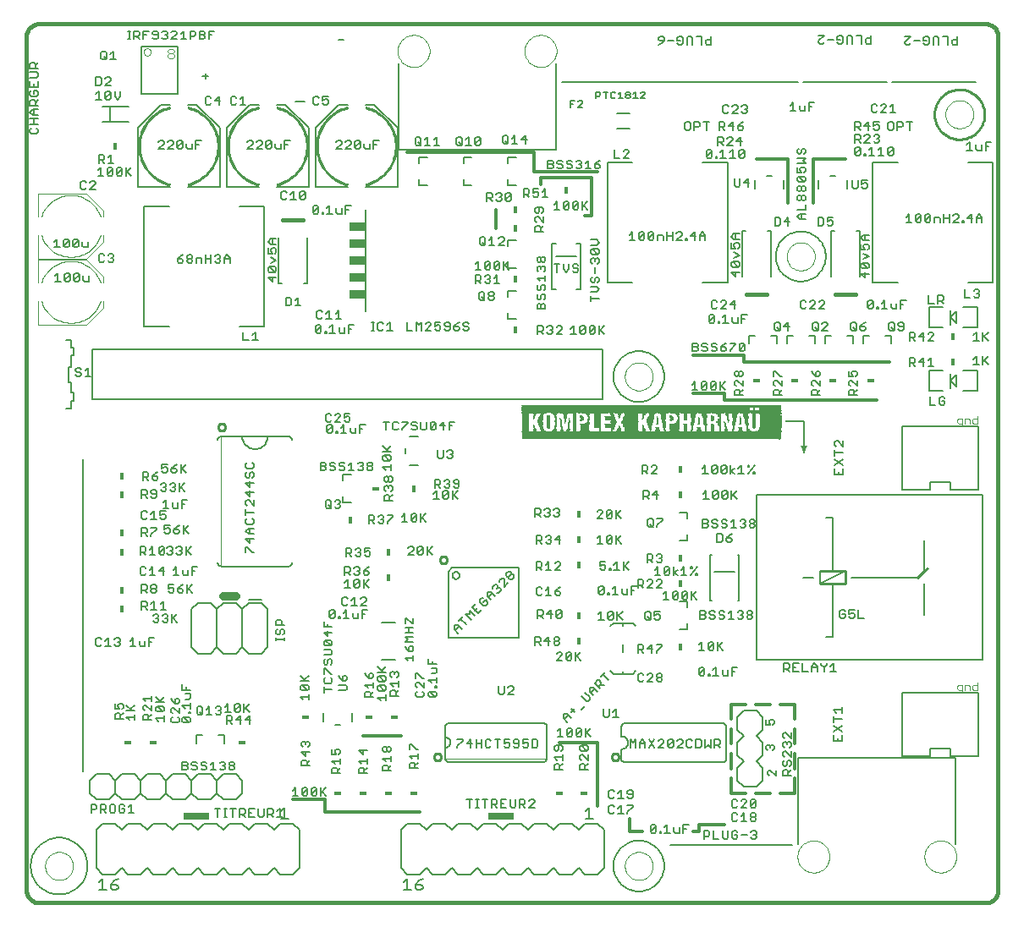
<source format=gto>
G75*
%MOIN*%
%OFA0B0*%
%FSLAX24Y24*%
%IPPOS*%
%LPD*%
%AMOC8*
5,1,8,0,0,1.08239X$1,22.5*
%
%ADD10C,0.0160*%
%ADD11C,0.0000*%
%ADD12C,0.0080*%
%ADD13C,0.0100*%
%ADD14C,0.0120*%
%ADD15C,0.0060*%
%ADD16C,0.0008*%
%ADD17C,0.0320*%
%ADD18R,0.0180X0.0300*%
%ADD19R,0.0300X0.0180*%
%ADD20C,0.0050*%
%ADD21R,0.1000X0.0250*%
%ADD22R,0.0660X0.0380*%
%ADD23C,0.0040*%
%ADD24C,0.0020*%
%ADD25C,0.0030*%
%ADD26R,0.0010X0.0003*%
%ADD27R,0.0016X0.0003*%
%ADD28R,0.0021X0.0003*%
%ADD29R,0.0018X0.0003*%
%ADD30R,0.0023X0.0003*%
%ADD31R,0.0026X0.0003*%
%ADD32R,0.0029X0.0003*%
%ADD33R,0.0029X0.0003*%
%ADD34R,0.0034X0.0003*%
%ADD35R,0.0031X0.0003*%
%ADD36R,0.0036X0.0003*%
%ADD37R,0.0042X0.0003*%
%ADD38R,0.0039X0.0003*%
%ADD39R,0.0044X0.0003*%
%ADD40R,0.0047X0.0003*%
%ADD41R,0.0049X0.0003*%
%ADD42R,0.0055X0.0003*%
%ADD43R,0.0057X0.0003*%
%ADD44R,0.0060X0.0003*%
%ADD45R,0.0060X0.0003*%
%ADD46R,0.0065X0.0003*%
%ADD47R,0.0070X0.0003*%
%ADD48R,0.0068X0.0003*%
%ADD49R,0.0075X0.0003*%
%ADD50R,0.0075X0.0003*%
%ADD51R,0.0081X0.0003*%
%ADD52R,0.0083X0.0003*%
%ADD53R,0.0086X0.0003*%
%ADD54R,0.0091X0.0003*%
%ADD55R,0.0088X0.0003*%
%ADD56R,0.0091X0.0003*%
%ADD57R,0.0094X0.0003*%
%ADD58R,0.0096X0.0003*%
%ADD59R,0.0099X0.0003*%
%ADD60R,0.0099X0.0003*%
%ADD61R,0.0101X0.0003*%
%ADD62R,0.0104X0.0003*%
%ADD63R,0.0104X0.0003*%
%ADD64R,0.0107X0.0003*%
%ADD65R,0.0109X0.0003*%
%ADD66R,0.0112X0.0003*%
%ADD67R,0.0112X0.0003*%
%ADD68R,0.0117X0.0003*%
%ADD69R,0.0117X0.0003*%
%ADD70R,0.0122X0.0003*%
%ADD71R,0.0122X0.0003*%
%ADD72R,0.0127X0.0003*%
%ADD73R,0.0125X0.0003*%
%ADD74R,0.0133X0.0003*%
%ADD75R,0.0133X0.0003*%
%ADD76R,0.0138X0.0003*%
%ADD77R,0.0138X0.0003*%
%ADD78R,0.0143X0.0003*%
%ADD79R,0.0143X0.0003*%
%ADD80R,0.0148X0.0003*%
%ADD81R,0.0148X0.0003*%
%ADD82R,0.0153X0.0003*%
%ADD83R,0.0156X0.0003*%
%ADD84R,0.0153X0.0003*%
%ADD85R,0.0159X0.0003*%
%ADD86R,0.0161X0.0003*%
%ADD87R,0.0164X0.0003*%
%ADD88R,0.0169X0.0003*%
%ADD89R,0.0164X0.0003*%
%ADD90R,0.0169X0.0003*%
%ADD91R,0.0172X0.0003*%
%ADD92R,0.0174X0.0003*%
%ADD93R,0.0177X0.0003*%
%ADD94R,0.0179X0.0003*%
%ADD95R,0.0185X0.0003*%
%ADD96R,0.0185X0.0003*%
%ADD97R,0.0187X0.0003*%
%ADD98R,0.0190X0.0003*%
%ADD99R,0.0190X0.0003*%
%ADD100R,0.0192X0.0003*%
%ADD101R,0.0195X0.0003*%
%ADD102R,0.0198X0.0003*%
%ADD103R,0.0195X0.0003*%
%ADD104R,0.0200X0.0003*%
%ADD105R,0.0203X0.0003*%
%ADD106R,0.0203X0.0003*%
%ADD107R,0.0205X0.0003*%
%ADD108R,0.0208X0.0003*%
%ADD109R,0.0211X0.0003*%
%ADD110R,0.0062X0.0003*%
%ADD111R,0.0003X0.0003*%
%ADD112R,0.0049X0.0003*%
%ADD113R,0.0003X0.0003*%
%ADD114R,0.0003X0.0003*%
%ADD115R,0.0060X0.0003*%
%ADD116R,0.0003X0.0003*%
%ADD117R,0.0044X0.0003*%
%ADD118R,0.0034X0.0003*%
%ADD119R,0.0023X0.0003*%
%ADD120R,0.0031X0.0003*%
%ADD121R,0.0018X0.0003*%
%ADD122R,0.0034X0.0003*%
%ADD123R,0.0036X0.0003*%
%ADD124R,1.0205X0.0003*%
%ADD125R,1.0215X0.0003*%
%ADD126R,1.0221X0.0003*%
%ADD127R,1.0223X0.0003*%
%ADD128R,1.0226X0.0003*%
%ADD129R,1.0226X0.0003*%
%ADD130R,1.0228X0.0003*%
%ADD131R,1.0226X0.0003*%
%ADD132R,1.0231X0.0003*%
%ADD133R,1.0228X0.0003*%
%ADD134R,1.0231X0.0003*%
%ADD135R,0.1037X0.0003*%
%ADD136R,0.8021X0.0003*%
%ADD137R,0.1043X0.0003*%
%ADD138R,0.1022X0.0003*%
%ADD139R,0.7985X0.0003*%
%ADD140R,0.1019X0.0003*%
%ADD141R,0.1006X0.0003*%
%ADD142R,0.7943X0.0003*%
%ADD143R,0.1001X0.0003*%
%ADD144R,0.0996X0.0003*%
%ADD145R,0.3861X0.0003*%
%ADD146R,0.2707X0.0003*%
%ADD147R,0.1334X0.0003*%
%ADD148R,0.0988X0.0003*%
%ADD149R,0.0309X0.0003*%
%ADD150R,0.0159X0.0003*%
%ADD151R,0.0211X0.0003*%
%ADD152R,0.0221X0.0003*%
%ADD153R,0.0127X0.0003*%
%ADD154R,0.0382X0.0003*%
%ADD155R,0.0096X0.0003*%
%ADD156R,0.0091X0.0003*%
%ADD157R,0.0200X0.0003*%
%ADD158R,0.0523X0.0003*%
%ADD159R,0.0044X0.0003*%
%ADD160R,0.0101X0.0003*%
%ADD161R,0.0387X0.0003*%
%ADD162R,0.0081X0.0003*%
%ADD163R,0.0153X0.0003*%
%ADD164R,0.0065X0.0003*%
%ADD165R,0.0205X0.0003*%
%ADD166R,0.0205X0.0003*%
%ADD167R,0.0975X0.0003*%
%ADD168R,0.0304X0.0003*%
%ADD169R,0.0200X0.0003*%
%ADD170R,0.0216X0.0003*%
%ADD171R,0.0377X0.0003*%
%ADD172R,0.0512X0.0003*%
%ADD173R,0.0039X0.0003*%
%ADD174R,0.0380X0.0003*%
%ADD175R,0.0146X0.0003*%
%ADD176R,0.0135X0.0003*%
%ADD177R,0.0190X0.0003*%
%ADD178R,0.0967X0.0003*%
%ADD179R,0.0299X0.0003*%
%ADD180R,0.0182X0.0003*%
%ADD181R,0.0117X0.0003*%
%ADD182R,0.0367X0.0003*%
%ADD183R,0.0073X0.0003*%
%ADD184R,0.0502X0.0003*%
%ADD185R,0.0135X0.0003*%
%ADD186R,0.0023X0.0003*%
%ADD187R,0.0078X0.0003*%
%ADD188R,0.0372X0.0003*%
%ADD189R,0.0125X0.0003*%
%ADD190R,0.0052X0.0003*%
%ADD191R,0.0130X0.0003*%
%ADD192R,0.0052X0.0003*%
%ADD193R,0.0949X0.0003*%
%ADD194R,0.0299X0.0003*%
%ADD195R,0.0135X0.0003*%
%ADD196R,0.0174X0.0003*%
%ADD197R,0.0117X0.0003*%
%ADD198R,0.0107X0.0003*%
%ADD199R,0.0367X0.0003*%
%ADD200R,0.0070X0.0003*%
%ADD201R,0.0070X0.0003*%
%ADD202R,0.0502X0.0003*%
%ADD203R,0.0026X0.0003*%
%ADD204R,0.0372X0.0003*%
%ADD205R,0.0055X0.0003*%
%ADD206R,0.0187X0.0003*%
%ADD207R,0.0073X0.0003*%
%ADD208R,0.0049X0.0003*%
%ADD209R,0.0182X0.0003*%
%ADD210R,0.0944X0.0003*%
%ADD211R,0.0296X0.0003*%
%ADD212R,0.0364X0.0003*%
%ADD213R,0.0068X0.0003*%
%ADD214R,0.0179X0.0003*%
%ADD215R,0.0057X0.0003*%
%ADD216R,0.0133X0.0003*%
%ADD217R,0.0073X0.0003*%
%ADD218R,0.0047X0.0003*%
%ADD219R,0.0939X0.0003*%
%ADD220R,0.0299X0.0003*%
%ADD221R,0.0169X0.0003*%
%ADD222R,0.0499X0.0003*%
%ADD223R,0.0026X0.0003*%
%ADD224R,0.0070X0.0003*%
%ADD225R,0.0166X0.0003*%
%ADD226R,0.0936X0.0003*%
%ADD227R,0.0161X0.0003*%
%ADD228R,0.0174X0.0003*%
%ADD229R,0.0107X0.0003*%
%ADD230R,0.0361X0.0003*%
%ADD231R,0.0062X0.0003*%
%ADD232R,0.0044X0.0003*%
%ADD233R,0.0177X0.0003*%
%ADD234R,0.0933X0.0003*%
%ADD235R,0.0130X0.0003*%
%ADD236R,0.0361X0.0003*%
%ADD237R,0.0174X0.0003*%
%ADD238R,0.0499X0.0003*%
%ADD239R,0.0182X0.0003*%
%ADD240R,0.0120X0.0003*%
%ADD241R,0.0049X0.0003*%
%ADD242R,0.0156X0.0003*%
%ADD243R,0.0928X0.0003*%
%ADD244R,0.0359X0.0003*%
%ADD245R,0.0497X0.0003*%
%ADD246R,0.0120X0.0003*%
%ADD247R,0.0120X0.0003*%
%ADD248R,0.0151X0.0003*%
%ADD249R,0.0923X0.0003*%
%ADD250R,0.0172X0.0003*%
%ADD251R,0.0920X0.0003*%
%ADD252R,0.0356X0.0003*%
%ADD253R,0.0166X0.0003*%
%ADD254R,0.0918X0.0003*%
%ADD255R,0.0125X0.0003*%
%ADD256R,0.0109X0.0003*%
%ADD257R,0.0164X0.0003*%
%ADD258R,0.0172X0.0003*%
%ADD259R,0.0140X0.0003*%
%ADD260R,0.0915X0.0003*%
%ADD261R,0.0153X0.0003*%
%ADD262R,0.0099X0.0003*%
%ADD263R,0.0114X0.0003*%
%ADD264R,0.0177X0.0003*%
%ADD265R,0.0057X0.0003*%
%ADD266R,0.0075X0.0003*%
%ADD267R,0.0907X0.0003*%
%ADD268R,0.0504X0.0003*%
%ADD269R,0.0910X0.0003*%
%ADD270R,0.0296X0.0003*%
%ADD271R,0.0099X0.0003*%
%ADD272R,0.0356X0.0003*%
%ADD273R,0.0156X0.0003*%
%ADD274R,0.0364X0.0003*%
%ADD275R,0.0114X0.0003*%
%ADD276R,0.0172X0.0003*%
%ADD277R,0.0075X0.0003*%
%ADD278R,0.0114X0.0003*%
%ADD279R,0.0127X0.0003*%
%ADD280R,0.0902X0.0003*%
%ADD281R,0.0143X0.0003*%
%ADD282R,0.0507X0.0003*%
%ADD283R,0.0062X0.0003*%
%ADD284R,0.0900X0.0003*%
%ADD285R,0.0140X0.0003*%
%ADD286R,0.0036X0.0003*%
%ADD287R,0.0055X0.0003*%
%ADD288R,0.0897X0.0003*%
%ADD289R,0.0078X0.0003*%
%ADD290R,0.0114X0.0003*%
%ADD291R,0.0894X0.0003*%
%ADD292R,0.0507X0.0003*%
%ADD293R,0.0052X0.0003*%
%ADD294R,0.0122X0.0003*%
%ADD295R,0.0081X0.0003*%
%ADD296R,0.0055X0.0003*%
%ADD297R,0.0889X0.0003*%
%ADD298R,0.0096X0.0003*%
%ADD299R,0.0146X0.0003*%
%ADD300R,0.0510X0.0003*%
%ADD301R,0.0042X0.0003*%
%ADD302R,0.0083X0.0003*%
%ADD303R,0.0164X0.0003*%
%ADD304R,0.0889X0.0003*%
%ADD305R,0.0507X0.0003*%
%ADD306R,0.0122X0.0003*%
%ADD307R,0.0884X0.0003*%
%ADD308R,0.0096X0.0003*%
%ADD309R,0.0510X0.0003*%
%ADD310R,0.0078X0.0003*%
%ADD311R,0.0057X0.0003*%
%ADD312R,0.0125X0.0003*%
%ADD313R,0.0086X0.0003*%
%ADD314R,0.0884X0.0003*%
%ADD315R,0.0138X0.0003*%
%ADD316R,0.0081X0.0003*%
%ADD317R,0.0086X0.0003*%
%ADD318R,0.0109X0.0003*%
%ADD319R,0.0881X0.0003*%
%ADD320R,0.0515X0.0003*%
%ADD321R,0.0088X0.0003*%
%ADD322R,0.0879X0.0003*%
%ADD323R,0.0159X0.0003*%
%ADD324R,0.0876X0.0003*%
%ADD325R,0.0109X0.0003*%
%ADD326R,0.0120X0.0003*%
%ADD327R,0.0517X0.0003*%
%ADD328R,0.0086X0.0003*%
%ADD329R,0.0060X0.0003*%
%ADD330R,0.0088X0.0003*%
%ADD331R,0.0107X0.0003*%
%ADD332R,0.0161X0.0003*%
%ADD333R,0.0874X0.0003*%
%ADD334R,0.0517X0.0003*%
%ADD335R,0.0871X0.0003*%
%ADD336R,0.0094X0.0003*%
%ADD337R,0.0101X0.0003*%
%ADD338R,0.0520X0.0003*%
%ADD339R,0.0159X0.0003*%
%ADD340R,0.0871X0.0003*%
%ADD341R,0.0091X0.0003*%
%ADD342R,0.0523X0.0003*%
%ADD343R,0.0104X0.0003*%
%ADD344R,0.0868X0.0003*%
%ADD345R,0.0866X0.0003*%
%ADD346R,0.0525X0.0003*%
%ADD347R,0.0863X0.0003*%
%ADD348R,0.0088X0.0003*%
%ADD349R,0.0523X0.0003*%
%ADD350R,0.0068X0.0003*%
%ADD351R,0.0861X0.0003*%
%ADD352R,0.0528X0.0003*%
%ADD353R,0.0294X0.0003*%
%ADD354R,0.0525X0.0003*%
%ADD355R,0.0861X0.0003*%
%ADD356R,0.0530X0.0003*%
%ADD357R,0.0858X0.0003*%
%ADD358R,0.0294X0.0003*%
%ADD359R,0.0094X0.0003*%
%ADD360R,0.0528X0.0003*%
%ADD361R,0.0062X0.0003*%
%ADD362R,0.0855X0.0003*%
%ADD363R,0.0533X0.0003*%
%ADD364R,0.0855X0.0003*%
%ADD365R,0.0536X0.0003*%
%ADD366R,0.0151X0.0003*%
%ADD367R,0.0151X0.0003*%
%ADD368R,0.0853X0.0003*%
%ADD369R,0.0533X0.0003*%
%ADD370R,0.0850X0.0003*%
%ADD371R,0.0538X0.0003*%
%ADD372R,0.0853X0.0003*%
%ADD373R,0.0536X0.0003*%
%ADD374R,0.0359X0.0003*%
%ADD375R,0.0538X0.0003*%
%ADD376R,0.0850X0.0003*%
%ADD377R,0.0543X0.0003*%
%ADD378R,0.0848X0.0003*%
%ADD379R,0.0146X0.0003*%
%ADD380R,0.0845X0.0003*%
%ADD381R,0.0543X0.0003*%
%ADD382R,0.0845X0.0003*%
%ADD383R,0.0546X0.0003*%
%ADD384R,0.0543X0.0003*%
%ADD385R,0.0549X0.0003*%
%ADD386R,0.0842X0.0003*%
%ADD387R,0.0551X0.0003*%
%ADD388R,0.0078X0.0003*%
%ADD389R,0.0842X0.0003*%
%ADD390R,0.0554X0.0003*%
%ADD391R,0.0840X0.0003*%
%ADD392R,0.0554X0.0003*%
%ADD393R,0.0029X0.0003*%
%ADD394R,0.0263X0.0003*%
%ADD395R,0.0346X0.0003*%
%ADD396R,0.0556X0.0003*%
%ADD397R,0.0268X0.0003*%
%ADD398R,0.0351X0.0003*%
%ADD399R,0.0273X0.0003*%
%ADD400R,0.0354X0.0003*%
%ADD401R,0.0559X0.0003*%
%ADD402R,0.0112X0.0003*%
%ADD403R,0.0837X0.0003*%
%ADD404R,0.0270X0.0003*%
%ADD405R,0.0354X0.0003*%
%ADD406R,0.0559X0.0003*%
%ADD407R,0.0112X0.0003*%
%ADD408R,0.0837X0.0003*%
%ADD409R,0.0083X0.0003*%
%ADD410R,0.0273X0.0003*%
%ADD411R,0.0356X0.0003*%
%ADD412R,0.0083X0.0003*%
%ADD413R,0.0356X0.0003*%
%ADD414R,0.0101X0.0003*%
%ADD415R,0.0835X0.0003*%
%ADD416R,0.0276X0.0003*%
%ADD417R,0.0564X0.0003*%
%ADD418R,0.0835X0.0003*%
%ADD419R,0.0133X0.0003*%
%ADD420R,0.0042X0.0003*%
%ADD421R,0.0564X0.0003*%
%ADD422R,0.0278X0.0003*%
%ADD423R,0.0569X0.0003*%
%ADD424R,0.0068X0.0003*%
%ADD425R,0.0278X0.0003*%
%ADD426R,0.0369X0.0003*%
%ADD427R,0.0569X0.0003*%
%ADD428R,0.0369X0.0003*%
%ADD429R,0.0567X0.0003*%
%ADD430R,0.0572X0.0003*%
%ADD431R,0.0832X0.0003*%
%ADD432R,0.0374X0.0003*%
%ADD433R,0.0026X0.0003*%
%ADD434R,0.0575X0.0003*%
%ADD435R,0.0832X0.0003*%
%ADD436R,0.0572X0.0003*%
%ADD437R,0.0374X0.0003*%
%ADD438R,0.0575X0.0003*%
%ADD439R,0.0377X0.0003*%
%ADD440R,0.0013X0.0003*%
%ADD441R,0.0377X0.0003*%
%ADD442R,0.0008X0.0003*%
%ADD443R,0.0580X0.0003*%
%ADD444R,0.0276X0.0003*%
%ADD445R,0.0127X0.0003*%
%ADD446R,0.0042X0.0003*%
%ADD447R,0.0276X0.0003*%
%ADD448R,0.0380X0.0003*%
%ADD449R,0.0580X0.0003*%
%ADD450R,0.0143X0.0003*%
%ADD451R,0.0094X0.0003*%
%ADD452R,0.0582X0.0003*%
%ADD453R,0.0382X0.0003*%
%ADD454R,0.0580X0.0003*%
%ADD455R,0.0385X0.0003*%
%ADD456R,0.0585X0.0003*%
%ADD457R,0.0034X0.0003*%
%ADD458R,0.0585X0.0003*%
%ADD459R,0.0031X0.0003*%
%ADD460R,0.0588X0.0003*%
%ADD461R,0.0387X0.0003*%
%ADD462R,0.0387X0.0003*%
%ADD463R,0.0590X0.0003*%
%ADD464R,0.0590X0.0003*%
%ADD465R,0.0021X0.0003*%
%ADD466R,0.0390X0.0003*%
%ADD467R,0.0595X0.0003*%
%ADD468R,0.0016X0.0003*%
%ADD469R,0.0013X0.0003*%
%ADD470R,0.0010X0.0003*%
%ADD471R,0.0008X0.0003*%
%ADD472R,0.0393X0.0003*%
%ADD473R,0.0595X0.0003*%
%ADD474R,0.0367X0.0003*%
%ADD475R,0.0393X0.0003*%
%ADD476R,0.0395X0.0003*%
%ADD477R,0.0601X0.0003*%
%ADD478R,0.0367X0.0003*%
%ADD479R,0.0395X0.0003*%
%ADD480R,0.0398X0.0003*%
%ADD481R,0.0400X0.0003*%
%ADD482R,0.0603X0.0003*%
%ADD483R,0.0166X0.0003*%
%ADD484R,0.0400X0.0003*%
%ADD485R,0.0601X0.0003*%
%ADD486R,0.0104X0.0003*%
%ADD487R,0.0403X0.0003*%
%ADD488R,0.0606X0.0003*%
%ADD489R,0.0406X0.0003*%
%ADD490R,0.0606X0.0003*%
%ADD491R,0.0179X0.0003*%
%ADD492R,0.0406X0.0003*%
%ADD493R,0.0047X0.0003*%
%ADD494R,0.0406X0.0003*%
%ADD495R,0.0408X0.0003*%
%ADD496R,0.0408X0.0003*%
%ADD497R,0.0611X0.0003*%
%ADD498R,0.0343X0.0003*%
%ADD499R,0.0411X0.0003*%
%ADD500R,0.0611X0.0003*%
%ADD501R,0.0335X0.0003*%
%ADD502R,0.0252X0.0003*%
%ADD503R,0.0229X0.0003*%
%ADD504R,0.0413X0.0003*%
%ADD505R,0.0614X0.0003*%
%ADD506R,0.0192X0.0003*%
%ADD507R,0.0237X0.0003*%
%ADD508R,0.0413X0.0003*%
%ADD509R,0.0221X0.0003*%
%ADD510R,0.0039X0.0003*%
%ADD511R,0.0198X0.0003*%
%ADD512R,0.0616X0.0003*%
%ADD513R,0.0413X0.0003*%
%ADD514R,0.0616X0.0003*%
%ADD515R,0.0198X0.0003*%
%ADD516R,0.0200X0.0003*%
%ADD517R,0.0039X0.0003*%
%ADD518R,0.0182X0.0003*%
%ADD519R,0.0619X0.0003*%
%ADD520R,0.0247X0.0003*%
%ADD521R,0.0616X0.0003*%
%ADD522R,0.0621X0.0003*%
%ADD523R,0.0216X0.0003*%
%ADD524R,0.0621X0.0003*%
%ADD525R,0.0213X0.0003*%
%ADD526R,0.0624X0.0003*%
%ADD527R,0.0211X0.0003*%
%ADD528R,0.0208X0.0003*%
%ADD529R,0.0190X0.0003*%
%ADD530R,0.0216X0.0003*%
%ADD531R,0.0627X0.0003*%
%ADD532R,0.0211X0.0003*%
%ADD533R,0.0627X0.0003*%
%ADD534R,0.0218X0.0003*%
%ADD535R,0.0629X0.0003*%
%ADD536R,0.0218X0.0003*%
%ADD537R,0.0632X0.0003*%
%ADD538R,0.0218X0.0003*%
%ADD539R,0.0632X0.0003*%
%ADD540R,0.0138X0.0003*%
%ADD541R,0.0013X0.0003*%
%ADD542R,0.0224X0.0003*%
%ADD543R,0.0637X0.0003*%
%ADD544R,0.0221X0.0003*%
%ADD545R,0.0226X0.0003*%
%ADD546R,0.0224X0.0003*%
%ADD547R,0.0634X0.0003*%
%ADD548R,0.0226X0.0003*%
%ADD549R,0.0640X0.0003*%
%ADD550R,0.0229X0.0003*%
%ADD551R,0.0637X0.0003*%
%ADD552R,0.0229X0.0003*%
%ADD553R,0.0642X0.0003*%
%ADD554R,0.0231X0.0003*%
%ADD555R,0.0023X0.0003*%
%ADD556R,0.0226X0.0003*%
%ADD557R,0.0637X0.0003*%
%ADD558R,0.0073X0.0003*%
%ADD559R,0.0237X0.0003*%
%ADD560R,0.0029X0.0003*%
%ADD561R,0.0231X0.0003*%
%ADD562R,0.0642X0.0003*%
%ADD563R,0.0239X0.0003*%
%ADD564R,0.0016X0.0003*%
%ADD565R,0.0234X0.0003*%
%ADD566R,0.0645X0.0003*%
%ADD567R,0.0242X0.0003*%
%ADD568R,0.0239X0.0003*%
%ADD569R,0.0010X0.0003*%
%ADD570R,0.0213X0.0003*%
%ADD571R,0.0031X0.0003*%
%ADD572R,0.0234X0.0003*%
%ADD573R,0.0645X0.0003*%
%ADD574R,0.0242X0.0003*%
%ADD575R,0.0005X0.0003*%
%ADD576R,0.0013X0.0003*%
%ADD577R,0.0135X0.0003*%
%ADD578R,0.0036X0.0003*%
%ADD579R,0.0250X0.0003*%
%ADD580R,0.0640X0.0003*%
%ADD581R,0.0250X0.0003*%
%ADD582R,0.0161X0.0003*%
%ADD583R,0.0151X0.0003*%
%ADD584R,0.0736X0.0003*%
%ADD585R,0.0252X0.0003*%
%ADD586R,0.0738X0.0003*%
%ADD587R,0.0257X0.0003*%
%ADD588R,0.0744X0.0003*%
%ADD589R,0.0257X0.0003*%
%ADD590R,0.0744X0.0003*%
%ADD591R,0.0746X0.0003*%
%ADD592R,0.0260X0.0003*%
%ADD593R,0.0637X0.0003*%
%ADD594R,0.0263X0.0003*%
%ADD595R,0.0021X0.0003*%
%ADD596R,0.0746X0.0003*%
%ADD597R,0.0634X0.0003*%
%ADD598R,0.0265X0.0003*%
%ADD599R,0.0268X0.0003*%
%ADD600R,0.0741X0.0003*%
%ADD601R,0.0736X0.0003*%
%ADD602R,0.0720X0.0003*%
%ADD603R,0.0629X0.0003*%
%ADD604R,0.0270X0.0003*%
%ADD605R,0.0434X0.0003*%
%ADD606R,0.0273X0.0003*%
%ADD607R,0.0156X0.0003*%
%ADD608R,0.0140X0.0003*%
%ADD609R,0.0627X0.0003*%
%ADD610R,0.0221X0.0003*%
%ADD611R,0.0268X0.0003*%
%ADD612R,0.0140X0.0003*%
%ADD613R,0.0208X0.0003*%
%ADD614R,0.0619X0.0003*%
%ADD615R,0.0263X0.0003*%
%ADD616R,0.0146X0.0003*%
%ADD617R,0.0265X0.0003*%
%ADD618R,0.0616X0.0003*%
%ADD619R,0.0052X0.0003*%
%ADD620R,0.0614X0.0003*%
%ADD621R,0.0408X0.0003*%
%ADD622R,0.0608X0.0003*%
%ADD623R,0.0257X0.0003*%
%ADD624R,0.0203X0.0003*%
%ADD625R,0.0608X0.0003*%
%ADD626R,0.0255X0.0003*%
%ADD627R,0.0603X0.0003*%
%ADD628R,0.0255X0.0003*%
%ADD629R,0.0166X0.0003*%
%ADD630R,0.0005X0.0003*%
%ADD631R,0.0008X0.0003*%
%ADD632R,0.0255X0.0003*%
%ADD633R,0.0403X0.0003*%
%ADD634R,0.0016X0.0003*%
%ADD635R,0.0598X0.0003*%
%ADD636R,0.0247X0.0003*%
%ADD637R,0.0247X0.0003*%
%ADD638R,0.0244X0.0003*%
%ADD639R,0.0593X0.0003*%
%ADD640R,0.0390X0.0003*%
%ADD641R,0.0590X0.0003*%
%ADD642R,0.0590X0.0003*%
%ADD643R,0.0244X0.0003*%
%ADD644R,0.0582X0.0003*%
%ADD645R,0.0239X0.0003*%
%ADD646R,0.0237X0.0003*%
%ADD647R,0.0580X0.0003*%
%ADD648R,0.0237X0.0003*%
%ADD649R,0.0185X0.0003*%
%ADD650R,0.0577X0.0003*%
%ADD651R,0.0231X0.0003*%
%ADD652R,0.0169X0.0003*%
%ADD653R,0.0192X0.0003*%
%ADD654R,0.0005X0.0003*%
%ADD655R,0.0179X0.0003*%
%ADD656R,0.0351X0.0003*%
%ADD657R,0.0551X0.0003*%
%ADD658R,0.0216X0.0003*%
%ADD659R,0.0549X0.0003*%
%ADD660R,0.0546X0.0003*%
%ADD661R,0.0185X0.0003*%
%ADD662R,0.0541X0.0003*%
%ADD663R,0.0543X0.0003*%
%ADD664R,0.0187X0.0003*%
%ADD665R,0.0192X0.0003*%
%ADD666R,0.0208X0.0003*%
%ADD667R,0.0533X0.0003*%
%ADD668R,0.0530X0.0003*%
%ADD669R,0.0198X0.0003*%
%ADD670R,0.0515X0.0003*%
%ADD671R,0.0512X0.0003*%
%ADD672R,0.0203X0.0003*%
%ADD673R,0.0205X0.0003*%
%ADD674R,0.0281X0.0003*%
%ADD675R,0.0507X0.0003*%
%ADD676R,0.0281X0.0003*%
%ADD677R,0.0504X0.0003*%
%ADD678R,0.0187X0.0003*%
%ADD679R,0.0283X0.0003*%
%ADD680R,0.0302X0.0003*%
%ADD681R,0.0289X0.0003*%
%ADD682R,0.0226X0.0003*%
%ADD683R,0.0229X0.0003*%
%ADD684R,0.0840X0.0003*%
%ADD685R,0.0315X0.0003*%
%ADD686R,0.0263X0.0003*%
%ADD687R,0.0325X0.0003*%
%ADD688R,0.0309X0.0003*%
%ADD689R,0.0993X0.0003*%
%ADD690R,0.1017X0.0003*%
%ADD691R,0.1391X0.0003*%
%ADD692R,0.2556X0.0003*%
%ADD693R,0.1578X0.0003*%
%ADD694R,0.1641X0.0003*%
%ADD695R,0.1006X0.0003*%
%ADD696R,0.9084X0.0003*%
%ADD697R,0.1019X0.0003*%
%ADD698R,0.9092X0.0003*%
%ADD699R,0.1048X0.0003*%
%ADD700R,0.9105X0.0003*%
%ADD701R,0.1087X0.0003*%
%ADD702R,0.9129X0.0003*%
%ADD703R,0.9017X0.0003*%
%ADD704R,0.8993X0.0003*%
%ADD705R,0.0897X0.0003*%
%ADD706R,0.8988X0.0003*%
%ADD707R,0.8986X0.0003*%
%ADD708R,0.0881X0.0003*%
%ADD709R,0.8986X0.0003*%
%ADD710R,0.8983X0.0003*%
%ADD711R,0.8983X0.0003*%
%ADD712R,0.0876X0.0003*%
%ADD713R,0.0876X0.0003*%
%ADD714R,0.0876X0.0003*%
%ADD715R,0.8980X0.0003*%
%ADD716R,0.8980X0.0003*%
%ADD717R,0.8983X0.0003*%
%ADD718R,0.8986X0.0003*%
%ADD719R,0.8993X0.0003*%
%ADD720R,0.8999X0.0003*%
%ADD721R,0.0892X0.0003*%
%ADD722R,1.0226X0.0003*%
%ADD723R,1.0223X0.0003*%
%ADD724R,1.0218X0.0003*%
D10*
X008367Y006725D02*
X008367Y040371D01*
X008369Y040415D01*
X008375Y040458D01*
X008384Y040500D01*
X008397Y040542D01*
X008414Y040582D01*
X008434Y040621D01*
X008457Y040658D01*
X008484Y040692D01*
X008513Y040725D01*
X008546Y040754D01*
X008580Y040781D01*
X008617Y040804D01*
X008656Y040824D01*
X008696Y040841D01*
X008738Y040854D01*
X008780Y040863D01*
X008823Y040869D01*
X008867Y040871D01*
X046135Y040871D01*
X046179Y040869D01*
X046222Y040863D01*
X046264Y040854D01*
X046306Y040841D01*
X046346Y040824D01*
X046385Y040804D01*
X046422Y040781D01*
X046456Y040754D01*
X046489Y040725D01*
X046518Y040692D01*
X046545Y040658D01*
X046568Y040621D01*
X046588Y040582D01*
X046605Y040542D01*
X046618Y040500D01*
X046627Y040458D01*
X046633Y040415D01*
X046635Y040371D01*
X046635Y006725D01*
X046633Y006681D01*
X046627Y006638D01*
X046618Y006596D01*
X046605Y006554D01*
X046588Y006514D01*
X046568Y006475D01*
X046545Y006438D01*
X046518Y006404D01*
X046489Y006371D01*
X046456Y006342D01*
X046422Y006315D01*
X046385Y006292D01*
X046346Y006272D01*
X046306Y006255D01*
X046264Y006242D01*
X046222Y006233D01*
X046179Y006227D01*
X046135Y006225D01*
X008867Y006225D01*
X008823Y006227D01*
X008780Y006233D01*
X008738Y006242D01*
X008696Y006255D01*
X008656Y006272D01*
X008617Y006292D01*
X008580Y006315D01*
X008546Y006342D01*
X008513Y006371D01*
X008484Y006404D01*
X008457Y006438D01*
X008434Y006475D01*
X008414Y006514D01*
X008397Y006554D01*
X008384Y006596D01*
X008375Y006638D01*
X008369Y006681D01*
X008367Y006725D01*
X036723Y030194D02*
X037511Y030194D01*
X040223Y030194D02*
X041011Y030194D01*
X019261Y033156D02*
X018473Y033156D01*
D11*
X022987Y039800D02*
X022989Y039850D01*
X022995Y039900D01*
X023005Y039949D01*
X023019Y039997D01*
X023036Y040044D01*
X023057Y040089D01*
X023082Y040133D01*
X023110Y040174D01*
X023142Y040213D01*
X023176Y040250D01*
X023213Y040284D01*
X023253Y040314D01*
X023295Y040341D01*
X023339Y040365D01*
X023385Y040386D01*
X023432Y040402D01*
X023480Y040415D01*
X023530Y040424D01*
X023579Y040429D01*
X023630Y040430D01*
X023680Y040427D01*
X023729Y040420D01*
X023778Y040409D01*
X023826Y040394D01*
X023872Y040376D01*
X023917Y040354D01*
X023960Y040328D01*
X024001Y040299D01*
X024040Y040267D01*
X024076Y040232D01*
X024108Y040194D01*
X024138Y040154D01*
X024165Y040111D01*
X024188Y040067D01*
X024207Y040021D01*
X024223Y039973D01*
X024235Y039924D01*
X024243Y039875D01*
X024247Y039825D01*
X024247Y039775D01*
X024243Y039725D01*
X024235Y039676D01*
X024223Y039627D01*
X024207Y039579D01*
X024188Y039533D01*
X024165Y039489D01*
X024138Y039446D01*
X024108Y039406D01*
X024076Y039368D01*
X024040Y039333D01*
X024001Y039301D01*
X023960Y039272D01*
X023917Y039246D01*
X023872Y039224D01*
X023826Y039206D01*
X023778Y039191D01*
X023729Y039180D01*
X023680Y039173D01*
X023630Y039170D01*
X023579Y039171D01*
X023530Y039176D01*
X023480Y039185D01*
X023432Y039198D01*
X023385Y039214D01*
X023339Y039235D01*
X023295Y039259D01*
X023253Y039286D01*
X023213Y039316D01*
X023176Y039350D01*
X023142Y039387D01*
X023110Y039426D01*
X023082Y039467D01*
X023057Y039511D01*
X023036Y039556D01*
X023019Y039603D01*
X023005Y039651D01*
X022995Y039700D01*
X022989Y039750D01*
X022987Y039800D01*
X027987Y039800D02*
X027989Y039850D01*
X027995Y039900D01*
X028005Y039949D01*
X028019Y039997D01*
X028036Y040044D01*
X028057Y040089D01*
X028082Y040133D01*
X028110Y040174D01*
X028142Y040213D01*
X028176Y040250D01*
X028213Y040284D01*
X028253Y040314D01*
X028295Y040341D01*
X028339Y040365D01*
X028385Y040386D01*
X028432Y040402D01*
X028480Y040415D01*
X028530Y040424D01*
X028579Y040429D01*
X028630Y040430D01*
X028680Y040427D01*
X028729Y040420D01*
X028778Y040409D01*
X028826Y040394D01*
X028872Y040376D01*
X028917Y040354D01*
X028960Y040328D01*
X029001Y040299D01*
X029040Y040267D01*
X029076Y040232D01*
X029108Y040194D01*
X029138Y040154D01*
X029165Y040111D01*
X029188Y040067D01*
X029207Y040021D01*
X029223Y039973D01*
X029235Y039924D01*
X029243Y039875D01*
X029247Y039825D01*
X029247Y039775D01*
X029243Y039725D01*
X029235Y039676D01*
X029223Y039627D01*
X029207Y039579D01*
X029188Y039533D01*
X029165Y039489D01*
X029138Y039446D01*
X029108Y039406D01*
X029076Y039368D01*
X029040Y039333D01*
X029001Y039301D01*
X028960Y039272D01*
X028917Y039246D01*
X028872Y039224D01*
X028826Y039206D01*
X028778Y039191D01*
X028729Y039180D01*
X028680Y039173D01*
X028630Y039170D01*
X028579Y039171D01*
X028530Y039176D01*
X028480Y039185D01*
X028432Y039198D01*
X028385Y039214D01*
X028339Y039235D01*
X028295Y039259D01*
X028253Y039286D01*
X028213Y039316D01*
X028176Y039350D01*
X028142Y039387D01*
X028110Y039426D01*
X028082Y039467D01*
X028057Y039511D01*
X028036Y039556D01*
X028019Y039603D01*
X028005Y039651D01*
X027995Y039700D01*
X027989Y039750D01*
X027987Y039800D01*
X038316Y031700D02*
X038318Y031747D01*
X038324Y031793D01*
X038334Y031839D01*
X038347Y031884D01*
X038365Y031927D01*
X038386Y031969D01*
X038410Y032009D01*
X038438Y032046D01*
X038469Y032081D01*
X038503Y032114D01*
X038539Y032143D01*
X038578Y032169D01*
X038619Y032192D01*
X038662Y032211D01*
X038706Y032227D01*
X038751Y032239D01*
X038797Y032247D01*
X038844Y032251D01*
X038890Y032251D01*
X038937Y032247D01*
X038983Y032239D01*
X039028Y032227D01*
X039072Y032211D01*
X039115Y032192D01*
X039156Y032169D01*
X039195Y032143D01*
X039231Y032114D01*
X039265Y032081D01*
X039296Y032046D01*
X039324Y032009D01*
X039348Y031969D01*
X039369Y031927D01*
X039387Y031884D01*
X039400Y031839D01*
X039410Y031793D01*
X039416Y031747D01*
X039418Y031700D01*
X039416Y031653D01*
X039410Y031607D01*
X039400Y031561D01*
X039387Y031516D01*
X039369Y031473D01*
X039348Y031431D01*
X039324Y031391D01*
X039296Y031354D01*
X039265Y031319D01*
X039231Y031286D01*
X039195Y031257D01*
X039156Y031231D01*
X039115Y031208D01*
X039072Y031189D01*
X039028Y031173D01*
X038983Y031161D01*
X038937Y031153D01*
X038890Y031149D01*
X038844Y031149D01*
X038797Y031153D01*
X038751Y031161D01*
X038706Y031173D01*
X038662Y031189D01*
X038619Y031208D01*
X038578Y031231D01*
X038539Y031257D01*
X038503Y031286D01*
X038469Y031319D01*
X038438Y031354D01*
X038410Y031391D01*
X038386Y031431D01*
X038365Y031473D01*
X038347Y031516D01*
X038334Y031561D01*
X038324Y031607D01*
X038318Y031653D01*
X038316Y031700D01*
X031938Y026969D02*
X031940Y027016D01*
X031946Y027062D01*
X031956Y027108D01*
X031969Y027153D01*
X031987Y027196D01*
X032008Y027238D01*
X032032Y027278D01*
X032060Y027315D01*
X032091Y027350D01*
X032125Y027383D01*
X032161Y027412D01*
X032200Y027438D01*
X032241Y027461D01*
X032284Y027480D01*
X032328Y027496D01*
X032373Y027508D01*
X032419Y027516D01*
X032466Y027520D01*
X032512Y027520D01*
X032559Y027516D01*
X032605Y027508D01*
X032650Y027496D01*
X032694Y027480D01*
X032737Y027461D01*
X032778Y027438D01*
X032817Y027412D01*
X032853Y027383D01*
X032887Y027350D01*
X032918Y027315D01*
X032946Y027278D01*
X032970Y027238D01*
X032991Y027196D01*
X033009Y027153D01*
X033022Y027108D01*
X033032Y027062D01*
X033038Y027016D01*
X033040Y026969D01*
X033038Y026922D01*
X033032Y026876D01*
X033022Y026830D01*
X033009Y026785D01*
X032991Y026742D01*
X032970Y026700D01*
X032946Y026660D01*
X032918Y026623D01*
X032887Y026588D01*
X032853Y026555D01*
X032817Y026526D01*
X032778Y026500D01*
X032737Y026477D01*
X032694Y026458D01*
X032650Y026442D01*
X032605Y026430D01*
X032559Y026422D01*
X032512Y026418D01*
X032466Y026418D01*
X032419Y026422D01*
X032373Y026430D01*
X032328Y026442D01*
X032284Y026458D01*
X032241Y026477D01*
X032200Y026500D01*
X032161Y026526D01*
X032125Y026555D01*
X032091Y026588D01*
X032060Y026623D01*
X032032Y026660D01*
X032008Y026700D01*
X031987Y026742D01*
X031969Y026785D01*
X031956Y026830D01*
X031946Y026876D01*
X031940Y026922D01*
X031938Y026969D01*
X044566Y037300D02*
X044568Y037347D01*
X044574Y037393D01*
X044584Y037439D01*
X044597Y037484D01*
X044615Y037527D01*
X044636Y037569D01*
X044660Y037609D01*
X044688Y037646D01*
X044719Y037681D01*
X044753Y037714D01*
X044789Y037743D01*
X044828Y037769D01*
X044869Y037792D01*
X044912Y037811D01*
X044956Y037827D01*
X045001Y037839D01*
X045047Y037847D01*
X045094Y037851D01*
X045140Y037851D01*
X045187Y037847D01*
X045233Y037839D01*
X045278Y037827D01*
X045322Y037811D01*
X045365Y037792D01*
X045406Y037769D01*
X045445Y037743D01*
X045481Y037714D01*
X045515Y037681D01*
X045546Y037646D01*
X045574Y037609D01*
X045598Y037569D01*
X045619Y037527D01*
X045637Y037484D01*
X045650Y037439D01*
X045660Y037393D01*
X045666Y037347D01*
X045668Y037300D01*
X045666Y037253D01*
X045660Y037207D01*
X045650Y037161D01*
X045637Y037116D01*
X045619Y037073D01*
X045598Y037031D01*
X045574Y036991D01*
X045546Y036954D01*
X045515Y036919D01*
X045481Y036886D01*
X045445Y036857D01*
X045406Y036831D01*
X045365Y036808D01*
X045322Y036789D01*
X045278Y036773D01*
X045233Y036761D01*
X045187Y036753D01*
X045140Y036749D01*
X045094Y036749D01*
X045047Y036753D01*
X045001Y036761D01*
X044956Y036773D01*
X044912Y036789D01*
X044869Y036808D01*
X044828Y036831D01*
X044789Y036857D01*
X044753Y036886D01*
X044719Y036919D01*
X044688Y036954D01*
X044660Y036991D01*
X044636Y037031D01*
X044615Y037073D01*
X044597Y037116D01*
X044584Y037161D01*
X044574Y037207D01*
X044568Y037253D01*
X044566Y037300D01*
X043737Y008050D02*
X043739Y008100D01*
X043745Y008150D01*
X043755Y008199D01*
X043769Y008247D01*
X043786Y008294D01*
X043807Y008339D01*
X043832Y008383D01*
X043860Y008424D01*
X043892Y008463D01*
X043926Y008500D01*
X043963Y008534D01*
X044003Y008564D01*
X044045Y008591D01*
X044089Y008615D01*
X044135Y008636D01*
X044182Y008652D01*
X044230Y008665D01*
X044280Y008674D01*
X044329Y008679D01*
X044380Y008680D01*
X044430Y008677D01*
X044479Y008670D01*
X044528Y008659D01*
X044576Y008644D01*
X044622Y008626D01*
X044667Y008604D01*
X044710Y008578D01*
X044751Y008549D01*
X044790Y008517D01*
X044826Y008482D01*
X044858Y008444D01*
X044888Y008404D01*
X044915Y008361D01*
X044938Y008317D01*
X044957Y008271D01*
X044973Y008223D01*
X044985Y008174D01*
X044993Y008125D01*
X044997Y008075D01*
X044997Y008025D01*
X044993Y007975D01*
X044985Y007926D01*
X044973Y007877D01*
X044957Y007829D01*
X044938Y007783D01*
X044915Y007739D01*
X044888Y007696D01*
X044858Y007656D01*
X044826Y007618D01*
X044790Y007583D01*
X044751Y007551D01*
X044710Y007522D01*
X044667Y007496D01*
X044622Y007474D01*
X044576Y007456D01*
X044528Y007441D01*
X044479Y007430D01*
X044430Y007423D01*
X044380Y007420D01*
X044329Y007421D01*
X044280Y007426D01*
X044230Y007435D01*
X044182Y007448D01*
X044135Y007464D01*
X044089Y007485D01*
X044045Y007509D01*
X044003Y007536D01*
X043963Y007566D01*
X043926Y007600D01*
X043892Y007637D01*
X043860Y007676D01*
X043832Y007717D01*
X043807Y007761D01*
X043786Y007806D01*
X043769Y007853D01*
X043755Y007901D01*
X043745Y007950D01*
X043739Y008000D01*
X043737Y008050D01*
X038737Y008050D02*
X038739Y008100D01*
X038745Y008150D01*
X038755Y008199D01*
X038769Y008247D01*
X038786Y008294D01*
X038807Y008339D01*
X038832Y008383D01*
X038860Y008424D01*
X038892Y008463D01*
X038926Y008500D01*
X038963Y008534D01*
X039003Y008564D01*
X039045Y008591D01*
X039089Y008615D01*
X039135Y008636D01*
X039182Y008652D01*
X039230Y008665D01*
X039280Y008674D01*
X039329Y008679D01*
X039380Y008680D01*
X039430Y008677D01*
X039479Y008670D01*
X039528Y008659D01*
X039576Y008644D01*
X039622Y008626D01*
X039667Y008604D01*
X039710Y008578D01*
X039751Y008549D01*
X039790Y008517D01*
X039826Y008482D01*
X039858Y008444D01*
X039888Y008404D01*
X039915Y008361D01*
X039938Y008317D01*
X039957Y008271D01*
X039973Y008223D01*
X039985Y008174D01*
X039993Y008125D01*
X039997Y008075D01*
X039997Y008025D01*
X039993Y007975D01*
X039985Y007926D01*
X039973Y007877D01*
X039957Y007829D01*
X039938Y007783D01*
X039915Y007739D01*
X039888Y007696D01*
X039858Y007656D01*
X039826Y007618D01*
X039790Y007583D01*
X039751Y007551D01*
X039710Y007522D01*
X039667Y007496D01*
X039622Y007474D01*
X039576Y007456D01*
X039528Y007441D01*
X039479Y007430D01*
X039430Y007423D01*
X039380Y007420D01*
X039329Y007421D01*
X039280Y007426D01*
X039230Y007435D01*
X039182Y007448D01*
X039135Y007464D01*
X039089Y007485D01*
X039045Y007509D01*
X039003Y007536D01*
X038963Y007566D01*
X038926Y007600D01*
X038892Y007637D01*
X038860Y007676D01*
X038832Y007717D01*
X038807Y007761D01*
X038786Y007806D01*
X038769Y007853D01*
X038755Y007901D01*
X038745Y007950D01*
X038739Y008000D01*
X038737Y008050D01*
X031938Y007678D02*
X031940Y007725D01*
X031946Y007771D01*
X031956Y007817D01*
X031969Y007862D01*
X031987Y007905D01*
X032008Y007947D01*
X032032Y007987D01*
X032060Y008024D01*
X032091Y008059D01*
X032125Y008092D01*
X032161Y008121D01*
X032200Y008147D01*
X032241Y008170D01*
X032284Y008189D01*
X032328Y008205D01*
X032373Y008217D01*
X032419Y008225D01*
X032466Y008229D01*
X032512Y008229D01*
X032559Y008225D01*
X032605Y008217D01*
X032650Y008205D01*
X032694Y008189D01*
X032737Y008170D01*
X032778Y008147D01*
X032817Y008121D01*
X032853Y008092D01*
X032887Y008059D01*
X032918Y008024D01*
X032946Y007987D01*
X032970Y007947D01*
X032991Y007905D01*
X033009Y007862D01*
X033022Y007817D01*
X033032Y007771D01*
X033038Y007725D01*
X033040Y007678D01*
X033038Y007631D01*
X033032Y007585D01*
X033022Y007539D01*
X033009Y007494D01*
X032991Y007451D01*
X032970Y007409D01*
X032946Y007369D01*
X032918Y007332D01*
X032887Y007297D01*
X032853Y007264D01*
X032817Y007235D01*
X032778Y007209D01*
X032737Y007186D01*
X032694Y007167D01*
X032650Y007151D01*
X032605Y007139D01*
X032559Y007131D01*
X032512Y007127D01*
X032466Y007127D01*
X032419Y007131D01*
X032373Y007139D01*
X032328Y007151D01*
X032284Y007167D01*
X032241Y007186D01*
X032200Y007209D01*
X032161Y007235D01*
X032125Y007264D01*
X032091Y007297D01*
X032060Y007332D01*
X032032Y007369D01*
X032008Y007409D01*
X031987Y007451D01*
X031969Y007494D01*
X031956Y007539D01*
X031946Y007585D01*
X031940Y007631D01*
X031938Y007678D01*
X009103Y007678D02*
X009105Y007725D01*
X009111Y007771D01*
X009121Y007817D01*
X009134Y007862D01*
X009152Y007905D01*
X009173Y007947D01*
X009197Y007987D01*
X009225Y008024D01*
X009256Y008059D01*
X009290Y008092D01*
X009326Y008121D01*
X009365Y008147D01*
X009406Y008170D01*
X009449Y008189D01*
X009493Y008205D01*
X009538Y008217D01*
X009584Y008225D01*
X009631Y008229D01*
X009677Y008229D01*
X009724Y008225D01*
X009770Y008217D01*
X009815Y008205D01*
X009859Y008189D01*
X009902Y008170D01*
X009943Y008147D01*
X009982Y008121D01*
X010018Y008092D01*
X010052Y008059D01*
X010083Y008024D01*
X010111Y007987D01*
X010135Y007947D01*
X010156Y007905D01*
X010174Y007862D01*
X010187Y007817D01*
X010197Y007771D01*
X010203Y007725D01*
X010205Y007678D01*
X010203Y007631D01*
X010197Y007585D01*
X010187Y007539D01*
X010174Y007494D01*
X010156Y007451D01*
X010135Y007409D01*
X010111Y007369D01*
X010083Y007332D01*
X010052Y007297D01*
X010018Y007264D01*
X009982Y007235D01*
X009943Y007209D01*
X009902Y007186D01*
X009859Y007167D01*
X009815Y007151D01*
X009770Y007139D01*
X009724Y007131D01*
X009677Y007127D01*
X009631Y007127D01*
X009584Y007131D01*
X009538Y007139D01*
X009493Y007151D01*
X009449Y007167D01*
X009406Y007186D01*
X009365Y007209D01*
X009326Y007235D01*
X009290Y007264D01*
X009256Y007297D01*
X009225Y007332D01*
X009197Y007369D01*
X009173Y007409D01*
X009152Y007451D01*
X009134Y007494D01*
X009121Y007539D01*
X009111Y007585D01*
X009105Y007631D01*
X009103Y007678D01*
D12*
X010915Y009790D02*
X010915Y010110D01*
X011075Y010110D01*
X011129Y010057D01*
X011129Y009950D01*
X011075Y009897D01*
X010915Y009897D01*
X011284Y009897D02*
X011444Y009897D01*
X011497Y009950D01*
X011497Y010057D01*
X011444Y010110D01*
X011284Y010110D01*
X011284Y009790D01*
X011390Y009897D02*
X011497Y009790D01*
X011652Y009843D02*
X011705Y009790D01*
X011812Y009790D01*
X011865Y009843D01*
X011865Y010057D01*
X011812Y010110D01*
X011705Y010110D01*
X011652Y010057D01*
X011652Y009843D01*
X012020Y009843D02*
X012074Y009790D01*
X012180Y009790D01*
X012234Y009843D01*
X012234Y009950D01*
X012127Y009950D01*
X012020Y010057D02*
X012020Y009843D01*
X012020Y010057D02*
X012074Y010110D01*
X012180Y010110D01*
X012234Y010057D01*
X012389Y010004D02*
X012495Y010110D01*
X012495Y009790D01*
X012389Y009790D02*
X012602Y009790D01*
X012617Y010300D02*
X012117Y010300D01*
X011867Y010550D01*
X011867Y011050D01*
X012117Y011300D01*
X012617Y011300D01*
X012867Y011050D01*
X012867Y010550D01*
X012617Y010300D01*
X012867Y010550D02*
X013117Y010300D01*
X013617Y010300D01*
X013867Y010550D01*
X013867Y011050D01*
X014117Y011300D01*
X014617Y011300D01*
X014867Y011050D01*
X014867Y010550D01*
X014617Y010300D01*
X014117Y010300D01*
X013867Y010550D01*
X013867Y011050D02*
X013617Y011300D01*
X013117Y011300D01*
X012867Y011050D01*
X011867Y011050D02*
X011617Y011300D01*
X011117Y011300D01*
X010867Y011050D01*
X010867Y010550D01*
X011117Y010300D01*
X011617Y010300D01*
X011867Y010550D01*
X014507Y011465D02*
X014667Y011465D01*
X014720Y011518D01*
X014720Y011572D01*
X014667Y011625D01*
X014507Y011625D01*
X014507Y011465D02*
X014507Y011785D01*
X014667Y011785D01*
X014720Y011732D01*
X014720Y011679D01*
X014667Y011625D01*
X014875Y011679D02*
X014929Y011625D01*
X015035Y011625D01*
X015089Y011572D01*
X015089Y011518D01*
X015035Y011465D01*
X014929Y011465D01*
X014875Y011518D01*
X014875Y011679D02*
X014875Y011732D01*
X014929Y011785D01*
X015035Y011785D01*
X015089Y011732D01*
X015244Y011732D02*
X015244Y011679D01*
X015297Y011625D01*
X015404Y011625D01*
X015457Y011572D01*
X015457Y011518D01*
X015404Y011465D01*
X015297Y011465D01*
X015244Y011518D01*
X015244Y011732D02*
X015297Y011785D01*
X015404Y011785D01*
X015457Y011732D01*
X015612Y011679D02*
X015719Y011785D01*
X015719Y011465D01*
X015825Y011465D02*
X015612Y011465D01*
X015617Y011300D02*
X015867Y011050D01*
X015867Y010550D01*
X015617Y010300D01*
X015117Y010300D01*
X014867Y010550D01*
X014867Y011050D02*
X015117Y011300D01*
X015617Y011300D01*
X015867Y011050D02*
X016117Y011300D01*
X016617Y011300D01*
X016867Y011050D01*
X016867Y010550D01*
X016617Y010300D01*
X016117Y010300D01*
X015867Y010550D01*
X015890Y009935D02*
X015890Y009615D01*
X016151Y009615D02*
X016258Y009615D01*
X016205Y009615D02*
X016205Y009935D01*
X016258Y009935D02*
X016151Y009935D01*
X015997Y009935D02*
X015783Y009935D01*
X016397Y009935D02*
X016611Y009935D01*
X016504Y009935D02*
X016504Y009615D01*
X016765Y009615D02*
X016765Y009935D01*
X016925Y009935D01*
X016979Y009882D01*
X016979Y009775D01*
X016925Y009722D01*
X016765Y009722D01*
X016872Y009722D02*
X016979Y009615D01*
X017134Y009615D02*
X017134Y009935D01*
X017347Y009935D01*
X017502Y009935D02*
X017502Y009668D01*
X017555Y009615D01*
X017662Y009615D01*
X017715Y009668D01*
X017715Y009935D01*
X017870Y009935D02*
X018030Y009935D01*
X018084Y009882D01*
X018084Y009775D01*
X018030Y009722D01*
X017870Y009722D01*
X017870Y009615D02*
X017870Y009935D01*
X017977Y009722D02*
X018084Y009615D01*
X018239Y009615D02*
X018452Y009615D01*
X018345Y009615D02*
X018345Y009935D01*
X018239Y009829D01*
X018857Y010440D02*
X019070Y010440D01*
X018964Y010440D02*
X018964Y010760D01*
X018857Y010654D01*
X019225Y010707D02*
X019279Y010760D01*
X019385Y010760D01*
X019439Y010707D01*
X019225Y010493D01*
X019279Y010440D01*
X019385Y010440D01*
X019439Y010493D01*
X019439Y010707D01*
X019594Y010707D02*
X019647Y010760D01*
X019754Y010760D01*
X019807Y010707D01*
X019594Y010493D01*
X019647Y010440D01*
X019754Y010440D01*
X019807Y010493D01*
X019807Y010707D01*
X019962Y010760D02*
X019962Y010440D01*
X019962Y010547D02*
X020175Y010760D01*
X020015Y010600D02*
X020175Y010440D01*
X019594Y010493D02*
X019594Y010707D01*
X019225Y010707D02*
X019225Y010493D01*
X020407Y011340D02*
X020407Y011500D01*
X020460Y011554D01*
X020567Y011554D01*
X020620Y011500D01*
X020620Y011340D01*
X020620Y011447D02*
X020727Y011554D01*
X020727Y011708D02*
X020727Y011922D01*
X020727Y011815D02*
X020407Y011815D01*
X020513Y011708D01*
X020567Y012077D02*
X020513Y012183D01*
X020513Y012237D01*
X020567Y012290D01*
X020674Y012290D01*
X020727Y012237D01*
X020727Y012130D01*
X020674Y012077D01*
X020567Y012077D02*
X020407Y012077D01*
X020407Y012290D01*
X019527Y012164D02*
X019207Y012164D01*
X019367Y012003D01*
X019367Y012217D01*
X019474Y012372D02*
X019527Y012425D01*
X019527Y012532D01*
X019474Y012585D01*
X019420Y012585D01*
X019367Y012532D01*
X019367Y012478D01*
X019367Y012532D02*
X019313Y012585D01*
X019260Y012585D01*
X019207Y012532D01*
X019207Y012425D01*
X019260Y012372D01*
X019260Y011849D02*
X019367Y011849D01*
X019420Y011795D01*
X019420Y011635D01*
X019420Y011742D02*
X019527Y011849D01*
X019527Y011635D02*
X019207Y011635D01*
X019207Y011795D01*
X019260Y011849D01*
X020407Y011340D02*
X020727Y011340D01*
X021457Y011340D02*
X021457Y011500D01*
X021510Y011554D01*
X021617Y011554D01*
X021670Y011500D01*
X021670Y011340D01*
X021670Y011447D02*
X021777Y011554D01*
X021777Y011708D02*
X021777Y011922D01*
X021777Y011815D02*
X021457Y011815D01*
X021563Y011708D01*
X021617Y012077D02*
X021617Y012290D01*
X021777Y012237D02*
X021457Y012237D01*
X021617Y012077D01*
X021777Y011340D02*
X021457Y011340D01*
X022407Y011440D02*
X022407Y011600D01*
X022460Y011654D01*
X022567Y011654D01*
X022620Y011600D01*
X022620Y011440D01*
X022620Y011547D02*
X022727Y011654D01*
X022727Y011808D02*
X022727Y012022D01*
X022727Y011915D02*
X022407Y011915D01*
X022513Y011808D01*
X022513Y012177D02*
X022460Y012177D01*
X022407Y012230D01*
X022407Y012337D01*
X022460Y012390D01*
X022513Y012390D01*
X022567Y012337D01*
X022567Y012230D01*
X022513Y012177D01*
X022567Y012230D02*
X022620Y012177D01*
X022674Y012177D01*
X022727Y012230D01*
X022727Y012337D01*
X022674Y012390D01*
X022620Y012390D01*
X022567Y012337D01*
X023457Y012272D02*
X023457Y012485D01*
X023510Y012485D01*
X023724Y012272D01*
X023777Y012272D01*
X023777Y012117D02*
X023777Y011903D01*
X023777Y012010D02*
X023457Y012010D01*
X023563Y011903D01*
X023510Y011749D02*
X023617Y011749D01*
X023670Y011695D01*
X023670Y011535D01*
X023670Y011642D02*
X023777Y011749D01*
X023777Y011535D02*
X023457Y011535D01*
X023457Y011695D01*
X023510Y011749D01*
X022727Y011440D02*
X022407Y011440D01*
X021177Y013381D02*
X021177Y013719D01*
X020723Y013231D02*
X020511Y013231D01*
X020057Y013381D02*
X020057Y013719D01*
X019477Y014235D02*
X019477Y014449D01*
X019477Y014342D02*
X019157Y014342D01*
X019263Y014235D01*
X019210Y014603D02*
X019157Y014657D01*
X019157Y014764D01*
X019210Y014817D01*
X019424Y014603D01*
X019477Y014657D01*
X019477Y014764D01*
X019424Y014817D01*
X019210Y014817D01*
X019157Y014972D02*
X019477Y014972D01*
X019370Y014972D02*
X019157Y015185D01*
X019317Y015025D02*
X019477Y015185D01*
X019424Y014603D02*
X019210Y014603D01*
X020082Y014625D02*
X020402Y014625D01*
X020657Y014603D02*
X020924Y014603D01*
X020977Y014657D01*
X020977Y014764D01*
X020924Y014817D01*
X020657Y014817D01*
X020817Y014972D02*
X020710Y015078D01*
X020657Y015185D01*
X020817Y015132D02*
X020817Y014972D01*
X020924Y014972D01*
X020977Y015025D01*
X020977Y015132D01*
X020924Y015185D01*
X020870Y015185D01*
X020817Y015132D01*
X020402Y015047D02*
X020349Y015100D01*
X020402Y015047D02*
X020402Y014940D01*
X020349Y014887D01*
X020135Y014887D01*
X020082Y014940D01*
X020082Y015047D01*
X020135Y015100D01*
X020082Y015255D02*
X020082Y015469D01*
X020135Y015469D01*
X020349Y015255D01*
X020402Y015255D01*
X020349Y015623D02*
X020402Y015677D01*
X020402Y015784D01*
X020349Y015837D01*
X020295Y015837D01*
X020242Y015784D01*
X020242Y015677D01*
X020188Y015623D01*
X020135Y015623D01*
X020082Y015677D01*
X020082Y015784D01*
X020135Y015837D01*
X020082Y015992D02*
X020349Y015992D01*
X020402Y016045D01*
X020402Y016152D01*
X020349Y016205D01*
X020082Y016205D01*
X020135Y016360D02*
X020082Y016413D01*
X020082Y016520D01*
X020135Y016574D01*
X020349Y016360D01*
X020402Y016413D01*
X020402Y016520D01*
X020349Y016574D01*
X020135Y016574D01*
X020242Y016728D02*
X020082Y016889D01*
X020402Y016889D01*
X020242Y016942D02*
X020242Y016728D01*
X020242Y017097D02*
X020242Y017203D01*
X020402Y017097D02*
X020082Y017097D01*
X020082Y017310D01*
X020299Y017493D02*
X020513Y017707D01*
X020513Y017493D01*
X020460Y017440D01*
X020353Y017440D01*
X020299Y017493D01*
X020299Y017707D01*
X020353Y017760D01*
X020460Y017760D01*
X020513Y017707D01*
X020668Y017493D02*
X020721Y017493D01*
X020721Y017440D01*
X020668Y017440D01*
X020668Y017493D01*
X020852Y017440D02*
X021065Y017440D01*
X020959Y017440D02*
X020959Y017760D01*
X020852Y017654D01*
X020855Y017940D02*
X020962Y017940D01*
X021015Y017993D01*
X021170Y017940D02*
X021384Y017940D01*
X021277Y017940D02*
X021277Y018260D01*
X021170Y018154D01*
X021015Y018207D02*
X020962Y018260D01*
X020855Y018260D01*
X020802Y018207D01*
X020802Y017993D01*
X020855Y017940D01*
X021220Y017654D02*
X021220Y017493D01*
X021274Y017440D01*
X021434Y017440D01*
X021434Y017654D01*
X021589Y017600D02*
X021695Y017600D01*
X021589Y017440D02*
X021589Y017760D01*
X021802Y017760D01*
X021752Y017940D02*
X021539Y017940D01*
X021752Y018154D01*
X021752Y018207D01*
X021699Y018260D01*
X021592Y018260D01*
X021539Y018207D01*
X021435Y018640D02*
X021329Y018640D01*
X021275Y018693D01*
X021489Y018907D01*
X021489Y018693D01*
X021435Y018640D01*
X021275Y018693D02*
X021275Y018907D01*
X021329Y018960D01*
X021435Y018960D01*
X021489Y018907D01*
X021644Y018960D02*
X021644Y018640D01*
X021644Y018747D02*
X021857Y018960D01*
X021804Y019140D02*
X021697Y019140D01*
X021644Y019193D01*
X021644Y019300D01*
X021804Y019300D01*
X021857Y019247D01*
X021857Y019193D01*
X021804Y019140D01*
X021644Y019300D02*
X021750Y019407D01*
X021857Y019460D01*
X021489Y019407D02*
X021489Y019354D01*
X021435Y019300D01*
X021489Y019247D01*
X021489Y019193D01*
X021435Y019140D01*
X021329Y019140D01*
X021275Y019193D01*
X021382Y019300D02*
X021435Y019300D01*
X021489Y019407D02*
X021435Y019460D01*
X021329Y019460D01*
X021275Y019407D01*
X021120Y019407D02*
X021120Y019300D01*
X021067Y019247D01*
X020907Y019247D01*
X021014Y019247D02*
X021120Y019140D01*
X021014Y018960D02*
X021014Y018640D01*
X021120Y018640D02*
X020907Y018640D01*
X020907Y018854D02*
X021014Y018960D01*
X020907Y019140D02*
X020907Y019460D01*
X021067Y019460D01*
X021120Y019407D01*
X021170Y019890D02*
X021064Y019997D01*
X021117Y019997D02*
X020957Y019997D01*
X020957Y019890D02*
X020957Y020210D01*
X021117Y020210D01*
X021170Y020157D01*
X021170Y020050D01*
X021117Y019997D01*
X021325Y019943D02*
X021379Y019890D01*
X021485Y019890D01*
X021539Y019943D01*
X021539Y019997D01*
X021485Y020050D01*
X021432Y020050D01*
X021485Y020050D02*
X021539Y020104D01*
X021539Y020157D01*
X021485Y020210D01*
X021379Y020210D01*
X021325Y020157D01*
X021694Y020210D02*
X021694Y020050D01*
X021800Y020104D01*
X021854Y020104D01*
X021907Y020050D01*
X021907Y019943D01*
X021854Y019890D01*
X021747Y019890D01*
X021694Y019943D01*
X021694Y020210D02*
X021907Y020210D01*
X021857Y021190D02*
X021857Y021510D01*
X022017Y021510D01*
X022070Y021457D01*
X022070Y021350D01*
X022017Y021297D01*
X021857Y021297D01*
X021964Y021297D02*
X022070Y021190D01*
X022225Y021243D02*
X022279Y021190D01*
X022385Y021190D01*
X022439Y021243D01*
X022439Y021297D01*
X022385Y021350D01*
X022332Y021350D01*
X022385Y021350D02*
X022439Y021404D01*
X022439Y021457D01*
X022385Y021510D01*
X022279Y021510D01*
X022225Y021457D01*
X022594Y021510D02*
X022807Y021510D01*
X022807Y021457D01*
X022594Y021243D01*
X022594Y021190D01*
X023157Y021240D02*
X023370Y021240D01*
X023264Y021240D02*
X023264Y021560D01*
X023157Y021454D01*
X023525Y021507D02*
X023525Y021293D01*
X023739Y021507D01*
X023739Y021293D01*
X023685Y021240D01*
X023579Y021240D01*
X023525Y021293D01*
X023525Y021507D02*
X023579Y021560D01*
X023685Y021560D01*
X023739Y021507D01*
X023894Y021560D02*
X023894Y021240D01*
X023894Y021347D02*
X024107Y021560D01*
X023947Y021400D02*
X024107Y021240D01*
X024407Y022140D02*
X024620Y022140D01*
X024514Y022140D02*
X024514Y022460D01*
X024407Y022354D01*
X024457Y022590D02*
X024457Y022910D01*
X024617Y022910D01*
X024670Y022857D01*
X024670Y022750D01*
X024617Y022697D01*
X024457Y022697D01*
X024564Y022697D02*
X024670Y022590D01*
X024825Y022643D02*
X024879Y022590D01*
X024985Y022590D01*
X025039Y022643D01*
X025039Y022697D01*
X024985Y022750D01*
X024932Y022750D01*
X024985Y022750D02*
X025039Y022804D01*
X025039Y022857D01*
X024985Y022910D01*
X024879Y022910D01*
X024825Y022857D01*
X025194Y022857D02*
X025194Y022804D01*
X025247Y022750D01*
X025407Y022750D01*
X025407Y022643D02*
X025407Y022857D01*
X025354Y022910D01*
X025247Y022910D01*
X025194Y022857D01*
X025194Y022643D02*
X025247Y022590D01*
X025354Y022590D01*
X025407Y022643D01*
X025357Y022460D02*
X025144Y022247D01*
X025197Y022300D02*
X025357Y022140D01*
X025144Y022140D02*
X025144Y022460D01*
X024989Y022407D02*
X024775Y022193D01*
X024829Y022140D01*
X024935Y022140D01*
X024989Y022193D01*
X024989Y022407D01*
X024935Y022460D01*
X024829Y022460D01*
X024775Y022407D01*
X024775Y022193D01*
X023786Y023490D02*
X023448Y023490D01*
X023298Y023944D02*
X023298Y024156D01*
X023448Y024610D02*
X023786Y024610D01*
X023700Y024865D02*
X023594Y024865D01*
X023540Y024918D01*
X023594Y025025D02*
X023700Y025025D01*
X023754Y024972D01*
X023754Y024918D01*
X023700Y024865D01*
X023594Y025025D02*
X023540Y025079D01*
X023540Y025132D01*
X023594Y025185D01*
X023700Y025185D01*
X023754Y025132D01*
X023909Y025185D02*
X023909Y024918D01*
X023962Y024865D01*
X024069Y024865D01*
X024122Y024918D01*
X024122Y025185D01*
X024277Y025132D02*
X024330Y025185D01*
X024437Y025185D01*
X024490Y025132D01*
X024277Y024918D01*
X024330Y024865D01*
X024437Y024865D01*
X024490Y024918D01*
X024490Y025132D01*
X024645Y025025D02*
X024805Y025185D01*
X024805Y024865D01*
X024859Y025025D02*
X024645Y025025D01*
X025014Y025025D02*
X025120Y025025D01*
X025014Y024865D02*
X025014Y025185D01*
X025227Y025185D01*
X024277Y025132D02*
X024277Y024918D01*
X023386Y025132D02*
X023172Y024918D01*
X023172Y024865D01*
X023017Y024918D02*
X022964Y024865D01*
X022857Y024865D01*
X022804Y024918D01*
X022804Y025132D01*
X022857Y025185D01*
X022964Y025185D01*
X023017Y025132D01*
X023172Y025185D02*
X023386Y025185D01*
X023386Y025132D01*
X022649Y025185D02*
X022435Y025185D01*
X022542Y025185D02*
X022542Y024865D01*
X022407Y024235D02*
X022620Y024022D01*
X022567Y024075D02*
X022727Y024235D01*
X022727Y024022D02*
X022407Y024022D01*
X022460Y023867D02*
X022674Y023653D01*
X022727Y023707D01*
X022727Y023814D01*
X022674Y023867D01*
X022460Y023867D01*
X022407Y023814D01*
X022407Y023707D01*
X022460Y023653D01*
X022674Y023653D01*
X022727Y023499D02*
X022727Y023285D01*
X022727Y023392D02*
X022407Y023392D01*
X022513Y023285D01*
X022510Y023035D02*
X022563Y023035D01*
X022617Y022982D01*
X022617Y022875D01*
X022563Y022822D01*
X022510Y022822D01*
X022457Y022875D01*
X022457Y022982D01*
X022510Y023035D01*
X022617Y022982D02*
X022670Y023035D01*
X022724Y023035D01*
X022777Y022982D01*
X022777Y022875D01*
X022724Y022822D01*
X022670Y022822D01*
X022617Y022875D01*
X022670Y022667D02*
X022724Y022667D01*
X022777Y022614D01*
X022777Y022507D01*
X022724Y022453D01*
X022617Y022560D02*
X022617Y022614D01*
X022670Y022667D01*
X022617Y022614D02*
X022563Y022667D01*
X022510Y022667D01*
X022457Y022614D01*
X022457Y022507D01*
X022510Y022453D01*
X022510Y022299D02*
X022617Y022299D01*
X022670Y022245D01*
X022670Y022085D01*
X022670Y022192D02*
X022777Y022299D01*
X022777Y022085D02*
X022457Y022085D01*
X022457Y022245D01*
X022510Y022299D01*
X021949Y023265D02*
X021842Y023265D01*
X021789Y023318D01*
X021789Y023372D01*
X021842Y023425D01*
X021949Y023425D01*
X022002Y023372D01*
X022002Y023318D01*
X021949Y023265D01*
X021949Y023425D02*
X022002Y023479D01*
X022002Y023532D01*
X021949Y023585D01*
X021842Y023585D01*
X021789Y023532D01*
X021789Y023479D01*
X021842Y023425D01*
X021634Y023372D02*
X021634Y023318D01*
X021580Y023265D01*
X021474Y023265D01*
X021420Y023318D01*
X021527Y023425D02*
X021580Y023425D01*
X021634Y023372D01*
X021580Y023425D02*
X021634Y023479D01*
X021634Y023532D01*
X021580Y023585D01*
X021474Y023585D01*
X021420Y023532D01*
X021159Y023585D02*
X021159Y023265D01*
X021265Y023265D02*
X021052Y023265D01*
X020897Y023318D02*
X020844Y023265D01*
X020737Y023265D01*
X020684Y023318D01*
X020737Y023425D02*
X020684Y023479D01*
X020684Y023532D01*
X020737Y023585D01*
X020844Y023585D01*
X020897Y023532D01*
X020844Y023425D02*
X020897Y023372D01*
X020897Y023318D01*
X020844Y023425D02*
X020737Y023425D01*
X020529Y023372D02*
X020529Y023318D01*
X020475Y023265D01*
X020369Y023265D01*
X020315Y023318D01*
X020369Y023425D02*
X020475Y023425D01*
X020529Y023372D01*
X020529Y023532D02*
X020475Y023585D01*
X020369Y023585D01*
X020315Y023532D01*
X020315Y023479D01*
X020369Y023425D01*
X020161Y023372D02*
X020161Y023318D01*
X020107Y023265D01*
X019947Y023265D01*
X019947Y023585D01*
X020107Y023585D01*
X020161Y023532D01*
X020161Y023479D01*
X020107Y023425D01*
X019947Y023425D01*
X020107Y023425D02*
X020161Y023372D01*
X020841Y023101D02*
X021156Y023101D01*
X020841Y023101D02*
X020841Y022865D01*
X021052Y023479D02*
X021159Y023585D01*
X021181Y024740D02*
X021341Y024740D01*
X021341Y024954D01*
X021496Y024900D02*
X021603Y024900D01*
X021496Y025060D02*
X021710Y025060D01*
X021496Y025060D02*
X021496Y024740D01*
X021181Y024740D02*
X021128Y024793D01*
X021128Y024954D01*
X021054Y025190D02*
X020947Y025190D01*
X020894Y025243D01*
X020894Y025350D02*
X021000Y025404D01*
X021054Y025404D01*
X021107Y025350D01*
X021107Y025243D01*
X021054Y025190D01*
X020894Y025350D02*
X020894Y025510D01*
X021107Y025510D01*
X020739Y025457D02*
X020685Y025510D01*
X020579Y025510D01*
X020525Y025457D01*
X020370Y025457D02*
X020317Y025510D01*
X020210Y025510D01*
X020157Y025457D01*
X020157Y025243D01*
X020210Y025190D01*
X020317Y025190D01*
X020370Y025243D01*
X020525Y025190D02*
X020739Y025404D01*
X020739Y025457D01*
X020739Y025190D02*
X020525Y025190D01*
X020367Y025060D02*
X020420Y025007D01*
X020207Y024793D01*
X020260Y024740D01*
X020367Y024740D01*
X020420Y024793D01*
X020420Y025007D01*
X020367Y025060D02*
X020260Y025060D01*
X020207Y025007D01*
X020207Y024793D01*
X020575Y024793D02*
X020629Y024793D01*
X020629Y024740D01*
X020575Y024740D01*
X020575Y024793D01*
X020759Y024740D02*
X020973Y024740D01*
X020866Y024740D02*
X020866Y025060D01*
X020759Y024954D01*
X020841Y022235D02*
X020841Y021999D01*
X021156Y021999D01*
X020727Y022004D02*
X020674Y021950D01*
X020727Y021897D01*
X020727Y021843D01*
X020674Y021790D01*
X020567Y021790D01*
X020514Y021843D01*
X020620Y021950D02*
X020674Y021950D01*
X020727Y022004D02*
X020727Y022057D01*
X020674Y022110D01*
X020567Y022110D01*
X020514Y022057D01*
X020359Y022057D02*
X020359Y021843D01*
X020305Y021790D01*
X020199Y021790D01*
X020145Y021843D01*
X020145Y022057D01*
X020199Y022110D01*
X020305Y022110D01*
X020359Y022057D01*
X020252Y021897D02*
X020359Y021790D01*
X017327Y021882D02*
X017113Y022095D01*
X017060Y022095D01*
X017007Y022042D01*
X017007Y021935D01*
X017060Y021882D01*
X017007Y021727D02*
X017007Y021513D01*
X017007Y021620D02*
X017327Y021620D01*
X017327Y021882D02*
X017327Y022095D01*
X017167Y022250D02*
X017167Y022463D01*
X017167Y022618D02*
X017167Y022832D01*
X017113Y022987D02*
X017167Y023040D01*
X017167Y023147D01*
X017220Y023200D01*
X017274Y023200D01*
X017327Y023147D01*
X017327Y023040D01*
X017274Y022987D01*
X017113Y022987D02*
X017060Y022987D01*
X017007Y023040D01*
X017007Y023147D01*
X017060Y023200D01*
X017060Y023355D02*
X017274Y023355D01*
X017327Y023408D01*
X017327Y023515D01*
X017274Y023568D01*
X017060Y023568D02*
X017007Y023515D01*
X017007Y023408D01*
X017060Y023355D01*
X017007Y022778D02*
X017167Y022618D01*
X017327Y022778D02*
X017007Y022778D01*
X017007Y022410D02*
X017167Y022250D01*
X017327Y022410D02*
X017007Y022410D01*
X017060Y021358D02*
X017007Y021305D01*
X017007Y021198D01*
X017060Y021145D01*
X017274Y021145D01*
X017327Y021198D01*
X017327Y021305D01*
X017274Y021358D01*
X017327Y020990D02*
X017113Y020990D01*
X017007Y020883D01*
X017113Y020777D01*
X017327Y020777D01*
X017167Y020777D02*
X017167Y020990D01*
X017167Y020622D02*
X017167Y020408D01*
X017007Y020568D01*
X017327Y020568D01*
X017060Y020254D02*
X017274Y020040D01*
X017327Y020040D01*
X017007Y020040D02*
X017007Y020254D01*
X017060Y020254D01*
X015102Y019460D02*
X014889Y019460D01*
X014889Y019140D01*
X014734Y019140D02*
X014734Y019354D01*
X014889Y019300D02*
X014995Y019300D01*
X014734Y019140D02*
X014574Y019140D01*
X014520Y019193D01*
X014520Y019354D01*
X014365Y019140D02*
X014152Y019140D01*
X014259Y019140D02*
X014259Y019460D01*
X014152Y019354D01*
X013802Y019300D02*
X013589Y019300D01*
X013749Y019460D01*
X013749Y019140D01*
X013434Y019140D02*
X013220Y019140D01*
X013327Y019140D02*
X013327Y019460D01*
X013220Y019354D01*
X013065Y019407D02*
X013012Y019460D01*
X012905Y019460D01*
X012852Y019407D01*
X012852Y019193D01*
X012905Y019140D01*
X013012Y019140D01*
X013065Y019193D01*
X013067Y018760D02*
X012907Y018760D01*
X012907Y018440D01*
X012907Y018547D02*
X013067Y018547D01*
X013120Y018600D01*
X013120Y018707D01*
X013067Y018760D01*
X013275Y018707D02*
X013275Y018654D01*
X013329Y018600D01*
X013435Y018600D01*
X013489Y018547D01*
X013489Y018493D01*
X013435Y018440D01*
X013329Y018440D01*
X013275Y018493D01*
X013275Y018547D01*
X013329Y018600D01*
X013435Y018600D02*
X013489Y018654D01*
X013489Y018707D01*
X013435Y018760D01*
X013329Y018760D01*
X013275Y018707D01*
X013014Y018547D02*
X013120Y018440D01*
X013067Y018110D02*
X012907Y018110D01*
X012907Y017790D01*
X012907Y017897D02*
X013067Y017897D01*
X013120Y017950D01*
X013120Y018057D01*
X013067Y018110D01*
X013014Y017897D02*
X013120Y017790D01*
X013275Y017790D02*
X013489Y017790D01*
X013382Y017790D02*
X013382Y018110D01*
X013275Y018004D01*
X013644Y018004D02*
X013750Y018110D01*
X013750Y017790D01*
X013644Y017790D02*
X013857Y017790D01*
X013885Y017610D02*
X013939Y017557D01*
X013939Y017504D01*
X013885Y017450D01*
X013939Y017397D01*
X013939Y017343D01*
X013885Y017290D01*
X013779Y017290D01*
X013725Y017343D01*
X013832Y017450D02*
X013885Y017450D01*
X013885Y017610D02*
X013779Y017610D01*
X013725Y017557D01*
X013570Y017557D02*
X013570Y017504D01*
X013517Y017450D01*
X013570Y017397D01*
X013570Y017343D01*
X013517Y017290D01*
X013410Y017290D01*
X013357Y017343D01*
X013464Y017450D02*
X013517Y017450D01*
X013570Y017557D02*
X013517Y017610D01*
X013410Y017610D01*
X013357Y017557D01*
X014094Y017610D02*
X014094Y017290D01*
X014094Y017397D02*
X014307Y017610D01*
X014147Y017450D02*
X014307Y017290D01*
X014867Y017800D02*
X014867Y016300D01*
X015117Y016050D01*
X015617Y016050D01*
X015867Y016300D01*
X015867Y017800D01*
X015617Y018050D01*
X015117Y018050D01*
X014867Y017800D01*
X014907Y018440D02*
X014747Y018600D01*
X014694Y018547D02*
X014907Y018760D01*
X014694Y018760D02*
X014694Y018440D01*
X014539Y018493D02*
X014539Y018547D01*
X014485Y018600D01*
X014325Y018600D01*
X014325Y018493D01*
X014379Y018440D01*
X014485Y018440D01*
X014539Y018493D01*
X014432Y018707D02*
X014325Y018600D01*
X014432Y018707D02*
X014539Y018760D01*
X014170Y018760D02*
X013957Y018760D01*
X013957Y018600D01*
X014064Y018654D01*
X014117Y018654D01*
X014170Y018600D01*
X014170Y018493D01*
X014117Y018440D01*
X014010Y018440D01*
X013957Y018493D01*
X013960Y019940D02*
X013907Y019993D01*
X013960Y019940D02*
X014067Y019940D01*
X014120Y019993D01*
X014120Y020047D01*
X014067Y020100D01*
X014014Y020100D01*
X014067Y020100D02*
X014120Y020154D01*
X014120Y020207D01*
X014067Y020260D01*
X013960Y020260D01*
X013907Y020207D01*
X013807Y020207D02*
X013594Y019993D01*
X013647Y019940D01*
X013754Y019940D01*
X013807Y019993D01*
X013807Y020207D01*
X013754Y020260D01*
X013647Y020260D01*
X013594Y020207D01*
X013594Y019993D01*
X013439Y019940D02*
X013225Y019940D01*
X013332Y019940D02*
X013332Y020260D01*
X013225Y020154D01*
X013070Y020207D02*
X013070Y020100D01*
X013017Y020047D01*
X012857Y020047D01*
X012964Y020047D02*
X013070Y019940D01*
X012857Y019940D02*
X012857Y020260D01*
X013017Y020260D01*
X013070Y020207D01*
X013120Y020690D02*
X013014Y020797D01*
X013067Y020797D02*
X012907Y020797D01*
X012907Y020690D02*
X012907Y021010D01*
X013067Y021010D01*
X013120Y020957D01*
X013120Y020850D01*
X013067Y020797D01*
X013275Y020743D02*
X013275Y020690D01*
X013275Y020743D02*
X013489Y020957D01*
X013489Y021010D01*
X013275Y021010D01*
X013270Y021340D02*
X013484Y021340D01*
X013377Y021340D02*
X013377Y021660D01*
X013270Y021554D01*
X013115Y021607D02*
X013062Y021660D01*
X012955Y021660D01*
X012902Y021607D01*
X012902Y021393D01*
X012955Y021340D01*
X013062Y021340D01*
X013115Y021393D01*
X013639Y021393D02*
X013692Y021340D01*
X013799Y021340D01*
X013852Y021393D01*
X013852Y021500D01*
X013799Y021554D01*
X013745Y021554D01*
X013639Y021500D01*
X013639Y021660D01*
X013852Y021660D01*
X013859Y021790D02*
X013859Y022110D01*
X013752Y022004D01*
X013752Y021790D02*
X013965Y021790D01*
X014120Y021843D02*
X014120Y022004D01*
X014120Y021843D02*
X014174Y021790D01*
X014334Y021790D01*
X014334Y022004D01*
X014489Y021950D02*
X014595Y021950D01*
X014489Y021790D02*
X014489Y022110D01*
X014702Y022110D01*
X014607Y022440D02*
X014447Y022600D01*
X014394Y022547D02*
X014607Y022760D01*
X014394Y022760D02*
X014394Y022440D01*
X014239Y022493D02*
X014185Y022440D01*
X014079Y022440D01*
X014025Y022493D01*
X014132Y022600D02*
X014185Y022600D01*
X014239Y022547D01*
X014239Y022493D01*
X014185Y022600D02*
X014239Y022654D01*
X014239Y022707D01*
X014185Y022760D01*
X014079Y022760D01*
X014025Y022707D01*
X013870Y022707D02*
X013870Y022654D01*
X013817Y022600D01*
X013870Y022547D01*
X013870Y022493D01*
X013817Y022440D01*
X013710Y022440D01*
X013657Y022493D01*
X013764Y022600D02*
X013817Y022600D01*
X013870Y022707D02*
X013817Y022760D01*
X013710Y022760D01*
X013657Y022707D01*
X013485Y022890D02*
X013379Y022890D01*
X013325Y022943D01*
X013325Y023050D01*
X013485Y023050D01*
X013539Y022997D01*
X013539Y022943D01*
X013485Y022890D01*
X013325Y023050D02*
X013432Y023157D01*
X013539Y023210D01*
X013707Y023243D02*
X013760Y023190D01*
X013867Y023190D01*
X013920Y023243D01*
X013920Y023350D01*
X013867Y023404D01*
X013814Y023404D01*
X013707Y023350D01*
X013707Y023510D01*
X013920Y023510D01*
X014075Y023350D02*
X014075Y023243D01*
X014129Y023190D01*
X014235Y023190D01*
X014289Y023243D01*
X014289Y023297D01*
X014235Y023350D01*
X014075Y023350D01*
X014182Y023457D01*
X014289Y023510D01*
X014444Y023510D02*
X014444Y023190D01*
X014444Y023297D02*
X014657Y023510D01*
X014497Y023350D02*
X014657Y023190D01*
X013489Y022457D02*
X013489Y022243D01*
X013435Y022190D01*
X013329Y022190D01*
X013275Y022243D01*
X013329Y022350D02*
X013489Y022350D01*
X013489Y022457D02*
X013435Y022510D01*
X013329Y022510D01*
X013275Y022457D01*
X013275Y022404D01*
X013329Y022350D01*
X013120Y022350D02*
X013067Y022297D01*
X012907Y022297D01*
X013014Y022297D02*
X013120Y022190D01*
X013120Y022350D02*
X013120Y022457D01*
X013067Y022510D01*
X012907Y022510D01*
X012907Y022190D01*
X012957Y022890D02*
X012957Y023210D01*
X013117Y023210D01*
X013170Y023157D01*
X013170Y023050D01*
X013117Y022997D01*
X012957Y022997D01*
X013064Y022997D02*
X013170Y022890D01*
X013807Y021110D02*
X013807Y020950D01*
X013914Y021004D01*
X013967Y021004D01*
X014020Y020950D01*
X014020Y020843D01*
X013967Y020790D01*
X013860Y020790D01*
X013807Y020843D01*
X013807Y021110D02*
X014020Y021110D01*
X014175Y020950D02*
X014335Y020950D01*
X014389Y020897D01*
X014389Y020843D01*
X014335Y020790D01*
X014229Y020790D01*
X014175Y020843D01*
X014175Y020950D01*
X014282Y021057D01*
X014389Y021110D01*
X014544Y021110D02*
X014544Y020790D01*
X014544Y020897D02*
X014757Y021110D01*
X014597Y020950D02*
X014757Y020790D01*
X014857Y020260D02*
X014644Y020047D01*
X014697Y020100D02*
X014857Y019940D01*
X014644Y019940D02*
X014644Y020260D01*
X014489Y020207D02*
X014489Y020154D01*
X014435Y020100D01*
X014489Y020047D01*
X014489Y019993D01*
X014435Y019940D01*
X014329Y019940D01*
X014275Y019993D01*
X014382Y020100D02*
X014435Y020100D01*
X014489Y020207D02*
X014435Y020260D01*
X014329Y020260D01*
X014275Y020207D01*
X016117Y018050D02*
X015867Y017800D01*
X016117Y018050D02*
X016617Y018050D01*
X016867Y017800D01*
X016867Y016300D01*
X016617Y016050D01*
X016117Y016050D01*
X015867Y016300D01*
X016867Y016300D02*
X017117Y016050D01*
X017617Y016050D01*
X017867Y016300D01*
X017867Y017800D01*
X017617Y018050D01*
X017117Y018050D01*
X016867Y017800D01*
X017117Y018182D02*
X017617Y018182D01*
X018260Y017385D02*
X018367Y017385D01*
X018420Y017332D01*
X018420Y017172D01*
X018527Y017172D02*
X018207Y017172D01*
X018207Y017332D01*
X018260Y017385D01*
X018260Y017017D02*
X018207Y016964D01*
X018207Y016857D01*
X018260Y016803D01*
X018313Y016803D01*
X018367Y016857D01*
X018367Y016964D01*
X018420Y017017D01*
X018474Y017017D01*
X018527Y016964D01*
X018527Y016857D01*
X018474Y016803D01*
X018527Y016665D02*
X018527Y016558D01*
X018527Y016611D02*
X018207Y016611D01*
X018207Y016558D02*
X018207Y016665D01*
X020135Y016360D02*
X020349Y016360D01*
X021707Y015285D02*
X021760Y015178D01*
X021867Y015072D01*
X021867Y015232D01*
X021920Y015285D01*
X021974Y015285D01*
X022027Y015232D01*
X022027Y015125D01*
X021974Y015072D01*
X021867Y015072D01*
X022027Y014917D02*
X022027Y014703D01*
X022027Y014810D02*
X021707Y014810D01*
X021813Y014703D01*
X021760Y014549D02*
X021867Y014549D01*
X021920Y014495D01*
X021920Y014335D01*
X021920Y014442D02*
X022027Y014549D01*
X022207Y014638D02*
X022207Y014745D01*
X022260Y014799D01*
X022474Y014585D01*
X022527Y014638D01*
X022527Y014745D01*
X022474Y014799D01*
X022260Y014799D01*
X022260Y014953D02*
X022207Y015007D01*
X022207Y015114D01*
X022260Y015167D01*
X022474Y014953D01*
X022527Y015007D01*
X022527Y015114D01*
X022474Y015167D01*
X022260Y015167D01*
X022207Y015322D02*
X022527Y015322D01*
X022420Y015322D02*
X022207Y015535D01*
X022367Y015375D02*
X022527Y015535D01*
X022760Y015335D02*
X022813Y015335D01*
X022867Y015282D01*
X022920Y015335D01*
X022974Y015335D01*
X023027Y015282D01*
X023027Y015175D01*
X022974Y015122D01*
X022867Y015228D02*
X022867Y015282D01*
X022760Y015335D02*
X022707Y015282D01*
X022707Y015175D01*
X022760Y015122D01*
X022707Y014860D02*
X023027Y014860D01*
X023027Y014753D02*
X023027Y014967D01*
X022813Y014753D02*
X022707Y014860D01*
X022474Y014953D02*
X022260Y014953D01*
X022207Y014638D02*
X022260Y014585D01*
X022474Y014585D01*
X022527Y014430D02*
X022527Y014217D01*
X022527Y014323D02*
X022207Y014323D01*
X022313Y014217D01*
X022027Y014335D02*
X021707Y014335D01*
X021707Y014495D01*
X021760Y014549D01*
X022707Y014545D02*
X022707Y014385D01*
X023027Y014385D01*
X022920Y014385D02*
X022920Y014545D01*
X022867Y014599D01*
X022760Y014599D01*
X022707Y014545D01*
X022920Y014492D02*
X023027Y014599D01*
X023707Y014500D02*
X023707Y014393D01*
X023760Y014340D01*
X023974Y014340D01*
X024027Y014393D01*
X024027Y014500D01*
X023974Y014554D01*
X024027Y014708D02*
X023813Y014922D01*
X023760Y014922D01*
X023707Y014868D01*
X023707Y014762D01*
X023760Y014708D01*
X023760Y014554D02*
X023707Y014500D01*
X024027Y014708D02*
X024027Y014922D01*
X024027Y015077D02*
X023974Y015077D01*
X023760Y015290D01*
X023707Y015290D01*
X023707Y015077D01*
X024207Y014999D02*
X024527Y014999D01*
X024527Y014892D02*
X024527Y015106D01*
X024474Y015261D02*
X024527Y015314D01*
X024527Y015474D01*
X024313Y015474D01*
X024367Y015629D02*
X024367Y015736D01*
X024527Y015629D02*
X024207Y015629D01*
X024207Y015843D01*
X023602Y015872D02*
X023282Y015872D01*
X023388Y015765D01*
X023602Y015765D02*
X023602Y015979D01*
X023549Y016133D02*
X023602Y016187D01*
X023602Y016293D01*
X023549Y016347D01*
X023495Y016347D01*
X023442Y016293D01*
X023442Y016133D01*
X023549Y016133D01*
X023442Y016133D02*
X023335Y016240D01*
X023282Y016347D01*
X023282Y016502D02*
X023388Y016608D01*
X023282Y016715D01*
X023602Y016715D01*
X023602Y016870D02*
X023282Y016870D01*
X023442Y016870D02*
X023442Y017083D01*
X023282Y017083D02*
X023602Y017083D01*
X023602Y017238D02*
X023602Y017452D01*
X023602Y017238D02*
X023549Y017238D01*
X023335Y017452D01*
X023282Y017452D01*
X023282Y017238D01*
X022877Y017290D02*
X022365Y017290D01*
X023282Y016502D02*
X023602Y016502D01*
X022877Y015813D02*
X022365Y015813D01*
X024207Y014999D02*
X024313Y014892D01*
X024474Y014762D02*
X024527Y014762D01*
X024527Y014708D01*
X024474Y014708D01*
X024474Y014762D01*
X024474Y014554D02*
X024527Y014500D01*
X024527Y014393D01*
X024474Y014340D01*
X024260Y014554D01*
X024474Y014554D01*
X024474Y014340D02*
X024260Y014340D01*
X024207Y014393D01*
X024207Y014500D01*
X024260Y014554D01*
X024313Y015261D02*
X024474Y015261D01*
X025367Y016857D02*
X025216Y017008D01*
X025216Y017159D01*
X025367Y017159D01*
X025518Y017008D01*
X025405Y017121D02*
X025254Y016970D01*
X025401Y017343D02*
X025552Y017494D01*
X025476Y017419D02*
X025703Y017192D01*
X025888Y017377D02*
X025661Y017604D01*
X025812Y017604D01*
X025812Y017755D01*
X026039Y017528D01*
X026148Y017638D02*
X026299Y017789D01*
X026371Y017936D02*
X026446Y017936D01*
X026522Y018012D01*
X026522Y018087D01*
X026446Y018163D01*
X026371Y018087D01*
X026220Y018087D02*
X026371Y017936D01*
X026220Y018087D02*
X026220Y018163D01*
X026295Y018238D01*
X026371Y018238D01*
X026518Y018310D02*
X026518Y018461D01*
X026669Y018461D01*
X026820Y018310D01*
X026707Y018423D02*
X026556Y018272D01*
X026518Y018310D02*
X026669Y018159D01*
X026892Y018457D02*
X026967Y018457D01*
X027043Y018532D01*
X027043Y018608D01*
X027005Y018646D01*
X026930Y018646D01*
X026892Y018608D01*
X026930Y018646D02*
X026930Y018721D01*
X026892Y018759D01*
X026816Y018759D01*
X026741Y018683D01*
X026741Y018608D01*
X027001Y018868D02*
X027001Y018944D01*
X027077Y019019D01*
X027152Y019019D01*
X027190Y018982D01*
X027190Y018680D01*
X027341Y018831D01*
X027413Y018978D02*
X027375Y019016D01*
X027375Y019091D01*
X027450Y019167D01*
X027526Y019167D01*
X027564Y019129D01*
X027564Y019053D01*
X027488Y018978D01*
X027413Y018978D01*
X027375Y019091D02*
X027299Y019091D01*
X027262Y019129D01*
X027262Y019204D01*
X027337Y019280D01*
X027413Y019280D01*
X027450Y019242D01*
X027450Y019167D01*
X028457Y019340D02*
X028457Y019660D01*
X028617Y019660D01*
X028670Y019607D01*
X028670Y019500D01*
X028617Y019447D01*
X028457Y019447D01*
X028564Y019447D02*
X028670Y019340D01*
X028825Y019340D02*
X029039Y019340D01*
X028932Y019340D02*
X028932Y019660D01*
X028825Y019554D01*
X029194Y019607D02*
X029247Y019660D01*
X029354Y019660D01*
X029407Y019607D01*
X029407Y019554D01*
X029194Y019340D01*
X029407Y019340D01*
X029407Y018660D02*
X029300Y018607D01*
X029194Y018500D01*
X029354Y018500D01*
X029407Y018447D01*
X029407Y018393D01*
X029354Y018340D01*
X029247Y018340D01*
X029194Y018393D01*
X029194Y018500D01*
X029039Y018340D02*
X028825Y018340D01*
X028932Y018340D02*
X028932Y018660D01*
X028825Y018554D01*
X028670Y018607D02*
X028617Y018660D01*
X028510Y018660D01*
X028457Y018607D01*
X028457Y018393D01*
X028510Y018340D01*
X028617Y018340D01*
X028670Y018393D01*
X028662Y017760D02*
X028502Y017760D01*
X028502Y017440D01*
X028502Y017547D02*
X028662Y017547D01*
X028715Y017600D01*
X028715Y017707D01*
X028662Y017760D01*
X028609Y017547D02*
X028715Y017440D01*
X028870Y017600D02*
X029084Y017600D01*
X029030Y017440D02*
X029030Y017760D01*
X028870Y017600D01*
X029239Y017493D02*
X029452Y017707D01*
X029452Y017493D01*
X029399Y017440D01*
X029292Y017440D01*
X029239Y017493D01*
X029239Y017707D01*
X029292Y017760D01*
X029399Y017760D01*
X029452Y017707D01*
X029304Y016710D02*
X029357Y016657D01*
X029357Y016604D01*
X029304Y016550D01*
X029197Y016550D01*
X029144Y016604D01*
X029144Y016657D01*
X029197Y016710D01*
X029304Y016710D01*
X029304Y016550D02*
X029357Y016497D01*
X029357Y016443D01*
X029304Y016390D01*
X029197Y016390D01*
X029144Y016443D01*
X029144Y016497D01*
X029197Y016550D01*
X028989Y016550D02*
X028775Y016550D01*
X028935Y016710D01*
X028935Y016390D01*
X028620Y016390D02*
X028514Y016497D01*
X028567Y016497D02*
X028407Y016497D01*
X028407Y016390D02*
X028407Y016710D01*
X028567Y016710D01*
X028620Y016657D01*
X028620Y016550D01*
X028567Y016497D01*
X029257Y016057D02*
X029310Y016110D01*
X029417Y016110D01*
X029470Y016057D01*
X029470Y016004D01*
X029257Y015790D01*
X029470Y015790D01*
X029625Y015843D02*
X029839Y016057D01*
X029839Y015843D01*
X029785Y015790D01*
X029679Y015790D01*
X029625Y015843D01*
X029625Y016057D01*
X029679Y016110D01*
X029785Y016110D01*
X029839Y016057D01*
X029994Y016110D02*
X029994Y015790D01*
X029994Y015897D02*
X030207Y016110D01*
X030047Y015950D02*
X030207Y015790D01*
X030856Y014998D02*
X030931Y014998D01*
X031007Y014923D01*
X031007Y014847D01*
X030894Y014734D01*
X030969Y014659D02*
X030743Y014885D01*
X030856Y014998D01*
X031003Y015146D02*
X031154Y015297D01*
X031079Y015221D02*
X031305Y014995D01*
X031120Y014810D02*
X030969Y014810D01*
X030746Y014663D02*
X030595Y014512D01*
X030558Y014549D02*
X030709Y014398D01*
X030561Y014327D02*
X030373Y014515D01*
X030558Y014549D02*
X030558Y014700D01*
X030709Y014700D01*
X030860Y014549D01*
X030561Y014327D02*
X030561Y014251D01*
X030486Y014176D01*
X030410Y014176D01*
X030222Y014364D01*
X030376Y013991D02*
X030226Y013840D01*
X029965Y013881D02*
X029814Y013730D01*
X029814Y013881D02*
X029965Y013730D01*
X029818Y013508D02*
X029667Y013659D01*
X029516Y013659D01*
X029516Y013508D01*
X029667Y013357D01*
X029554Y013470D02*
X029705Y013621D01*
X029705Y013110D02*
X029812Y013110D01*
X029865Y013057D01*
X029652Y012843D01*
X029705Y012790D01*
X029812Y012790D01*
X029865Y012843D01*
X029865Y013057D01*
X030020Y013057D02*
X030074Y013110D01*
X030180Y013110D01*
X030234Y013057D01*
X030020Y012843D01*
X030074Y012790D01*
X030180Y012790D01*
X030234Y012843D01*
X030234Y013057D01*
X030389Y013110D02*
X030389Y012790D01*
X030389Y012897D02*
X030602Y013110D01*
X030442Y012950D02*
X030602Y012790D01*
X030424Y012435D02*
X030477Y012382D01*
X030477Y012275D01*
X030424Y012222D01*
X030210Y012435D01*
X030424Y012435D01*
X030424Y012222D02*
X030210Y012222D01*
X030157Y012275D01*
X030157Y012382D01*
X030210Y012435D01*
X030210Y012067D02*
X030157Y012014D01*
X030157Y011907D01*
X030210Y011853D01*
X030210Y011699D02*
X030317Y011699D01*
X030370Y011645D01*
X030370Y011485D01*
X030370Y011592D02*
X030477Y011699D01*
X030477Y011853D02*
X030263Y012067D01*
X030210Y012067D01*
X030477Y012067D02*
X030477Y011853D01*
X030210Y011699D02*
X030157Y011645D01*
X030157Y011485D01*
X030477Y011485D01*
X029477Y011485D02*
X029157Y011485D01*
X029157Y011645D01*
X029210Y011699D01*
X029317Y011699D01*
X029370Y011645D01*
X029370Y011485D01*
X029370Y011592D02*
X029477Y011699D01*
X029477Y011853D02*
X029477Y012067D01*
X029477Y011960D02*
X029157Y011960D01*
X029263Y011853D01*
X029263Y012222D02*
X029317Y012275D01*
X029317Y012435D01*
X029424Y012435D02*
X029210Y012435D01*
X029157Y012382D01*
X029157Y012275D01*
X029210Y012222D01*
X029263Y012222D01*
X029424Y012222D02*
X029477Y012275D01*
X029477Y012382D01*
X029424Y012435D01*
X029390Y012790D02*
X029390Y013110D01*
X029284Y013004D01*
X029284Y012790D02*
X029497Y012790D01*
X029652Y012843D02*
X029652Y013057D01*
X029705Y013110D01*
X030020Y013057D02*
X030020Y012843D01*
X031107Y013593D02*
X031160Y013540D01*
X031267Y013540D01*
X031320Y013593D01*
X031320Y013860D01*
X031475Y013754D02*
X031582Y013860D01*
X031582Y013540D01*
X031475Y013540D02*
X031689Y013540D01*
X031947Y013316D02*
X035787Y013316D01*
X035810Y013314D01*
X035833Y013309D01*
X035855Y013300D01*
X035875Y013287D01*
X035893Y013272D01*
X035908Y013254D01*
X035921Y013234D01*
X035930Y013212D01*
X035935Y013189D01*
X035937Y013166D01*
X035937Y011934D01*
X035938Y011934D02*
X035939Y011913D01*
X035937Y011892D01*
X035932Y011872D01*
X035924Y011853D01*
X035913Y011836D01*
X035900Y011820D01*
X035884Y011807D01*
X035866Y011796D01*
X035847Y011788D01*
X035827Y011783D01*
X035826Y011784D02*
X031947Y011784D01*
X031947Y011783D02*
X031926Y011782D01*
X031905Y011784D01*
X031885Y011789D01*
X031866Y011797D01*
X031849Y011808D01*
X031833Y011821D01*
X031820Y011837D01*
X031809Y011855D01*
X031801Y011874D01*
X031796Y011894D01*
X031797Y011894D02*
X031797Y012290D01*
X031817Y012290D02*
X031847Y012292D01*
X031877Y012297D01*
X031906Y012306D01*
X031933Y012319D01*
X031959Y012334D01*
X031983Y012353D01*
X032004Y012374D01*
X032023Y012398D01*
X032038Y012424D01*
X032051Y012451D01*
X032060Y012480D01*
X032065Y012510D01*
X032067Y012540D01*
X032065Y012570D01*
X032060Y012600D01*
X032051Y012629D01*
X032038Y012656D01*
X032023Y012682D01*
X032004Y012706D01*
X031983Y012727D01*
X031959Y012746D01*
X031933Y012761D01*
X031906Y012774D01*
X031877Y012783D01*
X031847Y012788D01*
X031817Y012790D01*
X031797Y012790D02*
X031797Y013122D01*
X031797Y013127D02*
X031796Y013152D01*
X031798Y013176D01*
X031804Y013200D01*
X031813Y013222D01*
X031826Y013243D01*
X031841Y013262D01*
X031859Y013279D01*
X031879Y013293D01*
X031900Y013304D01*
X031923Y013312D01*
X031947Y013317D01*
X032157Y012660D02*
X032264Y012554D01*
X032370Y012660D01*
X032370Y012340D01*
X032525Y012340D02*
X032525Y012554D01*
X032632Y012660D01*
X032739Y012554D01*
X032739Y012340D01*
X032894Y012340D02*
X033107Y012660D01*
X033262Y012607D02*
X033315Y012660D01*
X033422Y012660D01*
X033475Y012607D01*
X033475Y012554D01*
X033262Y012340D01*
X033475Y012340D01*
X033630Y012393D02*
X033844Y012607D01*
X033844Y012393D01*
X033790Y012340D01*
X033684Y012340D01*
X033630Y012393D01*
X033630Y012607D01*
X033684Y012660D01*
X033790Y012660D01*
X033844Y012607D01*
X033998Y012607D02*
X034052Y012660D01*
X034159Y012660D01*
X034212Y012607D01*
X034212Y012554D01*
X033998Y012340D01*
X034212Y012340D01*
X034367Y012393D02*
X034420Y012340D01*
X034527Y012340D01*
X034580Y012393D01*
X034735Y012340D02*
X034735Y012660D01*
X034895Y012660D01*
X034949Y012607D01*
X034949Y012393D01*
X034895Y012340D01*
X034735Y012340D01*
X034580Y012607D02*
X034527Y012660D01*
X034420Y012660D01*
X034367Y012607D01*
X034367Y012393D01*
X035103Y012340D02*
X035103Y012660D01*
X035317Y012660D02*
X035317Y012340D01*
X035210Y012447D01*
X035103Y012340D01*
X035472Y012340D02*
X035472Y012660D01*
X035632Y012660D01*
X035685Y012607D01*
X035685Y012500D01*
X035632Y012447D01*
X035472Y012447D01*
X035578Y012447D02*
X035685Y012340D01*
X036367Y012550D02*
X036367Y012050D01*
X036617Y011800D01*
X036367Y011550D01*
X036367Y011050D01*
X036617Y010800D01*
X037117Y010800D01*
X037367Y011050D01*
X037367Y011550D01*
X037117Y011800D01*
X037367Y012050D01*
X037367Y012550D01*
X037117Y012800D01*
X037367Y013050D01*
X037367Y013550D01*
X037117Y013800D01*
X036617Y013800D01*
X036367Y013550D01*
X036367Y013050D01*
X036617Y012800D01*
X036367Y012550D01*
X037507Y012400D02*
X037560Y012454D01*
X037613Y012454D01*
X037667Y012400D01*
X037720Y012454D01*
X037774Y012454D01*
X037827Y012400D01*
X037827Y012293D01*
X037774Y012240D01*
X037667Y012347D02*
X037667Y012400D01*
X037507Y012400D02*
X037507Y012293D01*
X037560Y012240D01*
X038157Y012145D02*
X038157Y012038D01*
X038210Y011985D01*
X038210Y011830D02*
X038157Y011777D01*
X038157Y011670D01*
X038210Y011617D01*
X038263Y011617D01*
X038317Y011670D01*
X038317Y011777D01*
X038370Y011830D01*
X038424Y011830D01*
X038477Y011777D01*
X038477Y011670D01*
X038424Y011617D01*
X038477Y011462D02*
X038370Y011355D01*
X038370Y011409D02*
X038370Y011248D01*
X038477Y011248D02*
X038157Y011248D01*
X038157Y011409D01*
X038210Y011462D01*
X038317Y011462D01*
X038370Y011409D01*
X037877Y011454D02*
X037877Y011240D01*
X037663Y011454D01*
X037610Y011454D01*
X037557Y011400D01*
X037557Y011293D01*
X037610Y011240D01*
X038157Y012145D02*
X038210Y012199D01*
X038263Y012199D01*
X038477Y011985D01*
X038477Y012199D01*
X038424Y012353D02*
X038477Y012407D01*
X038477Y012514D01*
X038424Y012567D01*
X038370Y012567D01*
X038317Y012514D01*
X038317Y012460D01*
X038317Y012514D02*
X038263Y012567D01*
X038210Y012567D01*
X038157Y012514D01*
X038157Y012407D01*
X038210Y012353D01*
X038210Y012722D02*
X038157Y012775D01*
X038157Y012882D01*
X038210Y012935D01*
X038263Y012935D01*
X038477Y012722D01*
X038477Y012935D01*
X037827Y013293D02*
X037774Y013240D01*
X037827Y013293D02*
X037827Y013400D01*
X037774Y013454D01*
X037667Y013454D01*
X037613Y013400D01*
X037613Y013347D01*
X037667Y013240D01*
X037507Y013240D01*
X037507Y013454D01*
X038197Y015340D02*
X038197Y015660D01*
X038357Y015660D01*
X038411Y015607D01*
X038411Y015500D01*
X038357Y015447D01*
X038197Y015447D01*
X038304Y015447D02*
X038411Y015340D01*
X038565Y015340D02*
X038779Y015340D01*
X038934Y015340D02*
X038934Y015660D01*
X038779Y015660D02*
X038565Y015660D01*
X038565Y015340D01*
X038565Y015500D02*
X038672Y015500D01*
X038934Y015340D02*
X039147Y015340D01*
X039302Y015340D02*
X039302Y015554D01*
X039409Y015660D01*
X039515Y015554D01*
X039515Y015340D01*
X039515Y015500D02*
X039302Y015500D01*
X039670Y015607D02*
X039777Y015500D01*
X039777Y015340D01*
X039777Y015500D02*
X039884Y015607D01*
X039884Y015660D01*
X040039Y015554D02*
X040145Y015660D01*
X040145Y015340D01*
X040039Y015340D02*
X040252Y015340D01*
X039670Y015607D02*
X039670Y015660D01*
X040157Y013828D02*
X040477Y013828D01*
X040477Y013722D02*
X040477Y013935D01*
X040263Y013722D02*
X040157Y013828D01*
X040157Y013567D02*
X040157Y013353D01*
X040157Y013460D02*
X040477Y013460D01*
X040477Y013199D02*
X040157Y012985D01*
X040157Y012830D02*
X040157Y012617D01*
X040477Y012617D01*
X040477Y012830D01*
X040477Y012985D02*
X040157Y013199D01*
X040317Y012723D02*
X040317Y012617D01*
X037102Y010257D02*
X036889Y010043D01*
X036942Y009990D01*
X037049Y009990D01*
X037102Y010043D01*
X037102Y010257D01*
X037049Y010310D01*
X036942Y010310D01*
X036889Y010257D01*
X036889Y010043D01*
X036734Y009990D02*
X036520Y009990D01*
X036734Y010204D01*
X036734Y010257D01*
X036680Y010310D01*
X036574Y010310D01*
X036520Y010257D01*
X036365Y010257D02*
X036312Y010310D01*
X036205Y010310D01*
X036152Y010257D01*
X036152Y010043D01*
X036205Y009990D01*
X036312Y009990D01*
X036365Y010043D01*
X036312Y009760D02*
X036205Y009760D01*
X036152Y009707D01*
X036152Y009493D01*
X036205Y009440D01*
X036312Y009440D01*
X036365Y009493D01*
X036520Y009440D02*
X036734Y009440D01*
X036627Y009440D02*
X036627Y009760D01*
X036520Y009654D01*
X036365Y009707D02*
X036312Y009760D01*
X036889Y009707D02*
X036889Y009654D01*
X036942Y009600D01*
X037049Y009600D01*
X037102Y009547D01*
X037102Y009493D01*
X037049Y009440D01*
X036942Y009440D01*
X036889Y009493D01*
X036889Y009547D01*
X036942Y009600D01*
X037049Y009600D02*
X037102Y009654D01*
X037102Y009707D01*
X037049Y009760D01*
X036942Y009760D01*
X036889Y009707D01*
X036952Y009060D02*
X037059Y009060D01*
X037112Y009007D01*
X037112Y008954D01*
X037059Y008900D01*
X037112Y008847D01*
X037112Y008793D01*
X037059Y008740D01*
X036952Y008740D01*
X036898Y008793D01*
X037005Y008900D02*
X037059Y008900D01*
X036952Y009060D02*
X036898Y009007D01*
X036744Y008900D02*
X036530Y008900D01*
X036375Y008900D02*
X036269Y008900D01*
X036375Y008900D02*
X036375Y008793D01*
X036322Y008740D01*
X036215Y008740D01*
X036162Y008793D01*
X036162Y009007D01*
X036215Y009060D01*
X036322Y009060D01*
X036375Y009007D01*
X036007Y009060D02*
X036007Y008793D01*
X035954Y008740D01*
X035847Y008740D01*
X035794Y008793D01*
X035794Y009060D01*
X035639Y008740D02*
X035425Y008740D01*
X035425Y009060D01*
X035270Y009007D02*
X035270Y008900D01*
X035217Y008847D01*
X035057Y008847D01*
X035057Y008740D02*
X035057Y009060D01*
X035217Y009060D01*
X035270Y009007D01*
X034452Y009310D02*
X034239Y009310D01*
X034239Y008990D01*
X034084Y008990D02*
X034084Y009204D01*
X034239Y009150D02*
X034345Y009150D01*
X034084Y008990D02*
X033924Y008990D01*
X033870Y009043D01*
X033870Y009204D01*
X033715Y008990D02*
X033502Y008990D01*
X033609Y008990D02*
X033609Y009310D01*
X033502Y009204D01*
X033371Y009043D02*
X033371Y008990D01*
X033318Y008990D01*
X033318Y009043D01*
X033371Y009043D01*
X033163Y009043D02*
X033110Y008990D01*
X033003Y008990D01*
X032949Y009043D01*
X033163Y009257D01*
X033163Y009043D01*
X032949Y009043D02*
X032949Y009257D01*
X033003Y009310D01*
X033110Y009310D01*
X033163Y009257D01*
X032252Y010007D02*
X032039Y009793D01*
X032039Y009740D01*
X031884Y009740D02*
X031670Y009740D01*
X031777Y009740D02*
X031777Y010060D01*
X031670Y009954D01*
X031515Y010007D02*
X031462Y010060D01*
X031355Y010060D01*
X031302Y010007D01*
X031302Y009793D01*
X031355Y009740D01*
X031462Y009740D01*
X031515Y009793D01*
X031462Y010340D02*
X031515Y010393D01*
X031462Y010340D02*
X031355Y010340D01*
X031302Y010393D01*
X031302Y010607D01*
X031355Y010660D01*
X031462Y010660D01*
X031515Y010607D01*
X031670Y010554D02*
X031777Y010660D01*
X031777Y010340D01*
X031670Y010340D02*
X031884Y010340D01*
X032039Y010393D02*
X032092Y010340D01*
X032199Y010340D01*
X032252Y010393D01*
X032252Y010607D01*
X032199Y010660D01*
X032092Y010660D01*
X032039Y010607D01*
X032039Y010554D01*
X032092Y010500D01*
X032252Y010500D01*
X032252Y010060D02*
X032039Y010060D01*
X032252Y010060D02*
X032252Y010007D01*
X032157Y012340D02*
X032157Y012660D01*
X032525Y012500D02*
X032739Y012500D01*
X032894Y012660D02*
X033107Y012340D01*
X031107Y013593D02*
X031107Y013860D01*
X031477Y015250D02*
X031367Y015360D01*
X031477Y015250D02*
X031867Y015250D01*
X032257Y015250D01*
X032367Y015360D01*
X032510Y015260D02*
X032457Y015207D01*
X032457Y014993D01*
X032510Y014940D01*
X032617Y014940D01*
X032670Y014993D01*
X032825Y014940D02*
X033039Y015154D01*
X033039Y015207D01*
X032985Y015260D01*
X032879Y015260D01*
X032825Y015207D01*
X032670Y015207D02*
X032617Y015260D01*
X032510Y015260D01*
X032825Y014940D02*
X033039Y014940D01*
X033194Y014993D02*
X033194Y015047D01*
X033247Y015100D01*
X033354Y015100D01*
X033407Y015047D01*
X033407Y014993D01*
X033354Y014940D01*
X033247Y014940D01*
X033194Y014993D01*
X033247Y015100D02*
X033194Y015154D01*
X033194Y015207D01*
X033247Y015260D01*
X033354Y015260D01*
X033407Y015207D01*
X033407Y015154D01*
X033354Y015100D01*
X033194Y016090D02*
X033194Y016143D01*
X033407Y016357D01*
X033407Y016410D01*
X033194Y016410D01*
X032985Y016410D02*
X032825Y016250D01*
X033039Y016250D01*
X032985Y016090D02*
X032985Y016410D01*
X032670Y016357D02*
X032670Y016250D01*
X032617Y016197D01*
X032457Y016197D01*
X032564Y016197D02*
X032670Y016090D01*
X032457Y016090D02*
X032457Y016410D01*
X032617Y016410D01*
X032670Y016357D01*
X032367Y017140D02*
X032257Y017250D01*
X031867Y017250D01*
X031477Y017250D01*
X031367Y017140D01*
X031324Y017390D02*
X031270Y017443D01*
X031484Y017657D01*
X031484Y017443D01*
X031430Y017390D01*
X031324Y017390D01*
X031270Y017443D02*
X031270Y017657D01*
X031324Y017710D01*
X031430Y017710D01*
X031484Y017657D01*
X031639Y017710D02*
X031639Y017390D01*
X031639Y017497D02*
X031852Y017710D01*
X031692Y017550D02*
X031852Y017390D01*
X031867Y017250D02*
X031867Y017150D01*
X031867Y016400D02*
X031867Y016100D01*
X031867Y015350D02*
X031867Y015250D01*
X034078Y016999D02*
X034392Y016999D01*
X034392Y017235D01*
X034907Y017415D02*
X034907Y017735D01*
X035067Y017735D01*
X035120Y017682D01*
X035120Y017629D01*
X035067Y017575D01*
X034907Y017575D01*
X034907Y017415D02*
X035067Y017415D01*
X035120Y017468D01*
X035120Y017522D01*
X035067Y017575D01*
X035275Y017629D02*
X035275Y017682D01*
X035329Y017735D01*
X035435Y017735D01*
X035489Y017682D01*
X035435Y017575D02*
X035489Y017522D01*
X035489Y017468D01*
X035435Y017415D01*
X035329Y017415D01*
X035275Y017468D01*
X035329Y017575D02*
X035435Y017575D01*
X035329Y017575D02*
X035275Y017629D01*
X035644Y017629D02*
X035697Y017575D01*
X035804Y017575D01*
X035857Y017522D01*
X035857Y017468D01*
X035804Y017415D01*
X035697Y017415D01*
X035644Y017468D01*
X035644Y017629D02*
X035644Y017682D01*
X035697Y017735D01*
X035804Y017735D01*
X035857Y017682D01*
X036012Y017629D02*
X036119Y017735D01*
X036119Y017415D01*
X036225Y017415D02*
X036012Y017415D01*
X036380Y017468D02*
X036434Y017415D01*
X036540Y017415D01*
X036594Y017468D01*
X036594Y017522D01*
X036540Y017575D01*
X036487Y017575D01*
X036540Y017575D02*
X036594Y017629D01*
X036594Y017682D01*
X036540Y017735D01*
X036434Y017735D01*
X036380Y017682D01*
X036748Y017682D02*
X036748Y017629D01*
X036802Y017575D01*
X036909Y017575D01*
X036962Y017522D01*
X036962Y017468D01*
X036909Y017415D01*
X036802Y017415D01*
X036748Y017468D01*
X036748Y017522D01*
X036802Y017575D01*
X036909Y017575D02*
X036962Y017629D01*
X036962Y017682D01*
X036909Y017735D01*
X036802Y017735D01*
X036748Y017682D01*
X036438Y018144D02*
X036379Y018144D01*
X036438Y018144D02*
X036438Y019956D01*
X036379Y019956D01*
X036099Y020440D02*
X036152Y020493D01*
X036152Y020547D01*
X036099Y020600D01*
X035939Y020600D01*
X035939Y020493D01*
X035992Y020440D01*
X036099Y020440D01*
X035939Y020600D02*
X036045Y020707D01*
X036152Y020760D01*
X036112Y021015D02*
X036325Y021015D01*
X036219Y021015D02*
X036219Y021335D01*
X036112Y021229D01*
X035957Y021282D02*
X035904Y021335D01*
X035797Y021335D01*
X035744Y021282D01*
X035744Y021229D01*
X035797Y021175D01*
X035904Y021175D01*
X035957Y021122D01*
X035957Y021068D01*
X035904Y021015D01*
X035797Y021015D01*
X035744Y021068D01*
X035589Y021068D02*
X035535Y021015D01*
X035429Y021015D01*
X035375Y021068D01*
X035429Y021175D02*
X035535Y021175D01*
X035589Y021122D01*
X035589Y021068D01*
X035429Y021175D02*
X035375Y021229D01*
X035375Y021282D01*
X035429Y021335D01*
X035535Y021335D01*
X035589Y021282D01*
X035220Y021282D02*
X035220Y021229D01*
X035167Y021175D01*
X035007Y021175D01*
X035007Y021015D02*
X035167Y021015D01*
X035220Y021068D01*
X035220Y021122D01*
X035167Y021175D01*
X035220Y021282D02*
X035167Y021335D01*
X035007Y021335D01*
X035007Y021015D01*
X035570Y020760D02*
X035730Y020760D01*
X035784Y020707D01*
X035784Y020493D01*
X035730Y020440D01*
X035570Y020440D01*
X035570Y020760D01*
X035355Y019956D02*
X035296Y019956D01*
X035296Y018144D01*
X035355Y018144D01*
X034775Y018190D02*
X034615Y018350D01*
X034562Y018297D02*
X034775Y018510D01*
X034562Y018510D02*
X034562Y018190D01*
X034407Y018243D02*
X034354Y018190D01*
X034247Y018190D01*
X034194Y018243D01*
X034407Y018457D01*
X034407Y018243D01*
X034392Y018101D02*
X034078Y018101D01*
X033985Y018190D02*
X033879Y018190D01*
X033825Y018243D01*
X034039Y018457D01*
X034039Y018243D01*
X033985Y018190D01*
X033825Y018243D02*
X033825Y018457D01*
X033879Y018510D01*
X033985Y018510D01*
X034039Y018457D01*
X034194Y018457D02*
X034247Y018510D01*
X034354Y018510D01*
X034407Y018457D01*
X034194Y018457D02*
X034194Y018243D01*
X034392Y018101D02*
X034392Y017865D01*
X033670Y018190D02*
X033457Y018190D01*
X033564Y018190D02*
X033564Y018510D01*
X033457Y018404D01*
X033402Y018640D02*
X033189Y018640D01*
X033402Y018854D01*
X033402Y018907D01*
X033349Y018960D01*
X033242Y018960D01*
X033189Y018907D01*
X033034Y018907D02*
X032980Y018960D01*
X032874Y018960D01*
X032820Y018907D01*
X032665Y018907D02*
X032665Y018800D01*
X032612Y018747D01*
X032452Y018747D01*
X032410Y018710D02*
X032196Y018710D01*
X032196Y018390D01*
X032041Y018390D02*
X032041Y018604D01*
X032196Y018550D02*
X032303Y018550D01*
X032452Y018640D02*
X032452Y018960D01*
X032612Y018960D01*
X032665Y018907D01*
X032559Y018747D02*
X032665Y018640D01*
X032820Y018640D02*
X033034Y018854D01*
X033034Y018907D01*
X033115Y019140D02*
X033329Y019140D01*
X033222Y019140D02*
X033222Y019460D01*
X033115Y019354D01*
X033034Y019640D02*
X032927Y019747D01*
X032980Y019747D02*
X032820Y019747D01*
X032820Y019640D02*
X032820Y019960D01*
X032980Y019960D01*
X033034Y019907D01*
X033034Y019800D01*
X032980Y019747D01*
X033189Y019693D02*
X033242Y019640D01*
X033349Y019640D01*
X033402Y019693D01*
X033402Y019747D01*
X033349Y019800D01*
X033295Y019800D01*
X033349Y019800D02*
X033402Y019854D01*
X033402Y019907D01*
X033349Y019960D01*
X033242Y019960D01*
X033189Y019907D01*
X033537Y019460D02*
X033644Y019460D01*
X033697Y019407D01*
X033484Y019193D01*
X033537Y019140D01*
X033644Y019140D01*
X033697Y019193D01*
X033697Y019407D01*
X033852Y019460D02*
X033852Y019140D01*
X033852Y019247D02*
X034012Y019354D01*
X034159Y019354D02*
X034266Y019460D01*
X034266Y019140D01*
X034372Y019140D02*
X034159Y019140D01*
X034012Y019140D02*
X033852Y019247D01*
X033484Y019193D02*
X033484Y019407D01*
X033537Y019460D01*
X033034Y018640D02*
X032820Y018640D01*
X032041Y018390D02*
X031881Y018390D01*
X031828Y018443D01*
X031828Y018604D01*
X031673Y018390D02*
X031459Y018390D01*
X031566Y018390D02*
X031566Y018710D01*
X031459Y018604D01*
X031329Y018443D02*
X031329Y018390D01*
X031275Y018390D01*
X031275Y018443D01*
X031329Y018443D01*
X031120Y018443D02*
X031067Y018390D01*
X030960Y018390D01*
X030907Y018443D01*
X031120Y018657D01*
X031120Y018443D01*
X030907Y018443D02*
X030907Y018657D01*
X030960Y018710D01*
X031067Y018710D01*
X031120Y018657D01*
X031117Y019340D02*
X031010Y019340D01*
X030957Y019393D01*
X030957Y019500D02*
X031064Y019554D01*
X031117Y019554D01*
X031170Y019500D01*
X031170Y019393D01*
X031117Y019340D01*
X031325Y019340D02*
X031379Y019340D01*
X031379Y019393D01*
X031325Y019393D01*
X031325Y019340D01*
X031509Y019340D02*
X031723Y019340D01*
X031616Y019340D02*
X031616Y019660D01*
X031509Y019554D01*
X031170Y019660D02*
X030957Y019660D01*
X030957Y019500D01*
X030964Y020390D02*
X030964Y020710D01*
X030857Y020604D01*
X030857Y020390D02*
X031070Y020390D01*
X031225Y020443D02*
X031439Y020657D01*
X031439Y020443D01*
X031385Y020390D01*
X031279Y020390D01*
X031225Y020443D01*
X031225Y020657D01*
X031279Y020710D01*
X031385Y020710D01*
X031439Y020657D01*
X031594Y020710D02*
X031594Y020390D01*
X031594Y020497D02*
X031807Y020710D01*
X031647Y020550D02*
X031807Y020390D01*
X031878Y019660D02*
X031878Y019340D01*
X031878Y019447D02*
X032091Y019660D01*
X031931Y019500D02*
X032091Y019340D01*
X032785Y017710D02*
X032892Y017710D01*
X032945Y017657D01*
X032945Y017443D01*
X032892Y017390D01*
X032785Y017390D01*
X032732Y017443D01*
X032732Y017657D01*
X032785Y017710D01*
X032839Y017497D02*
X032945Y017390D01*
X033100Y017443D02*
X033154Y017390D01*
X033260Y017390D01*
X033314Y017443D01*
X033314Y017550D01*
X033260Y017604D01*
X033207Y017604D01*
X033100Y017550D01*
X033100Y017710D01*
X033314Y017710D01*
X034527Y019140D02*
X034794Y019460D01*
X034581Y019460D02*
X034581Y019407D01*
X034527Y019407D01*
X034527Y019460D01*
X034581Y019460D01*
X034741Y019193D02*
X034794Y019193D01*
X034794Y019140D01*
X034741Y019140D01*
X034741Y019193D01*
X035473Y019286D02*
X036261Y019286D01*
X034392Y020499D02*
X034078Y020499D01*
X034392Y020499D02*
X034392Y020735D01*
X034392Y021365D02*
X034392Y021601D01*
X034078Y021601D01*
X033414Y021360D02*
X033414Y021307D01*
X033200Y021093D01*
X033200Y021040D01*
X033045Y021040D02*
X032939Y021147D01*
X033045Y021093D02*
X032992Y021040D01*
X032885Y021040D01*
X032832Y021093D01*
X032832Y021307D01*
X032885Y021360D01*
X032992Y021360D01*
X033045Y021307D01*
X033045Y021093D01*
X033200Y021360D02*
X033414Y021360D01*
X033199Y022140D02*
X033199Y022460D01*
X033039Y022300D01*
X033252Y022300D01*
X032884Y022300D02*
X032884Y022407D01*
X032830Y022460D01*
X032670Y022460D01*
X032670Y022140D01*
X032670Y022247D02*
X032830Y022247D01*
X032884Y022300D01*
X032777Y022247D02*
X032884Y022140D01*
X032834Y023140D02*
X032727Y023247D01*
X032780Y023247D02*
X032620Y023247D01*
X032620Y023140D02*
X032620Y023460D01*
X032780Y023460D01*
X032834Y023407D01*
X032834Y023300D01*
X032780Y023247D01*
X032989Y023140D02*
X033202Y023354D01*
X033202Y023407D01*
X033149Y023460D01*
X033042Y023460D01*
X032989Y023407D01*
X032989Y023140D02*
X033202Y023140D01*
X034997Y023140D02*
X035211Y023140D01*
X035104Y023140D02*
X035104Y023460D01*
X034997Y023354D01*
X035365Y023407D02*
X035365Y023193D01*
X035579Y023407D01*
X035579Y023193D01*
X035525Y023140D01*
X035419Y023140D01*
X035365Y023193D01*
X035365Y023407D02*
X035419Y023460D01*
X035525Y023460D01*
X035579Y023407D01*
X035734Y023407D02*
X035787Y023460D01*
X035894Y023460D01*
X035947Y023407D01*
X035734Y023193D01*
X035787Y023140D01*
X035894Y023140D01*
X035947Y023193D01*
X035947Y023407D01*
X036102Y023460D02*
X036102Y023140D01*
X036102Y023247D02*
X036262Y023354D01*
X036409Y023354D02*
X036516Y023460D01*
X036516Y023140D01*
X036622Y023140D02*
X036409Y023140D01*
X036262Y023140D02*
X036102Y023247D01*
X035734Y023193D02*
X035734Y023407D01*
X035824Y022460D02*
X035930Y022460D01*
X035984Y022407D01*
X035770Y022193D01*
X035824Y022140D01*
X035930Y022140D01*
X035984Y022193D01*
X035984Y022407D01*
X036139Y022460D02*
X036139Y022140D01*
X036139Y022247D02*
X036352Y022460D01*
X036192Y022300D02*
X036352Y022140D01*
X035770Y022193D02*
X035770Y022407D01*
X035824Y022460D01*
X035615Y022407D02*
X035402Y022193D01*
X035455Y022140D01*
X035562Y022140D01*
X035615Y022193D01*
X035615Y022407D01*
X035562Y022460D01*
X035455Y022460D01*
X035402Y022407D01*
X035402Y022193D01*
X035247Y022140D02*
X035034Y022140D01*
X035140Y022140D02*
X035140Y022460D01*
X035034Y022354D01*
X036480Y021282D02*
X036534Y021335D01*
X036640Y021335D01*
X036694Y021282D01*
X036694Y021229D01*
X036640Y021175D01*
X036694Y021122D01*
X036694Y021068D01*
X036640Y021015D01*
X036534Y021015D01*
X036480Y021068D01*
X036587Y021175D02*
X036640Y021175D01*
X036848Y021122D02*
X036902Y021175D01*
X037009Y021175D01*
X037062Y021122D01*
X037062Y021068D01*
X037009Y021015D01*
X036902Y021015D01*
X036848Y021068D01*
X036848Y021122D01*
X036902Y021175D02*
X036848Y021229D01*
X036848Y021282D01*
X036902Y021335D01*
X037009Y021335D01*
X037062Y021282D01*
X037062Y021229D01*
X037009Y021175D01*
X037044Y023140D02*
X036991Y023140D01*
X036991Y023193D01*
X037044Y023193D01*
X037044Y023140D01*
X036777Y023140D02*
X037044Y023460D01*
X036831Y023460D02*
X036831Y023407D01*
X036777Y023407D01*
X036777Y023460D01*
X036831Y023460D01*
X036577Y026235D02*
X036257Y026235D01*
X036257Y026395D01*
X036310Y026449D01*
X036417Y026449D01*
X036470Y026395D01*
X036470Y026235D01*
X036470Y026342D02*
X036577Y026449D01*
X036577Y026603D02*
X036363Y026817D01*
X036310Y026817D01*
X036257Y026764D01*
X036257Y026657D01*
X036310Y026603D01*
X036577Y026603D02*
X036577Y026817D01*
X036524Y026972D02*
X036470Y026972D01*
X036417Y027025D01*
X036417Y027132D01*
X036470Y027185D01*
X036524Y027185D01*
X036577Y027132D01*
X036577Y027025D01*
X036524Y026972D01*
X036417Y027025D02*
X036363Y026972D01*
X036310Y026972D01*
X036257Y027025D01*
X036257Y027132D01*
X036310Y027185D01*
X036363Y027185D01*
X036417Y027132D01*
X035902Y026760D02*
X035689Y026547D01*
X035742Y026600D02*
X035902Y026440D01*
X035689Y026440D02*
X035689Y026760D01*
X035534Y026707D02*
X035320Y026493D01*
X035374Y026440D01*
X035480Y026440D01*
X035534Y026493D01*
X035534Y026707D01*
X035480Y026760D01*
X035374Y026760D01*
X035320Y026707D01*
X035320Y026493D01*
X035165Y026493D02*
X035165Y026707D01*
X034952Y026493D01*
X035005Y026440D01*
X035112Y026440D01*
X035165Y026493D01*
X034952Y026493D02*
X034952Y026707D01*
X035005Y026760D01*
X035112Y026760D01*
X035165Y026707D01*
X034797Y026440D02*
X034584Y026440D01*
X034690Y026440D02*
X034690Y026760D01*
X034584Y026654D01*
X034607Y027965D02*
X034767Y027965D01*
X034820Y028018D01*
X034820Y028072D01*
X034767Y028125D01*
X034607Y028125D01*
X034607Y027965D02*
X034607Y028285D01*
X034767Y028285D01*
X034820Y028232D01*
X034820Y028179D01*
X034767Y028125D01*
X034975Y028179D02*
X035029Y028125D01*
X035135Y028125D01*
X035189Y028072D01*
X035189Y028018D01*
X035135Y027965D01*
X035029Y027965D01*
X034975Y028018D01*
X034975Y028179D02*
X034975Y028232D01*
X035029Y028285D01*
X035135Y028285D01*
X035189Y028232D01*
X035344Y028232D02*
X035344Y028179D01*
X035397Y028125D01*
X035504Y028125D01*
X035557Y028072D01*
X035557Y028018D01*
X035504Y027965D01*
X035397Y027965D01*
X035344Y028018D01*
X035344Y028232D02*
X035397Y028285D01*
X035504Y028285D01*
X035557Y028232D01*
X035712Y028125D02*
X035872Y028125D01*
X035925Y028072D01*
X035925Y028018D01*
X035872Y027965D01*
X035765Y027965D01*
X035712Y028018D01*
X035712Y028125D01*
X035819Y028232D01*
X035925Y028285D01*
X036080Y028285D02*
X036294Y028285D01*
X036294Y028232D01*
X036080Y028018D01*
X036080Y027965D01*
X036448Y028018D02*
X036662Y028232D01*
X036662Y028018D01*
X036609Y027965D01*
X036502Y027965D01*
X036448Y028018D01*
X036448Y028232D01*
X036502Y028285D01*
X036609Y028285D01*
X036662Y028232D01*
X036816Y028261D02*
X036816Y028576D01*
X037052Y028576D01*
X037682Y028576D02*
X037918Y028576D01*
X037918Y028261D01*
X038316Y028261D02*
X038316Y028576D01*
X038552Y028576D01*
X038360Y028790D02*
X038360Y029110D01*
X038200Y028950D01*
X038414Y028950D01*
X038045Y028843D02*
X037992Y028790D01*
X037885Y028790D01*
X037832Y028843D01*
X037832Y029057D01*
X037885Y029110D01*
X037992Y029110D01*
X038045Y029057D01*
X038045Y028843D01*
X038045Y028790D02*
X037939Y028897D01*
X038857Y029693D02*
X038910Y029640D01*
X039017Y029640D01*
X039070Y029693D01*
X039225Y029640D02*
X039439Y029854D01*
X039439Y029907D01*
X039385Y029960D01*
X039279Y029960D01*
X039225Y029907D01*
X039070Y029907D02*
X039017Y029960D01*
X038910Y029960D01*
X038857Y029907D01*
X038857Y029693D01*
X039225Y029640D02*
X039439Y029640D01*
X039594Y029640D02*
X039807Y029854D01*
X039807Y029907D01*
X039754Y029960D01*
X039647Y029960D01*
X039594Y029907D01*
X039594Y029640D02*
X039807Y029640D01*
X039860Y029110D02*
X039754Y029110D01*
X039700Y029057D01*
X039545Y029057D02*
X039545Y028843D01*
X039492Y028790D01*
X039385Y028790D01*
X039332Y028843D01*
X039332Y029057D01*
X039385Y029110D01*
X039492Y029110D01*
X039545Y029057D01*
X039439Y028897D02*
X039545Y028790D01*
X039700Y028790D02*
X039914Y029004D01*
X039914Y029057D01*
X039860Y029110D01*
X039914Y028790D02*
X039700Y028790D01*
X039816Y028576D02*
X039816Y028261D01*
X039816Y028576D02*
X040052Y028576D01*
X040682Y028576D02*
X040918Y028576D01*
X040918Y028261D01*
X041316Y028261D02*
X041316Y028576D01*
X041552Y028576D01*
X041360Y028790D02*
X041414Y028843D01*
X041414Y028897D01*
X041360Y028950D01*
X041200Y028950D01*
X041200Y028843D01*
X041254Y028790D01*
X041360Y028790D01*
X041200Y028950D02*
X041307Y029057D01*
X041414Y029110D01*
X041045Y029057D02*
X041045Y028843D01*
X040992Y028790D01*
X040885Y028790D01*
X040832Y028843D01*
X040832Y029057D01*
X040885Y029110D01*
X040992Y029110D01*
X041045Y029057D01*
X040939Y028897D02*
X041045Y028790D01*
X041560Y029640D02*
X041507Y029693D01*
X041720Y029907D01*
X041720Y029693D01*
X041667Y029640D01*
X041560Y029640D01*
X041507Y029693D02*
X041507Y029907D01*
X041560Y029960D01*
X041667Y029960D01*
X041720Y029907D01*
X041875Y029693D02*
X041929Y029693D01*
X041929Y029640D01*
X041875Y029640D01*
X041875Y029693D01*
X042059Y029640D02*
X042273Y029640D01*
X042166Y029640D02*
X042166Y029960D01*
X042059Y029854D01*
X042428Y029854D02*
X042428Y029693D01*
X042481Y029640D01*
X042641Y029640D01*
X042641Y029854D01*
X042796Y029800D02*
X042903Y029800D01*
X042796Y029960D02*
X043010Y029960D01*
X042796Y029960D02*
X042796Y029640D01*
X042754Y029110D02*
X042700Y029057D01*
X042700Y029004D01*
X042754Y028950D01*
X042914Y028950D01*
X042914Y028843D02*
X042914Y029057D01*
X042860Y029110D01*
X042754Y029110D01*
X042545Y029057D02*
X042545Y028843D01*
X042492Y028790D01*
X042385Y028790D01*
X042332Y028843D01*
X042332Y029057D01*
X042385Y029110D01*
X042492Y029110D01*
X042545Y029057D01*
X042439Y028897D02*
X042545Y028790D01*
X042700Y028843D02*
X042754Y028790D01*
X042860Y028790D01*
X042914Y028843D01*
X043152Y028710D02*
X043312Y028710D01*
X043365Y028657D01*
X043365Y028550D01*
X043312Y028497D01*
X043152Y028497D01*
X043259Y028497D02*
X043365Y028390D01*
X043152Y028390D02*
X043152Y028710D01*
X043520Y028550D02*
X043734Y028550D01*
X043680Y028390D02*
X043680Y028710D01*
X043520Y028550D01*
X043889Y028657D02*
X043942Y028710D01*
X044049Y028710D01*
X044102Y028657D01*
X044102Y028604D01*
X043889Y028390D01*
X044102Y028390D01*
X043922Y028906D02*
X043922Y029694D01*
X044473Y029694D01*
X044489Y029840D02*
X044382Y029947D01*
X044435Y029947D02*
X044275Y029947D01*
X044275Y029840D02*
X044275Y030160D01*
X044435Y030160D01*
X044489Y030107D01*
X044489Y030000D01*
X044435Y029947D01*
X044120Y029840D02*
X043907Y029840D01*
X043907Y030160D01*
X044749Y029576D02*
X044749Y029300D01*
X044985Y029536D01*
X044985Y029064D01*
X044749Y029300D01*
X044749Y029024D01*
X044473Y028906D02*
X043922Y028906D01*
X043995Y027710D02*
X043995Y027390D01*
X043889Y027390D02*
X044102Y027390D01*
X043922Y027194D02*
X044473Y027194D01*
X044749Y027076D02*
X044749Y026800D01*
X044985Y027036D01*
X044985Y026564D01*
X044749Y026800D01*
X044749Y026524D01*
X044473Y026406D02*
X043922Y026406D01*
X043922Y027194D01*
X043680Y027390D02*
X043680Y027710D01*
X043520Y027550D01*
X043734Y027550D01*
X043889Y027604D02*
X043995Y027710D01*
X043365Y027657D02*
X043365Y027550D01*
X043312Y027497D01*
X043152Y027497D01*
X043259Y027497D02*
X043365Y027390D01*
X043152Y027390D02*
X043152Y027710D01*
X043312Y027710D01*
X043365Y027657D01*
X042418Y028261D02*
X042418Y028576D01*
X042182Y028576D01*
X041024Y027185D02*
X040917Y027185D01*
X040863Y027132D01*
X040863Y027078D01*
X040917Y026972D01*
X040757Y026972D01*
X040757Y027185D01*
X041024Y027185D02*
X041077Y027132D01*
X041077Y027025D01*
X041024Y026972D01*
X041077Y026817D02*
X041077Y026603D01*
X040863Y026817D01*
X040810Y026817D01*
X040757Y026764D01*
X040757Y026657D01*
X040810Y026603D01*
X040810Y026449D02*
X040917Y026449D01*
X040970Y026395D01*
X040970Y026235D01*
X040970Y026342D02*
X041077Y026449D01*
X041077Y026235D02*
X040757Y026235D01*
X040757Y026395D01*
X040810Y026449D01*
X039627Y026449D02*
X039520Y026342D01*
X039520Y026395D02*
X039520Y026235D01*
X039627Y026235D02*
X039307Y026235D01*
X039307Y026395D01*
X039360Y026449D01*
X039467Y026449D01*
X039520Y026395D01*
X039627Y026603D02*
X039413Y026817D01*
X039360Y026817D01*
X039307Y026764D01*
X039307Y026657D01*
X039360Y026603D01*
X039627Y026603D02*
X039627Y026817D01*
X039574Y026972D02*
X039627Y027025D01*
X039627Y027132D01*
X039574Y027185D01*
X039520Y027185D01*
X039467Y027132D01*
X039467Y026972D01*
X039574Y026972D01*
X039467Y026972D02*
X039360Y027078D01*
X039307Y027185D01*
X039418Y028261D02*
X039418Y028576D01*
X039182Y028576D01*
X037860Y027185D02*
X037807Y027185D01*
X037807Y026972D01*
X037860Y026817D02*
X037807Y026764D01*
X037807Y026657D01*
X037860Y026603D01*
X037860Y026449D02*
X037807Y026395D01*
X037807Y026235D01*
X038127Y026235D01*
X038020Y026235D02*
X038020Y026395D01*
X037967Y026449D01*
X037860Y026449D01*
X038020Y026342D02*
X038127Y026449D01*
X038127Y026603D02*
X037913Y026817D01*
X037860Y026817D01*
X038074Y026972D02*
X038127Y026972D01*
X038074Y026972D02*
X037860Y027185D01*
X038127Y026817D02*
X038127Y026603D01*
X036539Y029090D02*
X036539Y029410D01*
X036752Y029410D01*
X036645Y029250D02*
X036539Y029250D01*
X036384Y029304D02*
X036384Y029090D01*
X036224Y029090D01*
X036170Y029143D01*
X036170Y029304D01*
X036015Y029090D02*
X035802Y029090D01*
X035909Y029090D02*
X035909Y029410D01*
X035802Y029304D01*
X035671Y029143D02*
X035671Y029090D01*
X035618Y029090D01*
X035618Y029143D01*
X035671Y029143D01*
X035463Y029143D02*
X035410Y029090D01*
X035303Y029090D01*
X035249Y029143D01*
X035463Y029357D01*
X035463Y029143D01*
X035249Y029143D02*
X035249Y029357D01*
X035303Y029410D01*
X035410Y029410D01*
X035463Y029357D01*
X035512Y029640D02*
X035565Y029693D01*
X035512Y029640D02*
X035405Y029640D01*
X035352Y029693D01*
X035352Y029907D01*
X035405Y029960D01*
X035512Y029960D01*
X035565Y029907D01*
X035720Y029907D02*
X035774Y029960D01*
X035880Y029960D01*
X035934Y029907D01*
X035934Y029854D01*
X035720Y029640D01*
X035934Y029640D01*
X036089Y029800D02*
X036302Y029800D01*
X036249Y029640D02*
X036249Y029960D01*
X036089Y029800D01*
X035979Y030688D02*
X035979Y035412D01*
X034995Y035412D01*
X035203Y035590D02*
X035149Y035643D01*
X035363Y035857D01*
X035363Y035643D01*
X035310Y035590D01*
X035203Y035590D01*
X035149Y035643D02*
X035149Y035857D01*
X035203Y035910D01*
X035310Y035910D01*
X035363Y035857D01*
X035518Y035643D02*
X035571Y035643D01*
X035571Y035590D01*
X035518Y035590D01*
X035518Y035643D01*
X035702Y035590D02*
X035915Y035590D01*
X035809Y035590D02*
X035809Y035910D01*
X035702Y035804D01*
X035602Y036090D02*
X035602Y036410D01*
X035762Y036410D01*
X035815Y036357D01*
X035815Y036250D01*
X035762Y036197D01*
X035602Y036197D01*
X035709Y036197D02*
X035815Y036090D01*
X035970Y036090D02*
X036184Y036304D01*
X036184Y036357D01*
X036130Y036410D01*
X036024Y036410D01*
X035970Y036357D01*
X035970Y036090D02*
X036184Y036090D01*
X036177Y035910D02*
X036177Y035590D01*
X036070Y035590D02*
X036284Y035590D01*
X036439Y035643D02*
X036652Y035857D01*
X036652Y035643D01*
X036599Y035590D01*
X036492Y035590D01*
X036439Y035643D01*
X036439Y035857D01*
X036492Y035910D01*
X036599Y035910D01*
X036652Y035857D01*
X036499Y036090D02*
X036499Y036410D01*
X036339Y036250D01*
X036552Y036250D01*
X036549Y036690D02*
X036602Y036743D01*
X036602Y036797D01*
X036549Y036850D01*
X036389Y036850D01*
X036389Y036743D01*
X036442Y036690D01*
X036549Y036690D01*
X036389Y036850D02*
X036495Y036957D01*
X036602Y037010D01*
X036592Y037340D02*
X036539Y037393D01*
X036592Y037340D02*
X036699Y037340D01*
X036752Y037393D01*
X036752Y037447D01*
X036699Y037500D01*
X036645Y037500D01*
X036699Y037500D02*
X036752Y037554D01*
X036752Y037607D01*
X036699Y037660D01*
X036592Y037660D01*
X036539Y037607D01*
X036384Y037607D02*
X036330Y037660D01*
X036224Y037660D01*
X036170Y037607D01*
X036015Y037607D02*
X035962Y037660D01*
X035855Y037660D01*
X035802Y037607D01*
X035802Y037393D01*
X035855Y037340D01*
X035962Y037340D01*
X036015Y037393D01*
X036170Y037340D02*
X036384Y037554D01*
X036384Y037607D01*
X036384Y037340D02*
X036170Y037340D01*
X036180Y037010D02*
X036020Y036850D01*
X036234Y036850D01*
X036180Y036690D02*
X036180Y037010D01*
X035865Y036957D02*
X035865Y036850D01*
X035812Y036797D01*
X035652Y036797D01*
X035759Y036797D02*
X035865Y036690D01*
X035652Y036690D02*
X035652Y037010D01*
X035812Y037010D01*
X035865Y036957D01*
X035252Y037010D02*
X035039Y037010D01*
X035145Y037010D02*
X035145Y036690D01*
X034884Y036850D02*
X034830Y036797D01*
X034670Y036797D01*
X034670Y036690D02*
X034670Y037010D01*
X034830Y037010D01*
X034884Y036957D01*
X034884Y036850D01*
X034515Y036743D02*
X034515Y036957D01*
X034462Y037010D01*
X034355Y037010D01*
X034302Y036957D01*
X034302Y036743D01*
X034355Y036690D01*
X034462Y036690D01*
X034515Y036743D01*
X036070Y035804D02*
X036177Y035910D01*
X036257Y034760D02*
X036257Y034493D01*
X036310Y034440D01*
X036417Y034440D01*
X036470Y034493D01*
X036470Y034760D01*
X036625Y034600D02*
X036839Y034600D01*
X036785Y034440D02*
X036785Y034760D01*
X036625Y034600D01*
X037057Y034719D02*
X037057Y034381D01*
X037511Y034869D02*
X037723Y034869D01*
X038177Y034719D02*
X038177Y034381D01*
X038732Y034430D02*
X038785Y034483D01*
X038838Y034483D01*
X038892Y034430D01*
X038892Y034323D01*
X038838Y034270D01*
X038785Y034270D01*
X038732Y034323D01*
X038732Y034430D01*
X038892Y034430D02*
X038945Y034483D01*
X038999Y034483D01*
X039052Y034430D01*
X039052Y034323D01*
X038999Y034270D01*
X038945Y034270D01*
X038892Y034323D01*
X038945Y034115D02*
X038999Y034115D01*
X039052Y034062D01*
X039052Y033955D01*
X038999Y033902D01*
X038945Y033902D01*
X038892Y033955D01*
X038892Y034062D01*
X038945Y034115D01*
X038892Y034062D02*
X038838Y034115D01*
X038785Y034115D01*
X038732Y034062D01*
X038732Y033955D01*
X038785Y033902D01*
X038838Y033902D01*
X038892Y033955D01*
X039052Y033747D02*
X039052Y033533D01*
X038732Y033533D01*
X038838Y033379D02*
X039052Y033379D01*
X038892Y033379D02*
X038892Y033165D01*
X038838Y033165D02*
X039052Y033165D01*
X038838Y033165D02*
X038732Y033272D01*
X038838Y033379D01*
X038374Y033233D02*
X038213Y033073D01*
X038427Y033073D01*
X038374Y033233D02*
X038374Y032912D01*
X038059Y032966D02*
X038059Y033179D01*
X038005Y033233D01*
X037845Y033233D01*
X037845Y032912D01*
X038005Y032912D01*
X038059Y032966D01*
X037688Y032706D02*
X037688Y030894D01*
X036546Y030894D02*
X036546Y032706D01*
X036684Y032706D01*
X036454Y032597D02*
X036241Y032597D01*
X036134Y032490D01*
X036241Y032383D01*
X036454Y032383D01*
X036294Y032383D02*
X036294Y032597D01*
X036294Y032229D02*
X036241Y032175D01*
X036241Y032122D01*
X036294Y032015D01*
X036134Y032015D01*
X036134Y032229D01*
X036294Y032229D02*
X036401Y032229D01*
X036454Y032175D01*
X036454Y032069D01*
X036401Y032015D01*
X036241Y031860D02*
X036454Y031754D01*
X036241Y031647D01*
X036188Y031492D02*
X036401Y031279D01*
X036454Y031332D01*
X036454Y031439D01*
X036401Y031492D01*
X036188Y031492D01*
X036134Y031439D01*
X036134Y031332D01*
X036188Y031279D01*
X036401Y031279D01*
X036294Y031124D02*
X036294Y030910D01*
X036134Y031070D01*
X036454Y031070D01*
X035979Y030688D02*
X034995Y030688D01*
X034889Y032340D02*
X034889Y032554D01*
X034995Y032660D01*
X035102Y032554D01*
X035102Y032340D01*
X035102Y032500D02*
X034889Y032500D01*
X034734Y032500D02*
X034520Y032500D01*
X034680Y032660D01*
X034680Y032340D01*
X034389Y032340D02*
X034336Y032340D01*
X034336Y032393D01*
X034389Y032393D01*
X034389Y032340D01*
X034181Y032340D02*
X033968Y032340D01*
X034181Y032554D01*
X034181Y032607D01*
X034128Y032660D01*
X034021Y032660D01*
X033968Y032607D01*
X033813Y032660D02*
X033813Y032340D01*
X033813Y032500D02*
X033599Y032500D01*
X033445Y032500D02*
X033445Y032340D01*
X033599Y032340D02*
X033599Y032660D01*
X033445Y032500D02*
X033391Y032554D01*
X033231Y032554D01*
X033231Y032340D01*
X033076Y032393D02*
X033076Y032607D01*
X032863Y032393D01*
X032916Y032340D01*
X033023Y032340D01*
X033076Y032393D01*
X032863Y032393D02*
X032863Y032607D01*
X032916Y032660D01*
X033023Y032660D01*
X033076Y032607D01*
X032708Y032607D02*
X032495Y032393D01*
X032548Y032340D01*
X032655Y032340D01*
X032708Y032393D01*
X032708Y032607D01*
X032655Y032660D01*
X032548Y032660D01*
X032495Y032607D01*
X032495Y032393D01*
X032340Y032340D02*
X032126Y032340D01*
X032233Y032340D02*
X032233Y032660D01*
X032126Y032554D01*
X030927Y032257D02*
X030820Y032363D01*
X030607Y032363D01*
X030607Y032150D02*
X030820Y032150D01*
X030927Y032257D01*
X030874Y031995D02*
X030927Y031942D01*
X030927Y031835D01*
X030874Y031782D01*
X030660Y031995D01*
X030874Y031995D01*
X030874Y031782D02*
X030660Y031782D01*
X030607Y031835D01*
X030607Y031942D01*
X030660Y031995D01*
X030660Y031627D02*
X030713Y031627D01*
X030767Y031573D01*
X030820Y031627D01*
X030874Y031627D01*
X030927Y031573D01*
X030927Y031467D01*
X030874Y031413D01*
X030767Y031520D02*
X030767Y031573D01*
X030660Y031627D02*
X030607Y031573D01*
X030607Y031467D01*
X030660Y031413D01*
X030767Y031258D02*
X030767Y031045D01*
X030820Y030890D02*
X030874Y030890D01*
X030927Y030837D01*
X030927Y030730D01*
X030874Y030677D01*
X030767Y030730D02*
X030713Y030677D01*
X030660Y030677D01*
X030607Y030730D01*
X030607Y030837D01*
X030660Y030890D01*
X030767Y030837D02*
X030820Y030890D01*
X030767Y030837D02*
X030767Y030730D01*
X030820Y030522D02*
X030607Y030522D01*
X030820Y030522D02*
X030927Y030415D01*
X030820Y030308D01*
X030607Y030308D01*
X030607Y030154D02*
X030607Y029940D01*
X030607Y030047D02*
X030927Y030047D01*
X031255Y030688D02*
X032239Y030688D01*
X031255Y030688D02*
X031255Y035412D01*
X032239Y035412D01*
X032102Y035590D02*
X031889Y035590D01*
X032102Y035804D01*
X032102Y035857D01*
X032049Y035910D01*
X031942Y035910D01*
X031889Y035857D01*
X031734Y035590D02*
X031520Y035590D01*
X031520Y035910D01*
X030962Y035485D02*
X030855Y035432D01*
X030748Y035325D01*
X030909Y035325D01*
X030962Y035272D01*
X030962Y035218D01*
X030909Y035165D01*
X030802Y035165D01*
X030748Y035218D01*
X030748Y035325D01*
X030594Y035165D02*
X030380Y035165D01*
X030487Y035165D02*
X030487Y035485D01*
X030380Y035379D01*
X030225Y035379D02*
X030172Y035325D01*
X030225Y035272D01*
X030225Y035218D01*
X030172Y035165D01*
X030065Y035165D01*
X030012Y035218D01*
X030119Y035325D02*
X030172Y035325D01*
X030225Y035379D02*
X030225Y035432D01*
X030172Y035485D01*
X030065Y035485D01*
X030012Y035432D01*
X029857Y035432D02*
X029804Y035485D01*
X029697Y035485D01*
X029644Y035432D01*
X029644Y035379D01*
X029697Y035325D01*
X029804Y035325D01*
X029857Y035272D01*
X029857Y035218D01*
X029804Y035165D01*
X029697Y035165D01*
X029644Y035218D01*
X029489Y035218D02*
X029435Y035165D01*
X029329Y035165D01*
X029275Y035218D01*
X029329Y035325D02*
X029435Y035325D01*
X029489Y035272D01*
X029489Y035218D01*
X029329Y035325D02*
X029275Y035379D01*
X029275Y035432D01*
X029329Y035485D01*
X029435Y035485D01*
X029489Y035432D01*
X029120Y035432D02*
X029120Y035379D01*
X029067Y035325D01*
X028907Y035325D01*
X028907Y035165D02*
X029067Y035165D01*
X029120Y035218D01*
X029120Y035272D01*
X029067Y035325D01*
X029120Y035432D02*
X029067Y035485D01*
X028907Y035485D01*
X028907Y035165D01*
X028795Y034360D02*
X028795Y034040D01*
X028689Y034040D02*
X028902Y034040D01*
X028689Y034254D02*
X028795Y034360D01*
X028534Y034360D02*
X028320Y034360D01*
X028320Y034200D01*
X028427Y034254D01*
X028480Y034254D01*
X028534Y034200D01*
X028534Y034093D01*
X028480Y034040D01*
X028374Y034040D01*
X028320Y034093D01*
X028165Y034040D02*
X028059Y034147D01*
X028112Y034147D02*
X027952Y034147D01*
X027952Y034040D02*
X027952Y034360D01*
X028112Y034360D01*
X028165Y034307D01*
X028165Y034200D01*
X028112Y034147D01*
X027656Y034499D02*
X027341Y034499D01*
X027341Y034735D01*
X027292Y034210D02*
X027399Y034210D01*
X027452Y034157D01*
X027239Y033943D01*
X027292Y033890D01*
X027399Y033890D01*
X027452Y033943D01*
X027452Y034157D01*
X027292Y034210D02*
X027239Y034157D01*
X027239Y033943D01*
X027084Y033943D02*
X027030Y033890D01*
X026924Y033890D01*
X026870Y033943D01*
X026977Y034050D02*
X027030Y034050D01*
X027084Y033997D01*
X027084Y033943D01*
X027030Y034050D02*
X027084Y034104D01*
X027084Y034157D01*
X027030Y034210D01*
X026924Y034210D01*
X026870Y034157D01*
X026715Y034157D02*
X026715Y034050D01*
X026662Y033997D01*
X026502Y033997D01*
X026609Y033997D02*
X026715Y033890D01*
X026502Y033890D02*
X026502Y034210D01*
X026662Y034210D01*
X026715Y034157D01*
X025906Y034499D02*
X025591Y034499D01*
X025591Y034735D01*
X025591Y035365D02*
X025591Y035601D01*
X025906Y035601D01*
X025884Y036090D02*
X025670Y036090D01*
X025777Y036090D02*
X025777Y036410D01*
X025670Y036304D01*
X025515Y036357D02*
X025515Y036143D01*
X025462Y036090D01*
X025355Y036090D01*
X025302Y036143D01*
X025302Y036357D01*
X025355Y036410D01*
X025462Y036410D01*
X025515Y036357D01*
X025409Y036197D02*
X025515Y036090D01*
X026039Y036143D02*
X026252Y036357D01*
X026252Y036143D01*
X026199Y036090D01*
X026092Y036090D01*
X026039Y036143D01*
X026039Y036357D01*
X026092Y036410D01*
X026199Y036410D01*
X026252Y036357D01*
X027127Y036407D02*
X027127Y036193D01*
X027180Y036140D01*
X027287Y036140D01*
X027340Y036193D01*
X027340Y036407D01*
X027287Y036460D01*
X027180Y036460D01*
X027127Y036407D01*
X027234Y036247D02*
X027340Y036140D01*
X027495Y036140D02*
X027709Y036140D01*
X027602Y036140D02*
X027602Y036460D01*
X027495Y036354D01*
X027864Y036300D02*
X028077Y036300D01*
X028024Y036140D02*
X028024Y036460D01*
X027864Y036300D01*
X027656Y035601D02*
X027341Y035601D01*
X027341Y035365D01*
X028460Y033635D02*
X028407Y033582D01*
X028407Y033475D01*
X028460Y033422D01*
X028513Y033422D01*
X028567Y033475D01*
X028567Y033635D01*
X028674Y033635D02*
X028460Y033635D01*
X028674Y033635D02*
X028727Y033582D01*
X028727Y033475D01*
X028674Y033422D01*
X028727Y033267D02*
X028727Y033053D01*
X028513Y033267D01*
X028460Y033267D01*
X028407Y033214D01*
X028407Y033107D01*
X028460Y033053D01*
X028460Y032899D02*
X028567Y032899D01*
X028620Y032845D01*
X028620Y032685D01*
X028620Y032792D02*
X028727Y032899D01*
X028727Y032685D02*
X028407Y032685D01*
X028407Y032845D01*
X028460Y032899D01*
X027656Y032351D02*
X027341Y032351D01*
X027341Y032115D01*
X027177Y032140D02*
X026964Y032140D01*
X027177Y032354D01*
X027177Y032407D01*
X027124Y032460D01*
X027017Y032460D01*
X026964Y032407D01*
X026702Y032460D02*
X026702Y032140D01*
X026595Y032140D02*
X026809Y032140D01*
X026595Y032354D02*
X026702Y032460D01*
X026440Y032407D02*
X026440Y032193D01*
X026387Y032140D01*
X026280Y032140D01*
X026227Y032193D01*
X026227Y032407D01*
X026280Y032460D01*
X026387Y032460D01*
X026440Y032407D01*
X026334Y032247D02*
X026440Y032140D01*
X026479Y031510D02*
X026425Y031457D01*
X026425Y031243D01*
X026639Y031457D01*
X026639Y031243D01*
X026585Y031190D01*
X026479Y031190D01*
X026425Y031243D01*
X026270Y031190D02*
X026057Y031190D01*
X026164Y031190D02*
X026164Y031510D01*
X026057Y031404D01*
X026479Y031510D02*
X026585Y031510D01*
X026639Y031457D01*
X026794Y031457D02*
X026847Y031510D01*
X026954Y031510D01*
X027007Y031457D01*
X026794Y031243D01*
X026847Y031190D01*
X026954Y031190D01*
X027007Y031243D01*
X027007Y031457D01*
X027162Y031510D02*
X027162Y031190D01*
X027162Y031297D02*
X027375Y031510D01*
X027341Y031485D02*
X027341Y031249D01*
X027656Y031249D01*
X027375Y031190D02*
X027215Y031350D01*
X026794Y031243D02*
X026794Y031457D01*
X026900Y030960D02*
X026900Y030640D01*
X026794Y030640D02*
X027007Y030640D01*
X026794Y030854D02*
X026900Y030960D01*
X026639Y030907D02*
X026639Y030854D01*
X026585Y030800D01*
X026639Y030747D01*
X026639Y030693D01*
X026585Y030640D01*
X026479Y030640D01*
X026425Y030693D01*
X026532Y030800D02*
X026585Y030800D01*
X026639Y030907D02*
X026585Y030960D01*
X026479Y030960D01*
X026425Y030907D01*
X026270Y030907D02*
X026270Y030800D01*
X026217Y030747D01*
X026057Y030747D01*
X026164Y030747D02*
X026270Y030640D01*
X026057Y030640D02*
X026057Y030960D01*
X026217Y030960D01*
X026270Y030907D01*
X026249Y030310D02*
X026355Y030310D01*
X026409Y030257D01*
X026409Y030043D01*
X026355Y029990D01*
X026249Y029990D01*
X026195Y030043D01*
X026195Y030257D01*
X026249Y030310D01*
X026302Y030097D02*
X026409Y029990D01*
X026564Y030043D02*
X026564Y030097D01*
X026617Y030150D01*
X026724Y030150D01*
X026777Y030097D01*
X026777Y030043D01*
X026724Y029990D01*
X026617Y029990D01*
X026564Y030043D01*
X026617Y030150D02*
X026564Y030204D01*
X026564Y030257D01*
X026617Y030310D01*
X026724Y030310D01*
X026777Y030257D01*
X026777Y030204D01*
X026724Y030150D01*
X027341Y030115D02*
X027341Y030351D01*
X027656Y030351D01*
X028482Y030420D02*
X028535Y030367D01*
X028588Y030367D01*
X028642Y030420D01*
X028642Y030527D01*
X028695Y030580D01*
X028749Y030580D01*
X028802Y030527D01*
X028802Y030420D01*
X028749Y030367D01*
X028749Y030212D02*
X028802Y030159D01*
X028802Y030052D01*
X028749Y029998D01*
X028642Y030052D02*
X028642Y030159D01*
X028695Y030212D01*
X028749Y030212D01*
X028642Y030052D02*
X028588Y029998D01*
X028535Y029998D01*
X028482Y030052D01*
X028482Y030159D01*
X028535Y030212D01*
X028482Y030420D02*
X028482Y030527D01*
X028535Y030580D01*
X028588Y030735D02*
X028482Y030842D01*
X028802Y030842D01*
X028802Y030735D02*
X028802Y030949D01*
X028749Y031103D02*
X028802Y031157D01*
X028802Y031264D01*
X028749Y031317D01*
X028695Y031317D01*
X028642Y031264D01*
X028642Y031210D01*
X028642Y031264D02*
X028588Y031317D01*
X028535Y031317D01*
X028482Y031264D01*
X028482Y031157D01*
X028535Y031103D01*
X028535Y031472D02*
X028482Y031525D01*
X028482Y031632D01*
X028535Y031685D01*
X028588Y031685D01*
X028642Y031632D01*
X028642Y031525D01*
X028588Y031472D01*
X028535Y031472D01*
X028642Y031525D02*
X028695Y031472D01*
X028749Y031472D01*
X028802Y031525D01*
X028802Y031632D01*
X028749Y031685D01*
X028695Y031685D01*
X028642Y031632D01*
X029152Y031410D02*
X029365Y031410D01*
X029259Y031410D02*
X029259Y031090D01*
X029520Y031197D02*
X029627Y031090D01*
X029734Y031197D01*
X029734Y031410D01*
X029889Y031357D02*
X029889Y031304D01*
X029942Y031250D01*
X030049Y031250D01*
X030102Y031197D01*
X030102Y031143D01*
X030049Y031090D01*
X029942Y031090D01*
X029889Y031143D01*
X029889Y031357D02*
X029942Y031410D01*
X030049Y031410D01*
X030102Y031357D01*
X030011Y031694D02*
X029223Y031694D01*
X029520Y031410D02*
X029520Y031197D01*
X029223Y030394D02*
X029046Y030394D01*
X029046Y032206D01*
X029223Y032206D01*
X030011Y032206D02*
X030188Y032206D01*
X030188Y030394D01*
X030011Y030394D01*
X028802Y029790D02*
X028802Y029630D01*
X028482Y029630D01*
X028482Y029790D01*
X028535Y029844D01*
X028588Y029844D01*
X028642Y029790D01*
X028642Y029630D01*
X028642Y029790D02*
X028695Y029844D01*
X028749Y029844D01*
X028802Y029790D01*
X028929Y028960D02*
X029035Y028960D01*
X029089Y028907D01*
X029089Y028854D01*
X029035Y028800D01*
X029089Y028747D01*
X029089Y028693D01*
X029035Y028640D01*
X028929Y028640D01*
X028875Y028693D01*
X028982Y028800D02*
X029035Y028800D01*
X028929Y028960D02*
X028875Y028907D01*
X028720Y028907D02*
X028720Y028800D01*
X028667Y028747D01*
X028507Y028747D01*
X028614Y028747D02*
X028720Y028640D01*
X028507Y028640D02*
X028507Y028960D01*
X028667Y028960D01*
X028720Y028907D01*
X029244Y028907D02*
X029297Y028960D01*
X029404Y028960D01*
X029457Y028907D01*
X029457Y028854D01*
X029244Y028640D01*
X029457Y028640D01*
X029807Y028640D02*
X030020Y028640D01*
X029914Y028640D02*
X029914Y028960D01*
X029807Y028854D01*
X030175Y028907D02*
X030175Y028693D01*
X030389Y028907D01*
X030389Y028693D01*
X030335Y028640D01*
X030229Y028640D01*
X030175Y028693D01*
X030175Y028907D02*
X030229Y028960D01*
X030335Y028960D01*
X030389Y028907D01*
X030544Y028907D02*
X030597Y028960D01*
X030704Y028960D01*
X030757Y028907D01*
X030544Y028693D01*
X030597Y028640D01*
X030704Y028640D01*
X030757Y028693D01*
X030757Y028907D01*
X030912Y028960D02*
X030912Y028640D01*
X030912Y028747D02*
X031125Y028960D01*
X030965Y028800D02*
X031125Y028640D01*
X030544Y028693D02*
X030544Y028907D01*
X027656Y029249D02*
X027341Y029249D01*
X027341Y029485D01*
X025780Y029057D02*
X025727Y029110D01*
X025620Y029110D01*
X025567Y029057D01*
X025567Y029004D01*
X025620Y028950D01*
X025727Y028950D01*
X025780Y028897D01*
X025780Y028843D01*
X025727Y028790D01*
X025620Y028790D01*
X025567Y028843D01*
X025412Y028843D02*
X025412Y028897D01*
X025359Y028950D01*
X025198Y028950D01*
X025198Y028843D01*
X025252Y028790D01*
X025359Y028790D01*
X025412Y028843D01*
X025305Y029057D02*
X025198Y028950D01*
X025305Y029057D02*
X025412Y029110D01*
X025044Y029057D02*
X025044Y028843D01*
X024990Y028790D01*
X024884Y028790D01*
X024830Y028843D01*
X024884Y028950D02*
X024830Y029004D01*
X024830Y029057D01*
X024884Y029110D01*
X024990Y029110D01*
X025044Y029057D01*
X025044Y028950D02*
X024884Y028950D01*
X024675Y028950D02*
X024675Y028843D01*
X024622Y028790D01*
X024515Y028790D01*
X024462Y028843D01*
X024462Y028950D02*
X024569Y029004D01*
X024622Y029004D01*
X024675Y028950D01*
X024675Y029110D02*
X024462Y029110D01*
X024462Y028950D01*
X024307Y029004D02*
X024094Y028790D01*
X024307Y028790D01*
X024307Y029004D02*
X024307Y029057D01*
X024254Y029110D01*
X024147Y029110D01*
X024094Y029057D01*
X023939Y029110D02*
X023939Y028790D01*
X023725Y028790D02*
X023725Y029110D01*
X023832Y029004D01*
X023939Y029110D01*
X023570Y028790D02*
X023357Y028790D01*
X023357Y029110D01*
X022784Y028790D02*
X022571Y028790D01*
X022678Y028790D02*
X022678Y029110D01*
X022571Y029004D01*
X022416Y029057D02*
X022363Y029110D01*
X022256Y029110D01*
X022202Y029057D01*
X022202Y028843D01*
X022256Y028790D01*
X022363Y028790D01*
X022416Y028843D01*
X022064Y028790D02*
X021957Y028790D01*
X022010Y028790D02*
X022010Y029110D01*
X021957Y029110D02*
X022064Y029110D01*
X021733Y029544D02*
X021733Y033556D01*
X021152Y033710D02*
X020939Y033710D01*
X020939Y033390D01*
X020784Y033390D02*
X020784Y033604D01*
X020939Y033550D02*
X021045Y033550D01*
X020784Y033390D02*
X020624Y033390D01*
X020570Y033443D01*
X020570Y033604D01*
X020415Y033390D02*
X020202Y033390D01*
X020309Y033390D02*
X020309Y033710D01*
X020202Y033604D01*
X020071Y033443D02*
X020071Y033390D01*
X020018Y033390D01*
X020018Y033443D01*
X020071Y033443D01*
X019863Y033443D02*
X019810Y033390D01*
X019703Y033390D01*
X019649Y033443D01*
X019863Y033657D01*
X019863Y033443D01*
X019649Y033443D02*
X019649Y033657D01*
X019703Y033710D01*
X019810Y033710D01*
X019863Y033657D01*
X019352Y033993D02*
X019299Y033940D01*
X019192Y033940D01*
X019139Y033993D01*
X019352Y034207D01*
X019352Y033993D01*
X019139Y033993D02*
X019139Y034207D01*
X019192Y034260D01*
X019299Y034260D01*
X019352Y034207D01*
X019481Y034436D02*
X018221Y034436D01*
X018402Y034207D02*
X018402Y033993D01*
X018455Y033940D01*
X018562Y033940D01*
X018615Y033993D01*
X018770Y033940D02*
X018984Y033940D01*
X018877Y033940D02*
X018877Y034260D01*
X018770Y034154D01*
X018615Y034207D02*
X018562Y034260D01*
X018455Y034260D01*
X018402Y034207D01*
X017729Y033662D02*
X016745Y033662D01*
X016253Y034436D02*
X016253Y036759D01*
X017158Y037664D01*
X017513Y037664D01*
X017002Y037690D02*
X016789Y037690D01*
X016895Y037690D02*
X016895Y038010D01*
X016789Y037904D01*
X016634Y037957D02*
X016580Y038010D01*
X016474Y038010D01*
X016420Y037957D01*
X016420Y037743D01*
X016474Y037690D01*
X016580Y037690D01*
X016634Y037743D01*
X016002Y037850D02*
X015789Y037850D01*
X015949Y038010D01*
X015949Y037690D01*
X015634Y037743D02*
X015580Y037690D01*
X015474Y037690D01*
X015420Y037743D01*
X015420Y037957D01*
X015474Y038010D01*
X015580Y038010D01*
X015634Y037957D01*
X015076Y037664D02*
X015981Y036759D01*
X015981Y034436D01*
X014721Y034436D01*
X014013Y034436D02*
X012753Y034436D01*
X012753Y036759D01*
X013658Y037664D01*
X014013Y037664D01*
X014721Y037664D02*
X015076Y037664D01*
X015414Y038693D02*
X015414Y038907D01*
X015520Y038800D02*
X015307Y038800D01*
X015341Y040265D02*
X015181Y040265D01*
X015181Y040585D01*
X015341Y040585D01*
X015394Y040532D01*
X015394Y040479D01*
X015341Y040425D01*
X015181Y040425D01*
X015026Y040425D02*
X015026Y040532D01*
X014972Y040585D01*
X014812Y040585D01*
X014812Y040265D01*
X014812Y040372D02*
X014972Y040372D01*
X015026Y040425D01*
X015341Y040425D02*
X015394Y040372D01*
X015394Y040318D01*
X015341Y040265D01*
X015549Y040265D02*
X015549Y040585D01*
X015762Y040585D01*
X015656Y040425D02*
X015549Y040425D01*
X014658Y040265D02*
X014444Y040265D01*
X014551Y040265D02*
X014551Y040585D01*
X014444Y040479D01*
X014289Y040479D02*
X014289Y040532D01*
X014236Y040585D01*
X014129Y040585D01*
X014076Y040532D01*
X013921Y040532D02*
X013921Y040479D01*
X013868Y040425D01*
X013921Y040372D01*
X013921Y040318D01*
X013868Y040265D01*
X013761Y040265D01*
X013707Y040318D01*
X013814Y040425D02*
X013868Y040425D01*
X013921Y040532D02*
X013868Y040585D01*
X013761Y040585D01*
X013707Y040532D01*
X013553Y040532D02*
X013499Y040585D01*
X013392Y040585D01*
X013339Y040532D01*
X013339Y040479D01*
X013392Y040425D01*
X013553Y040425D01*
X013553Y040318D02*
X013553Y040532D01*
X013553Y040318D02*
X013499Y040265D01*
X013392Y040265D01*
X013339Y040318D01*
X013078Y040425D02*
X012971Y040425D01*
X012816Y040425D02*
X012816Y040532D01*
X012763Y040585D01*
X012602Y040585D01*
X012602Y040265D01*
X012602Y040372D02*
X012763Y040372D01*
X012816Y040425D01*
X012709Y040372D02*
X012816Y040265D01*
X012971Y040265D02*
X012971Y040585D01*
X013184Y040585D01*
X012464Y040585D02*
X012357Y040585D01*
X012410Y040585D02*
X012410Y040265D01*
X012357Y040265D02*
X012464Y040265D01*
X011782Y039785D02*
X011782Y039465D01*
X011675Y039465D02*
X011889Y039465D01*
X011675Y039679D02*
X011782Y039785D01*
X011520Y039732D02*
X011520Y039518D01*
X011467Y039465D01*
X011360Y039465D01*
X011307Y039518D01*
X011307Y039732D01*
X011360Y039785D01*
X011467Y039785D01*
X011520Y039732D01*
X011414Y039572D02*
X011520Y039465D01*
X011529Y038760D02*
X011475Y038707D01*
X011529Y038760D02*
X011635Y038760D01*
X011689Y038707D01*
X011689Y038654D01*
X011475Y038440D01*
X011689Y038440D01*
X011635Y038210D02*
X011689Y038157D01*
X011475Y037943D01*
X011529Y037890D01*
X011635Y037890D01*
X011689Y037943D01*
X011689Y038157D01*
X011635Y038210D02*
X011529Y038210D01*
X011475Y038157D01*
X011475Y037943D01*
X011320Y037890D02*
X011107Y037890D01*
X011214Y037890D02*
X011214Y038210D01*
X011107Y038104D01*
X011107Y038440D02*
X011267Y038440D01*
X011320Y038493D01*
X011320Y038707D01*
X011267Y038760D01*
X011107Y038760D01*
X011107Y038440D01*
X011844Y038210D02*
X011844Y037997D01*
X011950Y037890D01*
X012057Y037997D01*
X012057Y038210D01*
X012379Y037605D02*
X011670Y037605D01*
X011670Y036995D01*
X012379Y036995D01*
X011670Y036995D02*
X011355Y036995D01*
X011355Y037605D02*
X011670Y037605D01*
X011695Y035710D02*
X011695Y035390D01*
X011589Y035390D02*
X011802Y035390D01*
X011712Y035210D02*
X011765Y035157D01*
X011552Y034943D01*
X011605Y034890D01*
X011712Y034890D01*
X011765Y034943D01*
X011765Y035157D01*
X011712Y035210D02*
X011605Y035210D01*
X011552Y035157D01*
X011552Y034943D01*
X011397Y034890D02*
X011184Y034890D01*
X011290Y034890D02*
X011290Y035210D01*
X011184Y035104D01*
X011220Y035390D02*
X011220Y035710D01*
X011380Y035710D01*
X011434Y035657D01*
X011434Y035550D01*
X011380Y035497D01*
X011220Y035497D01*
X011327Y035497D02*
X011434Y035390D01*
X011589Y035604D02*
X011695Y035710D01*
X011974Y035210D02*
X012080Y035210D01*
X012134Y035157D01*
X011920Y034943D01*
X011974Y034890D01*
X012080Y034890D01*
X012134Y034943D01*
X012134Y035157D01*
X012289Y035210D02*
X012289Y034890D01*
X012289Y034997D02*
X012502Y035210D01*
X012342Y035050D02*
X012502Y034890D01*
X011920Y034943D02*
X011920Y035157D01*
X011974Y035210D01*
X011080Y034619D02*
X011027Y034672D01*
X010920Y034672D01*
X010867Y034619D01*
X010712Y034619D02*
X010658Y034672D01*
X010552Y034672D01*
X010498Y034619D01*
X010498Y034405D01*
X010552Y034352D01*
X010658Y034352D01*
X010712Y034405D01*
X010867Y034352D02*
X011080Y034565D01*
X011080Y034619D01*
X011080Y034352D02*
X010867Y034352D01*
X010365Y032383D02*
X010418Y032329D01*
X010205Y032116D01*
X010258Y032062D01*
X010365Y032062D01*
X010418Y032116D01*
X010418Y032329D01*
X010365Y032383D02*
X010258Y032383D01*
X010205Y032329D01*
X010205Y032116D01*
X010050Y032116D02*
X009996Y032062D01*
X009890Y032062D01*
X009836Y032116D01*
X010050Y032329D01*
X010050Y032116D01*
X010050Y032329D02*
X009996Y032383D01*
X009890Y032383D01*
X009836Y032329D01*
X009836Y032116D01*
X009681Y032062D02*
X009468Y032062D01*
X009575Y032062D02*
X009575Y032383D01*
X009468Y032276D01*
X010573Y032276D02*
X010573Y032116D01*
X010626Y032062D01*
X010786Y032062D01*
X010786Y032276D01*
X011271Y031804D02*
X011218Y031751D01*
X011218Y031537D01*
X011271Y031484D01*
X011378Y031484D01*
X011431Y031537D01*
X011586Y031537D02*
X011640Y031484D01*
X011746Y031484D01*
X011800Y031537D01*
X011800Y031590D01*
X011746Y031644D01*
X011693Y031644D01*
X011746Y031644D02*
X011800Y031697D01*
X011800Y031751D01*
X011746Y031804D01*
X011640Y031804D01*
X011586Y031751D01*
X011431Y031751D02*
X011378Y031804D01*
X011271Y031804D01*
X010817Y030928D02*
X010817Y030714D01*
X010657Y030714D01*
X010603Y030767D01*
X010603Y030928D01*
X010448Y030981D02*
X010235Y030767D01*
X010288Y030714D01*
X010395Y030714D01*
X010448Y030767D01*
X010448Y030981D01*
X010395Y031034D01*
X010288Y031034D01*
X010235Y030981D01*
X010235Y030767D01*
X010080Y030767D02*
X010027Y030714D01*
X009920Y030714D01*
X009867Y030767D01*
X010080Y030981D01*
X010080Y030767D01*
X009867Y030767D02*
X009867Y030981D01*
X009920Y031034D01*
X010027Y031034D01*
X010080Y030981D01*
X009712Y030714D02*
X009498Y030714D01*
X009605Y030714D02*
X009605Y031034D01*
X009498Y030928D01*
X013005Y028938D02*
X013989Y028938D01*
X013005Y028938D02*
X013005Y033662D01*
X013989Y033662D01*
X014535Y031759D02*
X014429Y031706D01*
X014322Y031599D01*
X014482Y031599D01*
X014535Y031546D01*
X014535Y031493D01*
X014482Y031439D01*
X014375Y031439D01*
X014322Y031493D01*
X014322Y031599D01*
X014690Y031546D02*
X014743Y031599D01*
X014850Y031599D01*
X014904Y031546D01*
X014904Y031493D01*
X014850Y031439D01*
X014743Y031439D01*
X014690Y031493D01*
X014690Y031546D01*
X014743Y031599D02*
X014690Y031653D01*
X014690Y031706D01*
X014743Y031759D01*
X014850Y031759D01*
X014904Y031706D01*
X014904Y031653D01*
X014850Y031599D01*
X015058Y031653D02*
X015219Y031653D01*
X015272Y031599D01*
X015272Y031439D01*
X015427Y031439D02*
X015427Y031759D01*
X015427Y031599D02*
X015640Y031599D01*
X015640Y031759D02*
X015640Y031439D01*
X015795Y031493D02*
X015848Y031439D01*
X015955Y031439D01*
X016009Y031493D01*
X016009Y031546D01*
X015955Y031599D01*
X015902Y031599D01*
X015955Y031599D02*
X016009Y031653D01*
X016009Y031706D01*
X015955Y031759D01*
X015848Y031759D01*
X015795Y031706D01*
X016163Y031653D02*
X016163Y031439D01*
X016163Y031599D02*
X016377Y031599D01*
X016377Y031653D02*
X016377Y031439D01*
X016377Y031653D02*
X016270Y031759D01*
X016163Y031653D01*
X015058Y031653D02*
X015058Y031439D01*
X017884Y031239D02*
X017884Y031132D01*
X017938Y031079D01*
X018151Y031079D01*
X017938Y031292D01*
X018151Y031292D01*
X018204Y031239D01*
X018204Y031132D01*
X018151Y031079D01*
X018044Y030924D02*
X018044Y030710D01*
X017884Y030870D01*
X018204Y030870D01*
X018296Y030644D02*
X018296Y032456D01*
X018204Y032397D02*
X017991Y032397D01*
X017884Y032290D01*
X017991Y032183D01*
X018204Y032183D01*
X018044Y032183D02*
X018044Y032397D01*
X018044Y032029D02*
X018151Y032029D01*
X018204Y031975D01*
X018204Y031869D01*
X018151Y031815D01*
X018044Y031815D02*
X017991Y031922D01*
X017991Y031975D01*
X018044Y032029D01*
X017884Y032029D02*
X017884Y031815D01*
X018044Y031815D01*
X017991Y031660D02*
X018204Y031554D01*
X017991Y031447D01*
X017938Y031292D02*
X017884Y031239D01*
X018296Y030644D02*
X018434Y030644D01*
X018582Y030088D02*
X018742Y030088D01*
X018796Y030034D01*
X018796Y029821D01*
X018742Y029768D01*
X018582Y029768D01*
X018582Y030088D01*
X018950Y029981D02*
X019057Y030088D01*
X019057Y029768D01*
X018950Y029768D02*
X019164Y029768D01*
X019807Y029507D02*
X019807Y029293D01*
X019860Y029240D01*
X019967Y029240D01*
X020020Y029293D01*
X020175Y029240D02*
X020389Y029240D01*
X020282Y029240D02*
X020282Y029560D01*
X020175Y029454D01*
X020020Y029507D02*
X019967Y029560D01*
X019860Y029560D01*
X019807Y029507D01*
X019810Y029010D02*
X019917Y029010D01*
X019970Y028957D01*
X019757Y028743D01*
X019810Y028690D01*
X019917Y028690D01*
X019970Y028743D01*
X019970Y028957D01*
X019810Y029010D02*
X019757Y028957D01*
X019757Y028743D01*
X020125Y028743D02*
X020179Y028743D01*
X020179Y028690D01*
X020125Y028690D01*
X020125Y028743D01*
X020309Y028690D02*
X020523Y028690D01*
X020416Y028690D02*
X020416Y029010D01*
X020309Y028904D01*
X020678Y028904D02*
X020678Y028743D01*
X020731Y028690D01*
X020891Y028690D01*
X020891Y028904D01*
X021046Y028850D02*
X021153Y028850D01*
X021046Y029010D02*
X021260Y029010D01*
X021046Y029010D02*
X021046Y028690D01*
X020757Y029240D02*
X020544Y029240D01*
X020650Y029240D02*
X020650Y029560D01*
X020544Y029454D01*
X019438Y030644D02*
X019300Y030644D01*
X019438Y030644D02*
X019438Y032456D01*
X017729Y033662D02*
X017729Y028938D01*
X016745Y028938D01*
X016907Y028723D02*
X016907Y028403D01*
X017120Y028403D01*
X017275Y028403D02*
X017489Y028403D01*
X017382Y028403D02*
X017382Y028723D01*
X017275Y028617D01*
X010891Y026983D02*
X010678Y026983D01*
X010784Y026983D02*
X010784Y027303D01*
X010678Y027196D01*
X010523Y027250D02*
X010469Y027303D01*
X010363Y027303D01*
X010309Y027250D01*
X010309Y027196D01*
X010363Y027143D01*
X010469Y027143D01*
X010523Y027090D01*
X010523Y027036D01*
X010469Y026983D01*
X010363Y026983D01*
X010309Y027036D01*
X016253Y034436D02*
X017513Y034436D01*
X017434Y035940D02*
X017647Y036154D01*
X017647Y036207D01*
X017594Y036260D01*
X017487Y036260D01*
X017434Y036207D01*
X017279Y036207D02*
X017225Y036260D01*
X017119Y036260D01*
X017065Y036207D01*
X017279Y036207D02*
X017279Y036154D01*
X017065Y035940D01*
X017279Y035940D01*
X017434Y035940D02*
X017647Y035940D01*
X017802Y035993D02*
X018015Y036207D01*
X018015Y035993D01*
X017962Y035940D01*
X017855Y035940D01*
X017802Y035993D01*
X017802Y036207D01*
X017855Y036260D01*
X017962Y036260D01*
X018015Y036207D01*
X018170Y036154D02*
X018170Y035993D01*
X018224Y035940D01*
X018384Y035940D01*
X018384Y036154D01*
X018539Y036100D02*
X018645Y036100D01*
X018539Y035940D02*
X018539Y036260D01*
X018752Y036260D01*
X019481Y036759D02*
X019481Y034436D01*
X019753Y034436D02*
X019753Y036759D01*
X020658Y037664D01*
X021013Y037664D01*
X021721Y037664D02*
X022076Y037664D01*
X022981Y036759D01*
X022981Y034436D01*
X021721Y034436D01*
X021013Y034436D02*
X019753Y034436D01*
X020565Y035940D02*
X020779Y036154D01*
X020779Y036207D01*
X020725Y036260D01*
X020619Y036260D01*
X020565Y036207D01*
X020565Y035940D02*
X020779Y035940D01*
X020934Y035940D02*
X021147Y036154D01*
X021147Y036207D01*
X021094Y036260D01*
X020987Y036260D01*
X020934Y036207D01*
X020934Y035940D02*
X021147Y035940D01*
X021302Y035993D02*
X021515Y036207D01*
X021515Y035993D01*
X021462Y035940D01*
X021355Y035940D01*
X021302Y035993D01*
X021302Y036207D01*
X021355Y036260D01*
X021462Y036260D01*
X021515Y036207D01*
X021670Y036154D02*
X021670Y035993D01*
X021724Y035940D01*
X021884Y035940D01*
X021884Y036154D01*
X022039Y036100D02*
X022145Y036100D01*
X022039Y035940D02*
X022039Y036260D01*
X022252Y036260D01*
X023677Y036357D02*
X023677Y036143D01*
X023730Y036090D01*
X023837Y036090D01*
X023890Y036143D01*
X023890Y036357D01*
X023837Y036410D01*
X023730Y036410D01*
X023677Y036357D01*
X023784Y036197D02*
X023890Y036090D01*
X024045Y036090D02*
X024259Y036090D01*
X024152Y036090D02*
X024152Y036410D01*
X024045Y036304D01*
X024414Y036304D02*
X024520Y036410D01*
X024520Y036090D01*
X024414Y036090D02*
X024627Y036090D01*
X024156Y035601D02*
X023841Y035601D01*
X023841Y035365D01*
X023841Y034735D02*
X023841Y034499D01*
X024156Y034499D01*
X020252Y037743D02*
X020199Y037690D01*
X020092Y037690D01*
X020039Y037743D01*
X020039Y037850D02*
X020145Y037904D01*
X020199Y037904D01*
X020252Y037850D01*
X020252Y037743D01*
X020039Y037850D02*
X020039Y038010D01*
X020252Y038010D01*
X019884Y037957D02*
X019830Y038010D01*
X019724Y038010D01*
X019670Y037957D01*
X019670Y037743D01*
X019724Y037690D01*
X019830Y037690D01*
X019884Y037743D01*
X019481Y036759D02*
X018576Y037664D01*
X018221Y037664D01*
X015252Y036260D02*
X015039Y036260D01*
X015039Y035940D01*
X014884Y035940D02*
X014884Y036154D01*
X015039Y036100D02*
X015145Y036100D01*
X014884Y035940D02*
X014724Y035940D01*
X014670Y035993D01*
X014670Y036154D01*
X014515Y036207D02*
X014302Y035993D01*
X014355Y035940D01*
X014462Y035940D01*
X014515Y035993D01*
X014515Y036207D01*
X014462Y036260D01*
X014355Y036260D01*
X014302Y036207D01*
X014302Y035993D01*
X014147Y035940D02*
X013934Y035940D01*
X014147Y036154D01*
X014147Y036207D01*
X014094Y036260D01*
X013987Y036260D01*
X013934Y036207D01*
X013779Y036207D02*
X013725Y036260D01*
X013619Y036260D01*
X013565Y036207D01*
X013779Y036207D02*
X013779Y036154D01*
X013565Y035940D01*
X013779Y035940D01*
X014076Y040265D02*
X014289Y040479D01*
X014289Y040265D02*
X014076Y040265D01*
X008827Y039335D02*
X008720Y039228D01*
X008720Y039282D02*
X008720Y039122D01*
X008827Y039122D02*
X008507Y039122D01*
X008507Y039282D01*
X008560Y039335D01*
X008667Y039335D01*
X008720Y039282D01*
X008774Y038967D02*
X008507Y038967D01*
X008507Y038753D02*
X008774Y038753D01*
X008827Y038807D01*
X008827Y038914D01*
X008774Y038967D01*
X008827Y038599D02*
X008827Y038385D01*
X008507Y038385D01*
X008507Y038599D01*
X008667Y038492D02*
X008667Y038385D01*
X008667Y038230D02*
X008667Y038123D01*
X008667Y038230D02*
X008774Y038230D01*
X008827Y038177D01*
X008827Y038070D01*
X008774Y038017D01*
X008560Y038017D01*
X008507Y038070D01*
X008507Y038177D01*
X008560Y038230D01*
X008560Y037862D02*
X008667Y037862D01*
X008720Y037809D01*
X008720Y037648D01*
X008827Y037648D02*
X008507Y037648D01*
X008507Y037809D01*
X008560Y037862D01*
X008720Y037755D02*
X008827Y037862D01*
X008827Y037494D02*
X008613Y037494D01*
X008507Y037387D01*
X008613Y037280D01*
X008827Y037280D01*
X008827Y037125D02*
X008507Y037125D01*
X008667Y037125D02*
X008667Y036912D01*
X008827Y036912D02*
X008507Y036912D01*
X008560Y036757D02*
X008507Y036704D01*
X008507Y036597D01*
X008560Y036543D01*
X008774Y036543D01*
X008827Y036597D01*
X008827Y036704D01*
X008774Y036757D01*
X008667Y037280D02*
X008667Y037494D01*
X020657Y040250D02*
X020870Y040250D01*
X029157Y033754D02*
X029264Y033860D01*
X029264Y033540D01*
X029370Y033540D02*
X029157Y033540D01*
X029525Y033593D02*
X029739Y033807D01*
X029739Y033593D01*
X029685Y033540D01*
X029579Y033540D01*
X029525Y033593D01*
X029525Y033807D01*
X029579Y033860D01*
X029685Y033860D01*
X029739Y033807D01*
X029894Y033807D02*
X029947Y033860D01*
X030054Y033860D01*
X030107Y033807D01*
X029894Y033593D01*
X029947Y033540D01*
X030054Y033540D01*
X030107Y033593D01*
X030107Y033807D01*
X030262Y033860D02*
X030262Y033540D01*
X030262Y033647D02*
X030475Y033860D01*
X030315Y033700D02*
X030475Y033540D01*
X029894Y033593D02*
X029894Y033807D01*
X031617Y036750D02*
X032117Y036750D01*
X032117Y037350D02*
X031617Y037350D01*
X033272Y040040D02*
X033379Y040093D01*
X033485Y040200D01*
X033325Y040200D01*
X033272Y040253D01*
X033272Y040307D01*
X033325Y040360D01*
X033432Y040360D01*
X033485Y040307D01*
X033485Y040200D01*
X033640Y040200D02*
X033854Y040200D01*
X034008Y040200D02*
X034115Y040200D01*
X034008Y040200D02*
X034008Y040307D01*
X034062Y040360D01*
X034169Y040360D01*
X034222Y040307D01*
X034222Y040093D01*
X034169Y040040D01*
X034062Y040040D01*
X034008Y040093D01*
X034377Y040040D02*
X034377Y040307D01*
X034430Y040360D01*
X034537Y040360D01*
X034590Y040307D01*
X034590Y040040D01*
X034745Y040360D02*
X034959Y040360D01*
X034959Y040040D01*
X035113Y040093D02*
X035113Y040200D01*
X035167Y040253D01*
X035327Y040253D01*
X035327Y040360D02*
X035327Y040040D01*
X035167Y040040D01*
X035113Y040093D01*
X038452Y037654D02*
X038559Y037760D01*
X038559Y037440D01*
X038665Y037440D02*
X038452Y037440D01*
X038820Y037493D02*
X038874Y037440D01*
X039034Y037440D01*
X039034Y037654D01*
X039189Y037600D02*
X039295Y037600D01*
X039189Y037440D02*
X039189Y037760D01*
X039402Y037760D01*
X038820Y037654D02*
X038820Y037493D01*
X038785Y035957D02*
X038732Y035903D01*
X038732Y035797D01*
X038785Y035743D01*
X038838Y035743D01*
X038892Y035797D01*
X038892Y035903D01*
X038945Y035957D01*
X038999Y035957D01*
X039052Y035903D01*
X039052Y035797D01*
X038999Y035743D01*
X039052Y035588D02*
X038732Y035588D01*
X038732Y035375D02*
X039052Y035375D01*
X038945Y035482D01*
X039052Y035588D01*
X038999Y035220D02*
X039052Y035167D01*
X039052Y035060D01*
X038999Y035007D01*
X038892Y035007D02*
X038838Y035113D01*
X038838Y035167D01*
X038892Y035220D01*
X038999Y035220D01*
X038892Y035007D02*
X038732Y035007D01*
X038732Y035220D01*
X038785Y034852D02*
X038999Y034638D01*
X039052Y034692D01*
X039052Y034798D01*
X038999Y034852D01*
X038785Y034852D01*
X038732Y034798D01*
X038732Y034692D01*
X038785Y034638D01*
X038999Y034638D01*
X039557Y034719D02*
X039557Y034381D01*
X040011Y034869D02*
X040223Y034869D01*
X040677Y034719D02*
X040677Y034381D01*
X040907Y034443D02*
X040960Y034390D01*
X041067Y034390D01*
X041120Y034443D01*
X041120Y034710D01*
X041275Y034710D02*
X041275Y034550D01*
X041382Y034604D01*
X041435Y034604D01*
X041489Y034550D01*
X041489Y034443D01*
X041435Y034390D01*
X041329Y034390D01*
X041275Y034443D01*
X041275Y034710D02*
X041489Y034710D01*
X040907Y034710D02*
X040907Y034443D01*
X041705Y035412D02*
X041705Y030688D01*
X042689Y030688D01*
X041554Y031020D02*
X041234Y031020D01*
X041394Y030860D01*
X041394Y031074D01*
X041288Y031229D02*
X041234Y031282D01*
X041234Y031389D01*
X041288Y031442D01*
X041501Y031229D01*
X041554Y031282D01*
X041554Y031389D01*
X041501Y031442D01*
X041288Y031442D01*
X041341Y031597D02*
X041554Y031704D01*
X041341Y031810D01*
X041394Y031965D02*
X041341Y032072D01*
X041341Y032125D01*
X041394Y032179D01*
X041501Y032179D01*
X041554Y032125D01*
X041554Y032019D01*
X041501Y031965D01*
X041394Y031965D02*
X041234Y031965D01*
X041234Y032179D01*
X041341Y032333D02*
X041234Y032440D01*
X041341Y032547D01*
X041554Y032547D01*
X041394Y032547D02*
X041394Y032333D01*
X041341Y032333D02*
X041554Y032333D01*
X041188Y032706D02*
X041188Y030894D01*
X041288Y031229D02*
X041501Y031229D01*
X040046Y030894D02*
X040046Y032706D01*
X040184Y032706D01*
X040074Y032912D02*
X039967Y032912D01*
X039913Y032966D01*
X039913Y033073D02*
X040020Y033126D01*
X040074Y033126D01*
X040127Y033073D01*
X040127Y032966D01*
X040074Y032912D01*
X039913Y033073D02*
X039913Y033233D01*
X040127Y033233D01*
X039759Y033179D02*
X039759Y032966D01*
X039705Y032912D01*
X039545Y032912D01*
X039545Y033233D01*
X039705Y033233D01*
X039759Y033179D01*
X041050Y032706D02*
X041188Y032706D01*
X043026Y033040D02*
X043240Y033040D01*
X043133Y033040D02*
X043133Y033360D01*
X043026Y033254D01*
X043395Y033307D02*
X043448Y033360D01*
X043555Y033360D01*
X043608Y033307D01*
X043395Y033093D01*
X043448Y033040D01*
X043555Y033040D01*
X043608Y033093D01*
X043608Y033307D01*
X043763Y033307D02*
X043816Y033360D01*
X043923Y033360D01*
X043976Y033307D01*
X043763Y033093D01*
X043816Y033040D01*
X043923Y033040D01*
X043976Y033093D01*
X043976Y033307D01*
X044131Y033254D02*
X044291Y033254D01*
X044345Y033200D01*
X044345Y033040D01*
X044499Y033040D02*
X044499Y033360D01*
X044499Y033200D02*
X044713Y033200D01*
X044713Y033360D02*
X044713Y033040D01*
X044868Y033040D02*
X045081Y033254D01*
X045081Y033307D01*
X045028Y033360D01*
X044921Y033360D01*
X044868Y033307D01*
X044868Y033040D02*
X045081Y033040D01*
X045236Y033040D02*
X045289Y033040D01*
X045289Y033093D01*
X045236Y033093D01*
X045236Y033040D01*
X045420Y033200D02*
X045634Y033200D01*
X045789Y033200D02*
X046002Y033200D01*
X046002Y033254D02*
X046002Y033040D01*
X045789Y033040D02*
X045789Y033254D01*
X045895Y033360D01*
X046002Y033254D01*
X045580Y033360D02*
X045420Y033200D01*
X045580Y033040D02*
X045580Y033360D01*
X044131Y033254D02*
X044131Y033040D01*
X043763Y033093D02*
X043763Y033307D01*
X043395Y033307D02*
X043395Y033093D01*
X042689Y035412D02*
X041705Y035412D01*
X041666Y035690D02*
X041666Y036010D01*
X041559Y035904D01*
X041429Y035743D02*
X041429Y035690D01*
X041375Y035690D01*
X041375Y035743D01*
X041429Y035743D01*
X041559Y035690D02*
X041773Y035690D01*
X041928Y035690D02*
X042141Y035690D01*
X042034Y035690D02*
X042034Y036010D01*
X041928Y035904D01*
X041904Y036190D02*
X041797Y036190D01*
X041744Y036243D01*
X041850Y036350D02*
X041904Y036350D01*
X041957Y036297D01*
X041957Y036243D01*
X041904Y036190D01*
X041904Y036350D02*
X041957Y036404D01*
X041957Y036457D01*
X041904Y036510D01*
X041797Y036510D01*
X041744Y036457D01*
X041589Y036457D02*
X041535Y036510D01*
X041429Y036510D01*
X041375Y036457D01*
X041220Y036457D02*
X041220Y036350D01*
X041167Y036297D01*
X041007Y036297D01*
X041114Y036297D02*
X041220Y036190D01*
X041375Y036190D02*
X041589Y036404D01*
X041589Y036457D01*
X041530Y036690D02*
X041530Y037010D01*
X041370Y036850D01*
X041584Y036850D01*
X041739Y036850D02*
X041845Y036904D01*
X041899Y036904D01*
X041952Y036850D01*
X041952Y036743D01*
X041899Y036690D01*
X041792Y036690D01*
X041739Y036743D01*
X041739Y036850D02*
X041739Y037010D01*
X041952Y037010D01*
X042302Y036957D02*
X042302Y036743D01*
X042355Y036690D01*
X042462Y036690D01*
X042515Y036743D01*
X042515Y036957D01*
X042462Y037010D01*
X042355Y037010D01*
X042302Y036957D01*
X042670Y037010D02*
X042670Y036690D01*
X042670Y036797D02*
X042830Y036797D01*
X042884Y036850D01*
X042884Y036957D01*
X042830Y037010D01*
X042670Y037010D01*
X043039Y037010D02*
X043252Y037010D01*
X043145Y037010D02*
X043145Y036690D01*
X042456Y036010D02*
X042510Y035957D01*
X042296Y035743D01*
X042349Y035690D01*
X042456Y035690D01*
X042510Y035743D01*
X042510Y035957D01*
X042456Y036010D02*
X042349Y036010D01*
X042296Y035957D01*
X042296Y035743D01*
X041589Y036190D02*
X041375Y036190D01*
X041167Y036010D02*
X041220Y035957D01*
X041007Y035743D01*
X041060Y035690D01*
X041167Y035690D01*
X041220Y035743D01*
X041220Y035957D01*
X041167Y036010D02*
X041060Y036010D01*
X041007Y035957D01*
X041007Y035743D01*
X041007Y036190D02*
X041007Y036510D01*
X041167Y036510D01*
X041220Y036457D01*
X041215Y036690D02*
X041109Y036797D01*
X041162Y036797D02*
X041002Y036797D01*
X041002Y036690D02*
X041002Y037010D01*
X041162Y037010D01*
X041215Y036957D01*
X041215Y036850D01*
X041162Y036797D01*
X041710Y037390D02*
X041817Y037390D01*
X041870Y037443D01*
X042025Y037390D02*
X042239Y037604D01*
X042239Y037657D01*
X042185Y037710D01*
X042079Y037710D01*
X042025Y037657D01*
X041870Y037657D02*
X041817Y037710D01*
X041710Y037710D01*
X041657Y037657D01*
X041657Y037443D01*
X041710Y037390D01*
X042025Y037390D02*
X042239Y037390D01*
X042394Y037390D02*
X042607Y037390D01*
X042500Y037390D02*
X042500Y037710D01*
X042394Y037604D01*
X043025Y040040D02*
X042972Y040093D01*
X042972Y040146D01*
X043185Y040360D01*
X042972Y040360D01*
X043025Y040040D02*
X043132Y040040D01*
X043185Y040093D01*
X043340Y040200D02*
X043554Y040200D01*
X043708Y040200D02*
X043815Y040200D01*
X043708Y040200D02*
X043708Y040307D01*
X043762Y040360D01*
X043869Y040360D01*
X043922Y040307D01*
X043922Y040093D01*
X043869Y040040D01*
X043762Y040040D01*
X043708Y040093D01*
X044077Y040040D02*
X044077Y040307D01*
X044130Y040360D01*
X044237Y040360D01*
X044290Y040307D01*
X044290Y040040D01*
X044445Y040360D02*
X044659Y040360D01*
X044659Y040040D01*
X044813Y040093D02*
X044813Y040200D01*
X044867Y040253D01*
X045027Y040253D01*
X045027Y040360D02*
X045027Y040040D01*
X044867Y040040D01*
X044813Y040093D01*
X041627Y040090D02*
X041467Y040090D01*
X041413Y040143D01*
X041413Y040250D01*
X041467Y040303D01*
X041627Y040303D01*
X041627Y040410D02*
X041627Y040090D01*
X041259Y040090D02*
X041259Y040410D01*
X041045Y040410D01*
X040890Y040357D02*
X040837Y040410D01*
X040730Y040410D01*
X040677Y040357D01*
X040677Y040090D01*
X040522Y040143D02*
X040522Y040357D01*
X040469Y040410D01*
X040362Y040410D01*
X040308Y040357D01*
X040308Y040250D01*
X040415Y040250D01*
X040308Y040143D02*
X040362Y040090D01*
X040469Y040090D01*
X040522Y040143D01*
X040890Y040090D02*
X040890Y040357D01*
X040154Y040250D02*
X039940Y040250D01*
X039785Y040143D02*
X039732Y040090D01*
X039625Y040090D01*
X039572Y040143D01*
X039572Y040196D01*
X039785Y040410D01*
X039572Y040410D01*
X045407Y036104D02*
X045514Y036210D01*
X045514Y035890D01*
X045620Y035890D02*
X045407Y035890D01*
X045775Y035943D02*
X045829Y035890D01*
X045989Y035890D01*
X045989Y036104D01*
X046144Y036050D02*
X046250Y036050D01*
X046144Y035890D02*
X046144Y036210D01*
X046357Y036210D01*
X045775Y036104D02*
X045775Y035943D01*
X045445Y035412D02*
X046429Y035412D01*
X046429Y030688D01*
X045445Y030688D01*
X045320Y030410D02*
X045320Y030090D01*
X045534Y030090D01*
X045689Y030143D02*
X045742Y030090D01*
X045849Y030090D01*
X045902Y030143D01*
X045902Y030197D01*
X045849Y030250D01*
X045795Y030250D01*
X045849Y030250D02*
X045902Y030304D01*
X045902Y030357D01*
X045849Y030410D01*
X045742Y030410D01*
X045689Y030357D01*
X045812Y029694D02*
X045261Y029694D01*
X045812Y029694D02*
X045812Y028906D01*
X045261Y028906D01*
X045670Y028604D02*
X045777Y028710D01*
X045777Y028390D01*
X045670Y028390D02*
X045884Y028390D01*
X046039Y028390D02*
X046039Y028710D01*
X046092Y028550D02*
X046252Y028390D01*
X046039Y028497D02*
X046252Y028710D01*
X046252Y027760D02*
X046039Y027547D01*
X046092Y027600D02*
X046252Y027440D01*
X046039Y027440D02*
X046039Y027760D01*
X045777Y027760D02*
X045777Y027440D01*
X045670Y027440D02*
X045884Y027440D01*
X045812Y027194D02*
X045261Y027194D01*
X045812Y027194D02*
X045812Y026406D01*
X045261Y026406D01*
X044539Y026107D02*
X044485Y026160D01*
X044379Y026160D01*
X044325Y026107D01*
X044325Y025893D01*
X044379Y025840D01*
X044485Y025840D01*
X044539Y025893D01*
X044539Y026000D01*
X044432Y026000D01*
X044170Y025840D02*
X043957Y025840D01*
X043957Y026160D01*
X045670Y027654D02*
X045777Y027760D01*
X040527Y024435D02*
X040527Y024222D01*
X040313Y024435D01*
X040260Y024435D01*
X040207Y024382D01*
X040207Y024275D01*
X040260Y024222D01*
X040207Y024067D02*
X040207Y023853D01*
X040207Y023960D02*
X040527Y023960D01*
X040527Y023699D02*
X040207Y023485D01*
X040207Y023330D02*
X040207Y023117D01*
X040527Y023117D01*
X040527Y023330D01*
X040527Y023485D02*
X040207Y023699D01*
X040367Y023223D02*
X040367Y023117D01*
X040455Y017760D02*
X040402Y017707D01*
X040402Y017493D01*
X040455Y017440D01*
X040562Y017440D01*
X040615Y017493D01*
X040615Y017600D01*
X040509Y017600D01*
X040615Y017707D02*
X040562Y017760D01*
X040455Y017760D01*
X040770Y017760D02*
X040770Y017600D01*
X040877Y017654D01*
X040930Y017654D01*
X040984Y017600D01*
X040984Y017493D01*
X040930Y017440D01*
X040824Y017440D01*
X040770Y017493D01*
X040770Y017760D02*
X040984Y017760D01*
X041139Y017760D02*
X041139Y017440D01*
X041352Y017440D01*
X036360Y015510D02*
X036146Y015510D01*
X036146Y015190D01*
X035991Y015190D02*
X035991Y015404D01*
X036146Y015350D02*
X036253Y015350D01*
X035991Y015190D02*
X035831Y015190D01*
X035778Y015243D01*
X035778Y015404D01*
X035623Y015190D02*
X035409Y015190D01*
X035516Y015190D02*
X035516Y015510D01*
X035409Y015404D01*
X035279Y015243D02*
X035225Y015243D01*
X035225Y015190D01*
X035279Y015190D01*
X035279Y015243D01*
X035070Y015243D02*
X035070Y015457D01*
X034857Y015243D01*
X034910Y015190D01*
X035017Y015190D01*
X035070Y015243D01*
X034857Y015243D02*
X034857Y015457D01*
X034910Y015510D01*
X035017Y015510D01*
X035070Y015457D01*
X035070Y016190D02*
X034857Y016190D01*
X034964Y016190D02*
X034964Y016510D01*
X034857Y016404D01*
X035225Y016457D02*
X035279Y016510D01*
X035385Y016510D01*
X035439Y016457D01*
X035225Y016243D01*
X035279Y016190D01*
X035385Y016190D01*
X035439Y016243D01*
X035439Y016457D01*
X035594Y016510D02*
X035594Y016190D01*
X035594Y016297D02*
X035807Y016510D01*
X035647Y016350D02*
X035807Y016190D01*
X035225Y016243D02*
X035225Y016457D01*
X031115Y017390D02*
X030902Y017390D01*
X031009Y017390D02*
X031009Y017710D01*
X030902Y017604D01*
X029354Y020390D02*
X029354Y020710D01*
X029194Y020550D01*
X029407Y020550D01*
X029039Y020497D02*
X029039Y020443D01*
X028985Y020390D01*
X028879Y020390D01*
X028825Y020443D01*
X028932Y020550D02*
X028985Y020550D01*
X029039Y020497D01*
X028985Y020550D02*
X029039Y020604D01*
X029039Y020657D01*
X028985Y020710D01*
X028879Y020710D01*
X028825Y020657D01*
X028670Y020657D02*
X028670Y020550D01*
X028617Y020497D01*
X028457Y020497D01*
X028564Y020497D02*
X028670Y020390D01*
X028457Y020390D02*
X028457Y020710D01*
X028617Y020710D01*
X028670Y020657D01*
X028615Y021440D02*
X028509Y021547D01*
X028562Y021547D02*
X028402Y021547D01*
X028402Y021440D02*
X028402Y021760D01*
X028562Y021760D01*
X028615Y021707D01*
X028615Y021600D01*
X028562Y021547D01*
X028770Y021493D02*
X028824Y021440D01*
X028930Y021440D01*
X028984Y021493D01*
X028984Y021547D01*
X028930Y021600D01*
X028877Y021600D01*
X028930Y021600D02*
X028984Y021654D01*
X028984Y021707D01*
X028930Y021760D01*
X028824Y021760D01*
X028770Y021707D01*
X029139Y021707D02*
X029192Y021760D01*
X029299Y021760D01*
X029352Y021707D01*
X029352Y021654D01*
X029299Y021600D01*
X029352Y021547D01*
X029352Y021493D01*
X029299Y021440D01*
X029192Y021440D01*
X029139Y021493D01*
X029245Y021600D02*
X029299Y021600D01*
X030852Y021657D02*
X030905Y021710D01*
X031012Y021710D01*
X031065Y021657D01*
X031065Y021604D01*
X030852Y021390D01*
X031065Y021390D01*
X031220Y021443D02*
X031434Y021657D01*
X031434Y021443D01*
X031380Y021390D01*
X031274Y021390D01*
X031220Y021443D01*
X031220Y021657D01*
X031274Y021710D01*
X031380Y021710D01*
X031434Y021657D01*
X031589Y021710D02*
X031589Y021390D01*
X031589Y021497D02*
X031802Y021710D01*
X031642Y021550D02*
X031802Y021390D01*
X026073Y018015D02*
X025922Y017864D01*
X026148Y017638D01*
X026035Y017751D02*
X026110Y017827D01*
X024357Y019940D02*
X024197Y020100D01*
X024144Y020047D02*
X024357Y020260D01*
X024144Y020260D02*
X024144Y019940D01*
X023989Y019993D02*
X023935Y019940D01*
X023829Y019940D01*
X023775Y019993D01*
X023989Y020207D01*
X023989Y019993D01*
X023775Y019993D02*
X023775Y020207D01*
X023829Y020260D01*
X023935Y020260D01*
X023989Y020207D01*
X023620Y020207D02*
X023567Y020260D01*
X023460Y020260D01*
X023407Y020207D01*
X023620Y020207D02*
X023620Y020154D01*
X023407Y019940D01*
X023620Y019940D01*
X021857Y018640D02*
X021697Y018800D01*
X020082Y014732D02*
X020082Y014518D01*
X017152Y014060D02*
X016939Y013847D01*
X016992Y013900D02*
X017152Y013740D01*
X017149Y013610D02*
X016989Y013450D01*
X017202Y013450D01*
X017149Y013290D02*
X017149Y013610D01*
X016939Y013740D02*
X016939Y014060D01*
X016784Y014007D02*
X016570Y013793D01*
X016624Y013740D01*
X016730Y013740D01*
X016784Y013793D01*
X016784Y014007D01*
X016730Y014060D01*
X016624Y014060D01*
X016570Y014007D01*
X016570Y013793D01*
X016415Y013740D02*
X016202Y013740D01*
X016309Y013740D02*
X016309Y014060D01*
X016202Y013954D01*
X016032Y013907D02*
X015979Y013960D01*
X015872Y013960D01*
X015819Y013907D01*
X015925Y013800D02*
X015979Y013800D01*
X016032Y013747D01*
X016032Y013693D01*
X015979Y013640D01*
X015872Y013640D01*
X015819Y013693D01*
X015664Y013640D02*
X015450Y013640D01*
X015557Y013640D02*
X015557Y013960D01*
X015450Y013854D01*
X015295Y013907D02*
X015295Y013693D01*
X015242Y013640D01*
X015135Y013640D01*
X015082Y013693D01*
X015082Y013907D01*
X015135Y013960D01*
X015242Y013960D01*
X015295Y013907D01*
X015189Y013747D02*
X015295Y013640D01*
X014827Y013701D02*
X014827Y013754D01*
X014774Y013754D01*
X014774Y013701D01*
X014827Y013701D01*
X014774Y013546D02*
X014827Y013493D01*
X014827Y013386D01*
X014774Y013333D01*
X014560Y013546D01*
X014774Y013546D01*
X014774Y013333D02*
X014560Y013333D01*
X014507Y013386D01*
X014507Y013493D01*
X014560Y013546D01*
X014377Y013495D02*
X014377Y013388D01*
X014324Y013335D01*
X014110Y013335D01*
X014057Y013388D01*
X014057Y013495D01*
X014110Y013549D01*
X014110Y013703D02*
X014057Y013757D01*
X014057Y013864D01*
X014110Y013917D01*
X014163Y013917D01*
X014377Y013703D01*
X014377Y013917D01*
X014507Y013992D02*
X014827Y013992D01*
X014827Y013885D02*
X014827Y014099D01*
X014774Y014253D02*
X014827Y014307D01*
X014827Y014467D01*
X014613Y014467D01*
X014667Y014622D02*
X014667Y014728D01*
X014827Y014622D02*
X014507Y014622D01*
X014507Y014835D01*
X014324Y014285D02*
X014270Y014285D01*
X014217Y014232D01*
X014217Y014072D01*
X014324Y014072D01*
X014377Y014125D01*
X014377Y014232D01*
X014324Y014285D01*
X014217Y014072D02*
X014110Y014178D01*
X014057Y014285D01*
X013777Y014340D02*
X013617Y014180D01*
X013670Y014127D02*
X013457Y014340D01*
X013277Y014390D02*
X013277Y014177D01*
X013277Y014283D02*
X012957Y014283D01*
X013063Y014177D01*
X013063Y014022D02*
X013010Y014022D01*
X012957Y013968D01*
X012957Y013862D01*
X013010Y013808D01*
X013010Y013654D02*
X013117Y013654D01*
X013170Y013600D01*
X013170Y013440D01*
X013170Y013547D02*
X013277Y013654D01*
X013277Y013808D02*
X013063Y014022D01*
X013277Y014022D02*
X013277Y013808D01*
X013457Y013812D02*
X013457Y013918D01*
X013510Y013972D01*
X013724Y013758D01*
X013777Y013812D01*
X013777Y013918D01*
X013724Y013972D01*
X013510Y013972D01*
X013457Y014127D02*
X013777Y014127D01*
X013724Y013758D02*
X013510Y013758D01*
X013457Y013812D01*
X013457Y013497D02*
X013777Y013497D01*
X013777Y013390D02*
X013777Y013604D01*
X013563Y013390D02*
X013457Y013497D01*
X013277Y013440D02*
X012957Y013440D01*
X012957Y013600D01*
X013010Y013654D01*
X012627Y013654D02*
X012627Y013440D01*
X012627Y013547D02*
X012307Y013547D01*
X012413Y013440D01*
X012177Y013490D02*
X011857Y013490D01*
X011857Y013650D01*
X011910Y013704D01*
X012017Y013704D01*
X012070Y013650D01*
X012070Y013490D01*
X012070Y013597D02*
X012177Y013704D01*
X012124Y013858D02*
X012177Y013912D01*
X012177Y014018D01*
X012124Y014072D01*
X012017Y014072D01*
X011963Y014018D01*
X011963Y013965D01*
X012017Y013858D01*
X011857Y013858D01*
X011857Y014072D01*
X012307Y014022D02*
X012520Y013808D01*
X012467Y013862D02*
X012627Y014022D01*
X012627Y013808D02*
X012307Y013808D01*
X014324Y013549D02*
X014377Y013495D01*
X014613Y013885D02*
X014507Y013992D01*
X014613Y014253D02*
X014774Y014253D01*
X015979Y013800D02*
X016032Y013854D01*
X016032Y013907D01*
X016252Y013610D02*
X016252Y013290D01*
X016252Y013397D02*
X016412Y013397D01*
X016465Y013450D01*
X016465Y013557D01*
X016412Y013610D01*
X016252Y013610D01*
X016359Y013397D02*
X016465Y013290D01*
X016620Y013450D02*
X016780Y013610D01*
X016780Y013290D01*
X016834Y013450D02*
X016620Y013450D01*
X016168Y012826D02*
X016168Y012511D01*
X016168Y012826D02*
X015932Y012826D01*
X015302Y012826D02*
X015066Y012826D01*
X015066Y012511D01*
X015980Y011732D02*
X016034Y011785D01*
X016140Y011785D01*
X016194Y011732D01*
X016194Y011679D01*
X016140Y011625D01*
X016194Y011572D01*
X016194Y011518D01*
X016140Y011465D01*
X016034Y011465D01*
X015980Y011518D01*
X016087Y011625D02*
X016140Y011625D01*
X016348Y011572D02*
X016402Y011625D01*
X016509Y011625D01*
X016562Y011572D01*
X016562Y011518D01*
X016509Y011465D01*
X016402Y011465D01*
X016348Y011518D01*
X016348Y011572D01*
X016402Y011625D02*
X016348Y011679D01*
X016348Y011732D01*
X016402Y011785D01*
X016509Y011785D01*
X016562Y011732D01*
X016562Y011679D01*
X016509Y011625D01*
X017134Y009775D02*
X017240Y009775D01*
X017134Y009615D02*
X017347Y009615D01*
X013189Y016340D02*
X013189Y016660D01*
X013402Y016660D01*
X013295Y016500D02*
X013189Y016500D01*
X013034Y016554D02*
X013034Y016340D01*
X012874Y016340D01*
X012820Y016393D01*
X012820Y016554D01*
X012665Y016340D02*
X012452Y016340D01*
X012559Y016340D02*
X012559Y016660D01*
X012452Y016554D01*
X012052Y016554D02*
X011999Y016500D01*
X012052Y016447D01*
X012052Y016393D01*
X011999Y016340D01*
X011892Y016340D01*
X011839Y016393D01*
X011945Y016500D02*
X011999Y016500D01*
X012052Y016554D02*
X012052Y016607D01*
X011999Y016660D01*
X011892Y016660D01*
X011839Y016607D01*
X011577Y016660D02*
X011577Y016340D01*
X011470Y016340D02*
X011684Y016340D01*
X011470Y016554D02*
X011577Y016660D01*
X011315Y016607D02*
X011262Y016660D01*
X011155Y016660D01*
X011102Y016607D01*
X011102Y016393D01*
X011155Y016340D01*
X011262Y016340D01*
X011315Y016393D01*
X024570Y023793D02*
X024624Y023740D01*
X024730Y023740D01*
X024784Y023793D01*
X024784Y024060D01*
X024939Y024007D02*
X024992Y024060D01*
X025099Y024060D01*
X025152Y024007D01*
X025152Y023954D01*
X025099Y023900D01*
X025152Y023847D01*
X025152Y023793D01*
X025099Y023740D01*
X024992Y023740D01*
X024939Y023793D01*
X025045Y023900D02*
X025099Y023900D01*
X024570Y023793D02*
X024570Y024060D01*
X026970Y014760D02*
X026970Y014493D01*
X027024Y014440D01*
X027130Y014440D01*
X027184Y014493D01*
X027184Y014760D01*
X027339Y014707D02*
X027392Y014760D01*
X027499Y014760D01*
X027552Y014707D01*
X027552Y014654D01*
X027339Y014440D01*
X027552Y014440D01*
X027605Y012660D02*
X027552Y012607D01*
X027552Y012554D01*
X027605Y012500D01*
X027765Y012500D01*
X027765Y012393D02*
X027765Y012607D01*
X027712Y012660D01*
X027605Y012660D01*
X027397Y012660D02*
X027184Y012660D01*
X027184Y012500D01*
X027290Y012554D01*
X027344Y012554D01*
X027397Y012500D01*
X027397Y012393D01*
X027344Y012340D01*
X027237Y012340D01*
X027184Y012393D01*
X026922Y012340D02*
X026922Y012660D01*
X026815Y012660D02*
X027029Y012660D01*
X026661Y012607D02*
X026607Y012660D01*
X026500Y012660D01*
X026447Y012607D01*
X026447Y012393D01*
X026500Y012340D01*
X026607Y012340D01*
X026661Y012393D01*
X026292Y012340D02*
X026292Y012660D01*
X026292Y012500D02*
X026079Y012500D01*
X025924Y012500D02*
X025710Y012500D01*
X025871Y012660D01*
X025871Y012340D01*
X026079Y012340D02*
X026079Y012660D01*
X025556Y012660D02*
X025556Y012607D01*
X025342Y012393D01*
X025342Y012340D01*
X025342Y012660D02*
X025556Y012660D01*
X027552Y012393D02*
X027605Y012340D01*
X027712Y012340D01*
X027765Y012393D01*
X027920Y012393D02*
X027974Y012340D01*
X028080Y012340D01*
X028134Y012393D01*
X028134Y012500D01*
X028080Y012554D01*
X028027Y012554D01*
X027920Y012500D01*
X027920Y012660D01*
X028134Y012660D01*
X028289Y012660D02*
X028449Y012660D01*
X028502Y012607D01*
X028502Y012393D01*
X028449Y012340D01*
X028289Y012340D01*
X028289Y012660D01*
X028324Y010310D02*
X028217Y010310D01*
X028164Y010257D01*
X028009Y010257D02*
X028009Y010150D01*
X027955Y010097D01*
X027795Y010097D01*
X027795Y009990D02*
X027795Y010310D01*
X027955Y010310D01*
X028009Y010257D01*
X027902Y010097D02*
X028009Y009990D01*
X028164Y009990D02*
X028377Y010204D01*
X028377Y010257D01*
X028324Y010310D01*
X028377Y009990D02*
X028164Y009990D01*
X027640Y010043D02*
X027640Y010310D01*
X027427Y010310D02*
X027427Y010043D01*
X027480Y009990D01*
X027587Y009990D01*
X027640Y010043D01*
X027272Y009990D02*
X027059Y009990D01*
X027059Y010310D01*
X027272Y010310D01*
X027165Y010150D02*
X027059Y010150D01*
X026904Y010150D02*
X026904Y010257D01*
X026850Y010310D01*
X026690Y010310D01*
X026690Y009990D01*
X026690Y010097D02*
X026850Y010097D01*
X026904Y010150D01*
X026797Y010097D02*
X026904Y009990D01*
X026429Y009990D02*
X026429Y010310D01*
X026322Y010310D02*
X026536Y010310D01*
X026183Y010310D02*
X026076Y010310D01*
X026130Y010310D02*
X026130Y009990D01*
X026183Y009990D02*
X026076Y009990D01*
X025815Y009990D02*
X025815Y010310D01*
X025708Y010310D02*
X025922Y010310D01*
X037550Y032706D02*
X037688Y032706D01*
D13*
X044133Y037300D02*
X044135Y037362D01*
X044141Y037425D01*
X044151Y037486D01*
X044165Y037547D01*
X044182Y037607D01*
X044203Y037666D01*
X044229Y037723D01*
X044257Y037778D01*
X044289Y037832D01*
X044325Y037883D01*
X044363Y037933D01*
X044405Y037979D01*
X044449Y038023D01*
X044497Y038064D01*
X044546Y038102D01*
X044598Y038136D01*
X044652Y038167D01*
X044708Y038195D01*
X044766Y038219D01*
X044825Y038240D01*
X044885Y038256D01*
X044946Y038269D01*
X045008Y038278D01*
X045070Y038283D01*
X045133Y038284D01*
X045195Y038281D01*
X045257Y038274D01*
X045319Y038263D01*
X045379Y038248D01*
X045439Y038230D01*
X045497Y038208D01*
X045554Y038182D01*
X045609Y038152D01*
X045662Y038119D01*
X045713Y038083D01*
X045761Y038044D01*
X045807Y038001D01*
X045850Y037956D01*
X045890Y037908D01*
X045927Y037858D01*
X045961Y037805D01*
X045992Y037751D01*
X046018Y037695D01*
X046042Y037637D01*
X046061Y037577D01*
X046077Y037517D01*
X046089Y037455D01*
X046097Y037394D01*
X046101Y037331D01*
X046101Y037269D01*
X046097Y037206D01*
X046089Y037145D01*
X046077Y037083D01*
X046061Y037023D01*
X046042Y036963D01*
X046018Y036905D01*
X045992Y036849D01*
X045961Y036795D01*
X045927Y036742D01*
X045890Y036692D01*
X045850Y036644D01*
X045807Y036599D01*
X045761Y036556D01*
X045713Y036517D01*
X045662Y036481D01*
X045609Y036448D01*
X045554Y036418D01*
X045497Y036392D01*
X045439Y036370D01*
X045379Y036352D01*
X045319Y036337D01*
X045257Y036326D01*
X045195Y036319D01*
X045133Y036316D01*
X045070Y036317D01*
X045008Y036322D01*
X044946Y036331D01*
X044885Y036344D01*
X044825Y036360D01*
X044766Y036381D01*
X044708Y036405D01*
X044652Y036433D01*
X044598Y036464D01*
X044546Y036498D01*
X044497Y036536D01*
X044449Y036577D01*
X044405Y036621D01*
X044363Y036667D01*
X044325Y036717D01*
X044289Y036768D01*
X044257Y036822D01*
X044229Y036877D01*
X044203Y036934D01*
X044182Y036993D01*
X044165Y037053D01*
X044151Y037114D01*
X044141Y037175D01*
X044135Y037238D01*
X044133Y037300D01*
X024934Y019800D02*
X024867Y019867D01*
X024734Y019867D01*
X024667Y019800D01*
X024667Y019667D01*
X024734Y019600D01*
X024867Y019600D01*
X024934Y019667D01*
X024934Y019800D01*
X024617Y012117D02*
X024484Y012117D01*
X024417Y012050D01*
X024417Y011917D01*
X024484Y011850D01*
X024617Y011850D01*
X024684Y011917D01*
X024684Y012050D01*
X024617Y012117D01*
X031417Y012050D02*
X031417Y011917D01*
X031484Y011850D01*
X031617Y011850D01*
X031684Y011917D01*
X031684Y012050D01*
X031617Y012117D01*
X031484Y012117D01*
X031417Y012050D01*
X039617Y018800D02*
X040117Y018800D01*
X040617Y018800D01*
X040617Y019300D01*
X040117Y019300D01*
X039617Y019300D01*
X043467Y019050D02*
X043717Y019300D01*
X043847Y019420D01*
X016184Y024917D02*
X016184Y025050D01*
X016117Y025117D01*
X015984Y025117D01*
X015917Y025050D01*
X015917Y024917D01*
X015984Y024850D01*
X016117Y024850D01*
X016184Y024917D01*
D14*
X026867Y032800D02*
X026867Y033550D01*
X028367Y035050D02*
X028367Y035800D01*
X023367Y035800D01*
X028367Y035050D02*
X030867Y035050D01*
X030617Y034800D02*
X028617Y034800D01*
X028617Y034550D01*
X030367Y033300D02*
X030617Y033300D01*
X030617Y034800D01*
X037117Y035550D02*
X038367Y035550D01*
X038367Y033800D01*
X039367Y033800D02*
X039367Y035550D01*
X040617Y035550D01*
X042367Y027550D02*
X036617Y027550D01*
X036617Y027800D01*
X034617Y027800D01*
X034617Y026300D02*
X035867Y026300D01*
X035867Y026050D01*
X041867Y026050D01*
X038617Y014050D02*
X038046Y014050D01*
X037652Y014050D02*
X037081Y014050D01*
X036688Y014050D02*
X036117Y014050D01*
X036117Y013470D01*
X036117Y013077D02*
X036117Y012497D01*
X036117Y012103D02*
X036117Y011523D01*
X036117Y011130D02*
X036117Y010550D01*
X036688Y010550D01*
X037081Y010550D02*
X037652Y010550D01*
X038046Y010550D02*
X038617Y010550D01*
X038617Y011130D01*
X038617Y011523D02*
X038617Y012103D01*
X038617Y012497D02*
X038617Y013077D01*
X038617Y013470D02*
X038617Y014050D01*
X035867Y009300D02*
X034867Y009300D01*
X034867Y009050D01*
X034617Y009050D01*
X032617Y009050D02*
X032117Y009050D01*
X032117Y009550D01*
X030867Y010050D02*
X030867Y012550D01*
X029367Y012550D01*
X023867Y009800D02*
X020117Y009800D01*
X020117Y010300D01*
X018867Y010300D01*
X021617Y012800D02*
X023117Y012800D01*
D15*
X024867Y012750D02*
X024894Y012748D01*
X024921Y012743D01*
X024947Y012733D01*
X024971Y012721D01*
X024993Y012705D01*
X025013Y012687D01*
X025030Y012665D01*
X025045Y012642D01*
X025055Y012617D01*
X025063Y012591D01*
X025067Y012564D01*
X025067Y012536D01*
X025063Y012509D01*
X025055Y012483D01*
X025045Y012458D01*
X025030Y012435D01*
X025013Y012413D01*
X024993Y012395D01*
X024971Y012379D01*
X024947Y012367D01*
X024921Y012357D01*
X024894Y012352D01*
X024867Y012350D01*
X024867Y011930D02*
X024867Y013170D01*
X024869Y013193D01*
X024874Y013216D01*
X024883Y013238D01*
X024896Y013258D01*
X024911Y013276D01*
X024929Y013291D01*
X024949Y013304D01*
X024971Y013313D01*
X024994Y013318D01*
X025017Y013320D01*
X028717Y013320D01*
X028740Y013318D01*
X028763Y013313D01*
X028785Y013304D01*
X028805Y013291D01*
X028823Y013276D01*
X028838Y013258D01*
X028851Y013238D01*
X028860Y013216D01*
X028865Y013193D01*
X028867Y013170D01*
X028867Y011930D01*
X028865Y011907D01*
X028860Y011884D01*
X028851Y011862D01*
X028838Y011842D01*
X028823Y011824D01*
X028805Y011809D01*
X028785Y011796D01*
X028763Y011787D01*
X028740Y011782D01*
X028717Y011780D01*
X025017Y011780D01*
X024994Y011782D01*
X024971Y011787D01*
X024949Y011796D01*
X024929Y011809D01*
X024911Y011824D01*
X024896Y011842D01*
X024883Y011862D01*
X024874Y011884D01*
X024869Y011907D01*
X024867Y011930D01*
X024867Y009350D02*
X024367Y009350D01*
X024117Y009100D01*
X023867Y009350D01*
X023367Y009350D01*
X023117Y009100D01*
X023117Y007600D01*
X023367Y007350D01*
X023867Y007350D01*
X024117Y007600D01*
X024367Y007350D01*
X024867Y007350D01*
X025117Y007600D01*
X025367Y007350D01*
X025867Y007350D01*
X026117Y007600D01*
X026367Y007350D01*
X026867Y007350D01*
X027117Y007600D01*
X027367Y007350D01*
X027867Y007350D01*
X028117Y007600D01*
X028367Y007350D01*
X028867Y007350D01*
X029117Y007600D01*
X029367Y007350D01*
X029867Y007350D01*
X030117Y007600D01*
X030367Y007350D01*
X030867Y007350D01*
X031117Y007600D01*
X031117Y009100D01*
X030867Y009350D01*
X030367Y009350D01*
X030117Y009100D01*
X029867Y009350D01*
X029367Y009350D01*
X029117Y009100D01*
X028867Y009350D01*
X028367Y009350D01*
X028117Y009100D01*
X027867Y009350D01*
X027367Y009350D01*
X027117Y009100D01*
X026867Y009350D01*
X026367Y009350D01*
X026117Y009100D01*
X025867Y009350D01*
X025367Y009350D01*
X025117Y009100D01*
X024867Y009350D01*
X019117Y009100D02*
X019117Y007600D01*
X018867Y007350D01*
X018367Y007350D01*
X018117Y007600D01*
X017867Y007350D01*
X017367Y007350D01*
X017117Y007600D01*
X016867Y007350D01*
X016367Y007350D01*
X016117Y007600D01*
X015867Y007350D01*
X015367Y007350D01*
X015117Y007600D01*
X014867Y007350D01*
X014367Y007350D01*
X014117Y007600D01*
X013867Y007350D01*
X013367Y007350D01*
X013117Y007600D01*
X012867Y007350D01*
X012367Y007350D01*
X012117Y007600D01*
X011867Y007350D01*
X011367Y007350D01*
X011117Y007600D01*
X011117Y009100D01*
X011367Y009350D01*
X011867Y009350D01*
X012117Y009100D01*
X012367Y009350D01*
X012867Y009350D01*
X013117Y009100D01*
X013367Y009350D01*
X013867Y009350D01*
X014117Y009100D01*
X014367Y009350D01*
X014867Y009350D01*
X015117Y009100D01*
X015367Y009350D01*
X015867Y009350D01*
X016117Y009100D01*
X016367Y009350D01*
X016867Y009350D01*
X017117Y009100D01*
X017367Y009350D01*
X017867Y009350D01*
X018117Y009100D01*
X018367Y009350D01*
X018867Y009350D01*
X019117Y009100D01*
X024987Y016670D02*
X024987Y019290D01*
X025127Y019430D01*
X027747Y019430D01*
X027747Y016670D01*
X024987Y016670D01*
X025146Y019130D02*
X025148Y019153D01*
X025154Y019176D01*
X025163Y019197D01*
X025176Y019217D01*
X025192Y019234D01*
X025210Y019248D01*
X025230Y019259D01*
X025252Y019267D01*
X025275Y019271D01*
X025299Y019271D01*
X025322Y019267D01*
X025344Y019259D01*
X025364Y019248D01*
X025382Y019234D01*
X025398Y019217D01*
X025411Y019197D01*
X025420Y019176D01*
X025426Y019153D01*
X025428Y019130D01*
X025426Y019107D01*
X025420Y019084D01*
X025411Y019063D01*
X025398Y019043D01*
X025382Y019026D01*
X025364Y019012D01*
X025344Y019001D01*
X025322Y018993D01*
X025299Y018989D01*
X025275Y018989D01*
X025252Y018993D01*
X025230Y019001D01*
X025210Y019012D01*
X025192Y019026D01*
X025176Y019043D01*
X025163Y019063D01*
X025154Y019084D01*
X025148Y019107D01*
X025146Y019130D01*
X018687Y019490D02*
X016047Y019490D01*
X016024Y019492D01*
X016001Y019497D01*
X015979Y019506D01*
X015959Y019519D01*
X015941Y019534D01*
X015926Y019552D01*
X015913Y019572D01*
X015904Y019594D01*
X015899Y019617D01*
X015897Y019640D01*
X018687Y019490D02*
X018710Y019492D01*
X018733Y019497D01*
X018755Y019506D01*
X018775Y019519D01*
X018793Y019534D01*
X018808Y019552D01*
X018821Y019572D01*
X018830Y019594D01*
X018835Y019617D01*
X018837Y019640D01*
X018837Y024460D02*
X018835Y024483D01*
X018830Y024506D01*
X018821Y024528D01*
X018808Y024548D01*
X018793Y024566D01*
X018775Y024581D01*
X018755Y024594D01*
X018733Y024603D01*
X018710Y024608D01*
X018687Y024610D01*
X017867Y024610D01*
X016867Y024610D01*
X016047Y024610D01*
X016024Y024608D01*
X016001Y024603D01*
X015979Y024594D01*
X015959Y024581D01*
X015941Y024566D01*
X015926Y024548D01*
X015913Y024528D01*
X015904Y024506D01*
X015899Y024483D01*
X015897Y024460D01*
X016867Y024610D02*
X016869Y024566D01*
X016875Y024523D01*
X016884Y024481D01*
X016897Y024439D01*
X016914Y024399D01*
X016934Y024360D01*
X016957Y024323D01*
X016984Y024289D01*
X017013Y024256D01*
X017046Y024227D01*
X017080Y024200D01*
X017117Y024177D01*
X017156Y024157D01*
X017196Y024140D01*
X017238Y024127D01*
X017280Y024118D01*
X017323Y024112D01*
X017367Y024110D01*
X017411Y024112D01*
X017454Y024118D01*
X017496Y024127D01*
X017538Y024140D01*
X017578Y024157D01*
X017617Y024177D01*
X017654Y024200D01*
X017688Y024227D01*
X017721Y024256D01*
X017750Y024289D01*
X017777Y024323D01*
X017800Y024360D01*
X017820Y024399D01*
X017837Y024439D01*
X017850Y024481D01*
X017859Y024523D01*
X017865Y024566D01*
X017867Y024610D01*
X010217Y026000D02*
X010117Y026000D01*
X010117Y025700D01*
X009917Y025700D01*
X010217Y026000D02*
X010217Y026350D01*
X010117Y026350D01*
X010117Y026750D01*
X010017Y026750D01*
X010017Y027350D01*
X010117Y027350D01*
X010117Y027800D01*
X010217Y027800D01*
X010217Y028100D01*
X010117Y028100D01*
X010117Y028400D01*
X009917Y028400D01*
X029797Y037580D02*
X029797Y037840D01*
X029970Y037840D01*
X030092Y037797D02*
X030135Y037840D01*
X030222Y037840D01*
X030265Y037797D01*
X030265Y037753D01*
X030092Y037580D01*
X030265Y037580D01*
X029884Y037710D02*
X029797Y037710D01*
X030797Y037930D02*
X030797Y038190D01*
X030927Y038190D01*
X030970Y038147D01*
X030970Y038060D01*
X030927Y038017D01*
X030797Y038017D01*
X031092Y038190D02*
X031265Y038190D01*
X031178Y038190D02*
X031178Y037930D01*
X031386Y037973D02*
X031430Y037930D01*
X031516Y037930D01*
X031560Y037973D01*
X031681Y037930D02*
X031854Y037930D01*
X031768Y037930D02*
X031768Y038190D01*
X031681Y038103D01*
X031560Y038147D02*
X031516Y038190D01*
X031430Y038190D01*
X031386Y038147D01*
X031386Y037973D01*
X031975Y037973D02*
X031975Y038017D01*
X032019Y038060D01*
X032106Y038060D01*
X032149Y038017D01*
X032149Y037973D01*
X032106Y037930D01*
X032019Y037930D01*
X031975Y037973D01*
X032019Y038060D02*
X031975Y038103D01*
X031975Y038147D01*
X032019Y038190D01*
X032106Y038190D01*
X032149Y038147D01*
X032149Y038103D01*
X032106Y038060D01*
X032270Y038103D02*
X032357Y038190D01*
X032357Y037930D01*
X032270Y037930D02*
X032444Y037930D01*
X032565Y037930D02*
X032738Y038103D01*
X032738Y038147D01*
X032695Y038190D01*
X032608Y038190D01*
X032565Y038147D01*
X032565Y037930D02*
X032738Y037930D01*
X037117Y022300D02*
X037117Y015800D01*
X046017Y015800D01*
X046017Y022300D01*
X037117Y022300D01*
X039867Y021400D02*
X040117Y021400D01*
X040117Y019300D01*
X040617Y019300D02*
X039617Y018800D01*
X039617Y019300D01*
X039367Y019050D02*
X038967Y019050D01*
X040117Y018800D02*
X040117Y016700D01*
X039867Y016700D01*
X040867Y019050D02*
X043467Y019050D01*
X043717Y019300D02*
X043717Y020520D01*
X043717Y018800D02*
X043717Y017570D01*
D16*
X021733Y034500D02*
X021717Y034570D01*
X021791Y034589D01*
X021865Y034613D01*
X021937Y034640D01*
X022007Y034670D01*
X022076Y034704D01*
X022143Y034742D01*
X022208Y034783D01*
X022271Y034827D01*
X022331Y034874D01*
X022390Y034924D01*
X022445Y034977D01*
X022498Y035033D01*
X022548Y035091D01*
X022595Y035152D01*
X022639Y035215D01*
X022679Y035281D01*
X022716Y035348D01*
X022750Y035417D01*
X022780Y035487D01*
X022807Y035560D01*
X022830Y035633D01*
X022849Y035707D01*
X022864Y035783D01*
X022876Y035858D01*
X022884Y035935D01*
X022888Y036012D01*
X022888Y036088D01*
X022884Y036165D01*
X022876Y036242D01*
X022864Y036317D01*
X022849Y036393D01*
X022830Y036467D01*
X022807Y036540D01*
X022780Y036613D01*
X022750Y036683D01*
X022716Y036752D01*
X022679Y036819D01*
X022639Y036885D01*
X022595Y036948D01*
X022548Y037009D01*
X022498Y037067D01*
X022445Y037123D01*
X022390Y037176D01*
X022331Y037226D01*
X022271Y037273D01*
X022208Y037317D01*
X022143Y037358D01*
X022076Y037396D01*
X022007Y037430D01*
X021937Y037460D01*
X021865Y037487D01*
X021791Y037511D01*
X021717Y037530D01*
X021733Y037600D01*
X021734Y037600D01*
X021810Y037580D01*
X021885Y037556D01*
X021959Y037529D01*
X022032Y037498D01*
X022103Y037463D01*
X022172Y037425D01*
X022239Y037383D01*
X022304Y037338D01*
X022367Y037290D01*
X022427Y037239D01*
X022485Y037185D01*
X022539Y037128D01*
X022591Y037069D01*
X022640Y037007D01*
X022686Y036943D01*
X022729Y036876D01*
X022768Y036808D01*
X022804Y036737D01*
X022836Y036665D01*
X022865Y036592D01*
X022890Y036517D01*
X022911Y036441D01*
X022929Y036364D01*
X022942Y036286D01*
X022952Y036208D01*
X022958Y036129D01*
X022960Y036050D01*
X022958Y035971D01*
X022952Y035892D01*
X022942Y035814D01*
X022929Y035736D01*
X022911Y035659D01*
X022890Y035583D01*
X022865Y035508D01*
X022836Y035435D01*
X022804Y035363D01*
X022768Y035292D01*
X022729Y035224D01*
X022686Y035157D01*
X022640Y035093D01*
X022591Y035031D01*
X022539Y034972D01*
X022485Y034915D01*
X022427Y034861D01*
X022367Y034810D01*
X022304Y034762D01*
X022239Y034717D01*
X022172Y034675D01*
X022103Y034637D01*
X022032Y034602D01*
X021959Y034571D01*
X021885Y034544D01*
X021810Y034520D01*
X021734Y034500D01*
X021732Y034507D01*
X021808Y034527D01*
X021883Y034550D01*
X021957Y034578D01*
X022029Y034609D01*
X022099Y034643D01*
X022168Y034681D01*
X022235Y034723D01*
X022300Y034767D01*
X022362Y034815D01*
X022422Y034866D01*
X022480Y034920D01*
X022534Y034976D01*
X022586Y035035D01*
X022635Y035097D01*
X022680Y035161D01*
X022723Y035227D01*
X022762Y035295D01*
X022798Y035366D01*
X022830Y035437D01*
X022858Y035511D01*
X022883Y035585D01*
X022905Y035661D01*
X022922Y035738D01*
X022935Y035815D01*
X022945Y035893D01*
X022951Y035971D01*
X022953Y036050D01*
X022951Y036129D01*
X022945Y036207D01*
X022935Y036285D01*
X022922Y036362D01*
X022905Y036439D01*
X022883Y036515D01*
X022858Y036589D01*
X022830Y036663D01*
X022798Y036734D01*
X022762Y036805D01*
X022723Y036873D01*
X022680Y036939D01*
X022635Y037003D01*
X022586Y037065D01*
X022534Y037124D01*
X022480Y037180D01*
X022422Y037234D01*
X022362Y037285D01*
X022300Y037333D01*
X022235Y037377D01*
X022168Y037419D01*
X022099Y037457D01*
X022029Y037491D01*
X021957Y037522D01*
X021883Y037550D01*
X021808Y037573D01*
X021732Y037593D01*
X021730Y037587D01*
X021806Y037567D01*
X021881Y037543D01*
X021954Y037516D01*
X022026Y037485D01*
X022096Y037451D01*
X022165Y037413D01*
X022231Y037371D01*
X022296Y037327D01*
X022358Y037279D01*
X022418Y037229D01*
X022475Y037175D01*
X022529Y037119D01*
X022581Y037060D01*
X022629Y036999D01*
X022675Y036935D01*
X022717Y036869D01*
X022756Y036801D01*
X022791Y036731D01*
X022823Y036660D01*
X022852Y036587D01*
X022877Y036513D01*
X022898Y036437D01*
X022915Y036361D01*
X022929Y036284D01*
X022938Y036206D01*
X022944Y036128D01*
X022946Y036050D01*
X022944Y035972D01*
X022938Y035894D01*
X022929Y035816D01*
X022915Y035739D01*
X022898Y035663D01*
X022877Y035587D01*
X022852Y035513D01*
X022823Y035440D01*
X022791Y035369D01*
X022756Y035299D01*
X022717Y035231D01*
X022675Y035165D01*
X022629Y035101D01*
X022581Y035040D01*
X022529Y034981D01*
X022475Y034925D01*
X022418Y034871D01*
X022358Y034821D01*
X022296Y034773D01*
X022231Y034729D01*
X022165Y034687D01*
X022096Y034649D01*
X022026Y034615D01*
X021954Y034584D01*
X021881Y034557D01*
X021806Y034533D01*
X021730Y034513D01*
X021729Y034520D01*
X021804Y034540D01*
X021878Y034564D01*
X021951Y034591D01*
X022023Y034621D01*
X022093Y034656D01*
X022161Y034693D01*
X022227Y034734D01*
X022292Y034779D01*
X022353Y034826D01*
X022413Y034876D01*
X022470Y034930D01*
X022524Y034986D01*
X022575Y035044D01*
X022624Y035106D01*
X022669Y035169D01*
X022711Y035235D01*
X022750Y035302D01*
X022785Y035372D01*
X022817Y035443D01*
X022845Y035515D01*
X022870Y035589D01*
X022891Y035664D01*
X022908Y035740D01*
X022922Y035817D01*
X022931Y035894D01*
X022937Y035972D01*
X022939Y036050D01*
X022937Y036128D01*
X022931Y036206D01*
X022922Y036283D01*
X022908Y036360D01*
X022891Y036436D01*
X022870Y036511D01*
X022845Y036585D01*
X022817Y036657D01*
X022785Y036728D01*
X022750Y036798D01*
X022711Y036865D01*
X022669Y036931D01*
X022624Y036994D01*
X022575Y037056D01*
X022524Y037114D01*
X022470Y037170D01*
X022413Y037224D01*
X022353Y037274D01*
X022292Y037321D01*
X022227Y037366D01*
X022161Y037407D01*
X022093Y037444D01*
X022023Y037479D01*
X021951Y037509D01*
X021878Y037536D01*
X021804Y037560D01*
X021729Y037580D01*
X021727Y037573D01*
X021802Y037553D01*
X021876Y037530D01*
X021949Y037503D01*
X022020Y037472D01*
X022090Y037438D01*
X022158Y037401D01*
X022224Y037360D01*
X022288Y037316D01*
X022349Y037268D01*
X022408Y037218D01*
X022465Y037165D01*
X022519Y037109D01*
X022570Y037051D01*
X022618Y036990D01*
X022663Y036927D01*
X022705Y036862D01*
X022744Y036794D01*
X022779Y036725D01*
X022811Y036655D01*
X022839Y036582D01*
X022863Y036509D01*
X022884Y036434D01*
X022901Y036358D01*
X022915Y036282D01*
X022924Y036205D01*
X022930Y036128D01*
X022932Y036050D01*
X022930Y035972D01*
X022924Y035895D01*
X022915Y035818D01*
X022901Y035742D01*
X022884Y035666D01*
X022863Y035591D01*
X022839Y035518D01*
X022811Y035445D01*
X022779Y035375D01*
X022744Y035306D01*
X022705Y035238D01*
X022663Y035173D01*
X022618Y035110D01*
X022570Y035049D01*
X022519Y034991D01*
X022465Y034935D01*
X022408Y034882D01*
X022349Y034832D01*
X022288Y034784D01*
X022224Y034740D01*
X022158Y034699D01*
X022090Y034662D01*
X022020Y034628D01*
X021949Y034597D01*
X021876Y034570D01*
X021802Y034547D01*
X021727Y034527D01*
X021726Y034534D01*
X021800Y034553D01*
X021874Y034577D01*
X021946Y034604D01*
X022017Y034634D01*
X022087Y034668D01*
X022154Y034705D01*
X022220Y034746D01*
X022283Y034790D01*
X022345Y034837D01*
X022404Y034887D01*
X022460Y034940D01*
X022514Y034995D01*
X022565Y035053D01*
X022612Y035114D01*
X022657Y035177D01*
X022699Y035242D01*
X022737Y035309D01*
X022772Y035378D01*
X022804Y035448D01*
X022832Y035520D01*
X022857Y035593D01*
X022877Y035668D01*
X022894Y035743D01*
X022908Y035819D01*
X022917Y035896D01*
X022923Y035973D01*
X022925Y036050D01*
X022923Y036127D01*
X022917Y036204D01*
X022908Y036281D01*
X022894Y036357D01*
X022877Y036432D01*
X022857Y036507D01*
X022832Y036580D01*
X022804Y036652D01*
X022772Y036722D01*
X022737Y036791D01*
X022699Y036858D01*
X022657Y036923D01*
X022612Y036986D01*
X022565Y037047D01*
X022514Y037105D01*
X022460Y037160D01*
X022404Y037213D01*
X022345Y037263D01*
X022283Y037310D01*
X022220Y037354D01*
X022154Y037395D01*
X022087Y037432D01*
X022017Y037466D01*
X021946Y037496D01*
X021874Y037523D01*
X021800Y037547D01*
X021726Y037566D01*
X021724Y037559D01*
X021800Y037539D01*
X021874Y037516D01*
X021948Y037488D01*
X022020Y037457D01*
X022090Y037422D01*
X022158Y037384D01*
X022225Y037342D01*
X022289Y037297D01*
X022350Y037249D01*
X022410Y037198D01*
X022466Y037144D01*
X022520Y037087D01*
X022571Y037028D01*
X022619Y036966D01*
X022664Y036901D01*
X022705Y036835D01*
X022743Y036766D01*
X022777Y036696D01*
X022808Y036624D01*
X022835Y036550D01*
X022859Y036475D01*
X022878Y036400D01*
X022894Y036323D01*
X022906Y036245D01*
X022914Y036167D01*
X022918Y036089D01*
X022918Y036011D01*
X022914Y035933D01*
X022906Y035855D01*
X022894Y035777D01*
X022878Y035700D01*
X022859Y035625D01*
X022835Y035550D01*
X022808Y035476D01*
X022777Y035404D01*
X022743Y035334D01*
X022705Y035265D01*
X022664Y035199D01*
X022619Y035134D01*
X022571Y035072D01*
X022520Y035013D01*
X022466Y034956D01*
X022410Y034902D01*
X022350Y034851D01*
X022289Y034803D01*
X022225Y034758D01*
X022158Y034716D01*
X022090Y034678D01*
X022020Y034643D01*
X021948Y034612D01*
X021874Y034584D01*
X021800Y034561D01*
X021724Y034541D01*
X021722Y034547D01*
X021798Y034567D01*
X021872Y034591D01*
X021945Y034618D01*
X022017Y034649D01*
X022087Y034684D01*
X022155Y034722D01*
X022221Y034763D01*
X022285Y034808D01*
X022346Y034856D01*
X022405Y034907D01*
X022461Y034961D01*
X022515Y035018D01*
X022566Y035077D01*
X022613Y035139D01*
X022658Y035203D01*
X022699Y035269D01*
X022737Y035337D01*
X022771Y035407D01*
X022802Y035479D01*
X022829Y035552D01*
X022852Y035627D01*
X022871Y035702D01*
X022887Y035778D01*
X022899Y035856D01*
X022907Y035933D01*
X022911Y036011D01*
X022911Y036089D01*
X022907Y036167D01*
X022899Y036244D01*
X022887Y036322D01*
X022871Y036398D01*
X022852Y036473D01*
X022829Y036548D01*
X022802Y036621D01*
X022771Y036693D01*
X022737Y036763D01*
X022699Y036831D01*
X022658Y036897D01*
X022613Y036961D01*
X022566Y037023D01*
X022515Y037082D01*
X022461Y037139D01*
X022405Y037193D01*
X022346Y037244D01*
X022285Y037292D01*
X022221Y037337D01*
X022155Y037378D01*
X022087Y037416D01*
X022017Y037451D01*
X021945Y037482D01*
X021872Y037509D01*
X021798Y037533D01*
X021722Y037553D01*
X021721Y037546D01*
X021796Y037526D01*
X021870Y037502D01*
X021942Y037475D01*
X022014Y037444D01*
X022083Y037410D01*
X022151Y037372D01*
X022217Y037331D01*
X022280Y037286D01*
X022342Y037238D01*
X022400Y037188D01*
X022457Y037134D01*
X022510Y037078D01*
X022560Y037019D01*
X022608Y036957D01*
X022652Y036893D01*
X022693Y036827D01*
X022730Y036760D01*
X022764Y036690D01*
X022795Y036618D01*
X022822Y036546D01*
X022845Y036472D01*
X022864Y036396D01*
X022880Y036320D01*
X022892Y036244D01*
X022900Y036166D01*
X022904Y036089D01*
X022904Y036011D01*
X022900Y035934D01*
X022892Y035856D01*
X022880Y035780D01*
X022864Y035704D01*
X022845Y035628D01*
X022822Y035554D01*
X022795Y035482D01*
X022764Y035410D01*
X022730Y035340D01*
X022693Y035273D01*
X022652Y035207D01*
X022608Y035143D01*
X022560Y035081D01*
X022510Y035022D01*
X022457Y034966D01*
X022400Y034912D01*
X022342Y034862D01*
X022280Y034814D01*
X022217Y034769D01*
X022151Y034728D01*
X022083Y034690D01*
X022014Y034656D01*
X021942Y034625D01*
X021870Y034598D01*
X021796Y034574D01*
X021721Y034554D01*
X021719Y034561D01*
X021794Y034581D01*
X021868Y034604D01*
X021940Y034631D01*
X022011Y034662D01*
X022080Y034696D01*
X022147Y034734D01*
X022213Y034775D01*
X022276Y034819D01*
X022337Y034867D01*
X022396Y034917D01*
X022452Y034971D01*
X022505Y035027D01*
X022555Y035086D01*
X022602Y035147D01*
X022646Y035210D01*
X022687Y035276D01*
X022724Y035344D01*
X022758Y035413D01*
X022789Y035484D01*
X022815Y035557D01*
X022838Y035630D01*
X022858Y035705D01*
X022873Y035781D01*
X022885Y035857D01*
X022893Y035934D01*
X022897Y036011D01*
X022897Y036089D01*
X022893Y036166D01*
X022885Y036243D01*
X022873Y036319D01*
X022858Y036395D01*
X022838Y036470D01*
X022815Y036543D01*
X022789Y036616D01*
X022758Y036687D01*
X022724Y036756D01*
X022687Y036824D01*
X022646Y036890D01*
X022602Y036953D01*
X022555Y037014D01*
X022505Y037073D01*
X022452Y037129D01*
X022396Y037183D01*
X022337Y037233D01*
X022276Y037281D01*
X022213Y037325D01*
X022147Y037366D01*
X022080Y037404D01*
X022011Y037438D01*
X021940Y037469D01*
X021868Y037496D01*
X021794Y037519D01*
X021719Y037539D01*
X021718Y037532D01*
X021792Y037513D01*
X021865Y037489D01*
X021937Y037462D01*
X022008Y037432D01*
X022077Y037397D01*
X022144Y037360D01*
X022209Y037319D01*
X022272Y037275D01*
X022333Y037228D01*
X022391Y037177D01*
X022447Y037124D01*
X022499Y037068D01*
X022549Y037010D01*
X022596Y036949D01*
X022640Y036886D01*
X022681Y036820D01*
X022718Y036753D01*
X022752Y036684D01*
X022782Y036613D01*
X022809Y036541D01*
X022832Y036468D01*
X022851Y036393D01*
X022866Y036318D01*
X022878Y036242D01*
X022886Y036165D01*
X022890Y036088D01*
X022890Y036012D01*
X022886Y035935D01*
X022878Y035858D01*
X022866Y035782D01*
X022851Y035707D01*
X022832Y035632D01*
X022809Y035559D01*
X022782Y035487D01*
X022752Y035416D01*
X022718Y035347D01*
X022681Y035280D01*
X022640Y035214D01*
X022596Y035151D01*
X022549Y035090D01*
X022499Y035032D01*
X022447Y034976D01*
X022391Y034923D01*
X022333Y034872D01*
X022272Y034825D01*
X022209Y034781D01*
X022144Y034740D01*
X022077Y034703D01*
X022008Y034668D01*
X021937Y034638D01*
X021865Y034611D01*
X021792Y034587D01*
X021718Y034568D01*
X021001Y037600D02*
X021017Y037530D01*
X020943Y037511D01*
X020869Y037487D01*
X020797Y037460D01*
X020727Y037430D01*
X020658Y037396D01*
X020591Y037358D01*
X020526Y037317D01*
X020463Y037273D01*
X020403Y037226D01*
X020344Y037176D01*
X020289Y037123D01*
X020236Y037067D01*
X020186Y037009D01*
X020139Y036948D01*
X020095Y036885D01*
X020055Y036819D01*
X020018Y036752D01*
X019984Y036683D01*
X019954Y036613D01*
X019927Y036540D01*
X019904Y036467D01*
X019885Y036393D01*
X019870Y036317D01*
X019858Y036242D01*
X019850Y036165D01*
X019846Y036088D01*
X019846Y036012D01*
X019850Y035935D01*
X019858Y035858D01*
X019870Y035783D01*
X019885Y035707D01*
X019904Y035633D01*
X019927Y035560D01*
X019954Y035487D01*
X019984Y035417D01*
X020018Y035348D01*
X020055Y035281D01*
X020095Y035215D01*
X020139Y035152D01*
X020186Y035091D01*
X020236Y035033D01*
X020289Y034977D01*
X020344Y034924D01*
X020403Y034874D01*
X020463Y034827D01*
X020526Y034783D01*
X020591Y034742D01*
X020658Y034704D01*
X020727Y034670D01*
X020797Y034640D01*
X020869Y034613D01*
X020943Y034589D01*
X021017Y034570D01*
X021001Y034500D01*
X021000Y034500D01*
X020924Y034520D01*
X020849Y034544D01*
X020775Y034571D01*
X020702Y034602D01*
X020631Y034637D01*
X020562Y034675D01*
X020495Y034717D01*
X020430Y034762D01*
X020367Y034810D01*
X020307Y034861D01*
X020249Y034915D01*
X020195Y034972D01*
X020143Y035031D01*
X020094Y035093D01*
X020048Y035157D01*
X020005Y035224D01*
X019966Y035292D01*
X019930Y035363D01*
X019898Y035435D01*
X019869Y035508D01*
X019844Y035583D01*
X019823Y035659D01*
X019805Y035736D01*
X019792Y035814D01*
X019782Y035892D01*
X019776Y035971D01*
X019774Y036050D01*
X019776Y036129D01*
X019782Y036208D01*
X019792Y036286D01*
X019805Y036364D01*
X019823Y036441D01*
X019844Y036517D01*
X019869Y036592D01*
X019898Y036665D01*
X019930Y036737D01*
X019966Y036808D01*
X020005Y036876D01*
X020048Y036943D01*
X020094Y037007D01*
X020143Y037069D01*
X020195Y037128D01*
X020249Y037185D01*
X020307Y037239D01*
X020367Y037290D01*
X020430Y037338D01*
X020495Y037383D01*
X020562Y037425D01*
X020631Y037463D01*
X020702Y037498D01*
X020775Y037529D01*
X020849Y037556D01*
X020924Y037580D01*
X021000Y037600D01*
X021002Y037593D01*
X020926Y037573D01*
X020851Y037550D01*
X020777Y037522D01*
X020705Y037491D01*
X020635Y037457D01*
X020566Y037419D01*
X020499Y037377D01*
X020434Y037333D01*
X020372Y037285D01*
X020312Y037234D01*
X020254Y037180D01*
X020200Y037124D01*
X020148Y037065D01*
X020099Y037003D01*
X020054Y036939D01*
X020011Y036873D01*
X019972Y036805D01*
X019936Y036734D01*
X019904Y036663D01*
X019876Y036589D01*
X019851Y036515D01*
X019829Y036439D01*
X019812Y036362D01*
X019799Y036285D01*
X019789Y036207D01*
X019783Y036129D01*
X019781Y036050D01*
X019783Y035971D01*
X019789Y035893D01*
X019799Y035815D01*
X019812Y035738D01*
X019829Y035661D01*
X019851Y035585D01*
X019876Y035511D01*
X019904Y035437D01*
X019936Y035366D01*
X019972Y035295D01*
X020011Y035227D01*
X020054Y035161D01*
X020099Y035097D01*
X020148Y035035D01*
X020200Y034976D01*
X020254Y034920D01*
X020312Y034866D01*
X020372Y034815D01*
X020434Y034767D01*
X020499Y034723D01*
X020566Y034681D01*
X020635Y034643D01*
X020705Y034609D01*
X020777Y034578D01*
X020851Y034550D01*
X020926Y034527D01*
X021002Y034507D01*
X021004Y034513D01*
X020928Y034533D01*
X020853Y034557D01*
X020780Y034584D01*
X020708Y034615D01*
X020638Y034649D01*
X020569Y034687D01*
X020503Y034729D01*
X020438Y034773D01*
X020376Y034821D01*
X020316Y034871D01*
X020259Y034925D01*
X020205Y034981D01*
X020153Y035040D01*
X020105Y035101D01*
X020059Y035165D01*
X020017Y035231D01*
X019978Y035299D01*
X019943Y035369D01*
X019911Y035440D01*
X019882Y035513D01*
X019857Y035587D01*
X019836Y035663D01*
X019819Y035739D01*
X019805Y035816D01*
X019796Y035894D01*
X019790Y035972D01*
X019788Y036050D01*
X019790Y036128D01*
X019796Y036206D01*
X019805Y036284D01*
X019819Y036361D01*
X019836Y036437D01*
X019857Y036513D01*
X019882Y036587D01*
X019911Y036660D01*
X019943Y036731D01*
X019978Y036801D01*
X020017Y036869D01*
X020059Y036935D01*
X020105Y036999D01*
X020153Y037060D01*
X020205Y037119D01*
X020259Y037175D01*
X020316Y037229D01*
X020376Y037279D01*
X020438Y037327D01*
X020503Y037371D01*
X020569Y037413D01*
X020638Y037451D01*
X020708Y037485D01*
X020780Y037516D01*
X020853Y037543D01*
X020928Y037567D01*
X021004Y037587D01*
X021005Y037580D01*
X020930Y037560D01*
X020856Y037536D01*
X020783Y037509D01*
X020711Y037479D01*
X020641Y037444D01*
X020573Y037407D01*
X020507Y037366D01*
X020442Y037321D01*
X020381Y037274D01*
X020321Y037224D01*
X020264Y037170D01*
X020210Y037114D01*
X020159Y037056D01*
X020110Y036994D01*
X020065Y036931D01*
X020023Y036865D01*
X019984Y036798D01*
X019949Y036728D01*
X019917Y036657D01*
X019889Y036585D01*
X019864Y036511D01*
X019843Y036436D01*
X019826Y036360D01*
X019812Y036283D01*
X019803Y036206D01*
X019797Y036128D01*
X019795Y036050D01*
X019797Y035972D01*
X019803Y035894D01*
X019812Y035817D01*
X019826Y035740D01*
X019843Y035664D01*
X019864Y035589D01*
X019889Y035515D01*
X019917Y035443D01*
X019949Y035372D01*
X019984Y035302D01*
X020023Y035235D01*
X020065Y035169D01*
X020110Y035106D01*
X020159Y035044D01*
X020210Y034986D01*
X020264Y034930D01*
X020321Y034876D01*
X020381Y034826D01*
X020442Y034779D01*
X020507Y034734D01*
X020573Y034693D01*
X020641Y034656D01*
X020711Y034621D01*
X020783Y034591D01*
X020856Y034564D01*
X020930Y034540D01*
X021005Y034520D01*
X021007Y034527D01*
X020932Y034547D01*
X020858Y034570D01*
X020785Y034597D01*
X020714Y034628D01*
X020644Y034662D01*
X020576Y034699D01*
X020510Y034740D01*
X020446Y034784D01*
X020385Y034832D01*
X020326Y034882D01*
X020269Y034935D01*
X020215Y034991D01*
X020164Y035049D01*
X020116Y035110D01*
X020071Y035173D01*
X020029Y035238D01*
X019990Y035306D01*
X019955Y035375D01*
X019923Y035445D01*
X019895Y035518D01*
X019871Y035591D01*
X019850Y035666D01*
X019833Y035742D01*
X019819Y035818D01*
X019810Y035895D01*
X019804Y035972D01*
X019802Y036050D01*
X019804Y036128D01*
X019810Y036205D01*
X019819Y036282D01*
X019833Y036358D01*
X019850Y036434D01*
X019871Y036509D01*
X019895Y036582D01*
X019923Y036655D01*
X019955Y036725D01*
X019990Y036794D01*
X020029Y036862D01*
X020071Y036927D01*
X020116Y036990D01*
X020164Y037051D01*
X020215Y037109D01*
X020269Y037165D01*
X020326Y037218D01*
X020385Y037268D01*
X020446Y037316D01*
X020510Y037360D01*
X020576Y037401D01*
X020644Y037438D01*
X020714Y037472D01*
X020785Y037503D01*
X020858Y037530D01*
X020932Y037553D01*
X021007Y037573D01*
X021008Y037566D01*
X020934Y037547D01*
X020860Y037523D01*
X020788Y037496D01*
X020717Y037466D01*
X020647Y037432D01*
X020580Y037395D01*
X020514Y037354D01*
X020451Y037310D01*
X020389Y037263D01*
X020330Y037213D01*
X020274Y037160D01*
X020220Y037105D01*
X020169Y037047D01*
X020122Y036986D01*
X020077Y036923D01*
X020035Y036858D01*
X019997Y036791D01*
X019962Y036722D01*
X019930Y036652D01*
X019902Y036580D01*
X019877Y036507D01*
X019857Y036432D01*
X019840Y036357D01*
X019826Y036281D01*
X019817Y036204D01*
X019811Y036127D01*
X019809Y036050D01*
X019811Y035973D01*
X019817Y035896D01*
X019826Y035819D01*
X019840Y035743D01*
X019857Y035668D01*
X019877Y035593D01*
X019902Y035520D01*
X019930Y035448D01*
X019962Y035378D01*
X019997Y035309D01*
X020035Y035242D01*
X020077Y035177D01*
X020122Y035114D01*
X020169Y035053D01*
X020220Y034995D01*
X020274Y034940D01*
X020330Y034887D01*
X020389Y034837D01*
X020451Y034790D01*
X020514Y034746D01*
X020580Y034705D01*
X020647Y034668D01*
X020717Y034634D01*
X020788Y034604D01*
X020860Y034577D01*
X020934Y034553D01*
X021008Y034534D01*
X021010Y034541D01*
X020934Y034561D01*
X020860Y034584D01*
X020786Y034612D01*
X020714Y034643D01*
X020644Y034678D01*
X020576Y034716D01*
X020509Y034758D01*
X020445Y034803D01*
X020384Y034851D01*
X020324Y034902D01*
X020268Y034956D01*
X020214Y035013D01*
X020163Y035072D01*
X020115Y035134D01*
X020070Y035199D01*
X020029Y035265D01*
X019991Y035334D01*
X019957Y035404D01*
X019926Y035476D01*
X019899Y035550D01*
X019875Y035625D01*
X019856Y035700D01*
X019840Y035777D01*
X019828Y035855D01*
X019820Y035933D01*
X019816Y036011D01*
X019816Y036089D01*
X019820Y036167D01*
X019828Y036245D01*
X019840Y036323D01*
X019856Y036400D01*
X019875Y036475D01*
X019899Y036550D01*
X019926Y036624D01*
X019957Y036696D01*
X019991Y036766D01*
X020029Y036835D01*
X020070Y036901D01*
X020115Y036966D01*
X020163Y037028D01*
X020214Y037087D01*
X020268Y037144D01*
X020324Y037198D01*
X020384Y037249D01*
X020445Y037297D01*
X020509Y037342D01*
X020576Y037384D01*
X020644Y037422D01*
X020714Y037457D01*
X020786Y037488D01*
X020860Y037516D01*
X020934Y037539D01*
X021010Y037559D01*
X021012Y037553D01*
X020936Y037533D01*
X020862Y037509D01*
X020789Y037482D01*
X020717Y037451D01*
X020647Y037416D01*
X020579Y037378D01*
X020513Y037337D01*
X020449Y037292D01*
X020388Y037244D01*
X020329Y037193D01*
X020273Y037139D01*
X020219Y037082D01*
X020168Y037023D01*
X020121Y036961D01*
X020076Y036897D01*
X020035Y036831D01*
X019997Y036763D01*
X019963Y036693D01*
X019932Y036621D01*
X019905Y036548D01*
X019882Y036473D01*
X019863Y036398D01*
X019847Y036322D01*
X019835Y036244D01*
X019827Y036167D01*
X019823Y036089D01*
X019823Y036011D01*
X019827Y035933D01*
X019835Y035856D01*
X019847Y035778D01*
X019863Y035702D01*
X019882Y035627D01*
X019905Y035552D01*
X019932Y035479D01*
X019963Y035407D01*
X019997Y035337D01*
X020035Y035269D01*
X020076Y035203D01*
X020121Y035139D01*
X020168Y035077D01*
X020219Y035018D01*
X020273Y034961D01*
X020329Y034907D01*
X020388Y034856D01*
X020449Y034808D01*
X020513Y034763D01*
X020579Y034722D01*
X020647Y034684D01*
X020717Y034649D01*
X020789Y034618D01*
X020862Y034591D01*
X020936Y034567D01*
X021012Y034547D01*
X021013Y034554D01*
X020938Y034574D01*
X020864Y034598D01*
X020792Y034625D01*
X020720Y034656D01*
X020651Y034690D01*
X020583Y034728D01*
X020517Y034769D01*
X020454Y034814D01*
X020392Y034862D01*
X020334Y034912D01*
X020277Y034966D01*
X020224Y035022D01*
X020174Y035081D01*
X020126Y035143D01*
X020082Y035207D01*
X020041Y035273D01*
X020004Y035340D01*
X019970Y035410D01*
X019939Y035482D01*
X019912Y035554D01*
X019889Y035628D01*
X019870Y035704D01*
X019854Y035780D01*
X019842Y035856D01*
X019834Y035934D01*
X019830Y036011D01*
X019830Y036089D01*
X019834Y036166D01*
X019842Y036244D01*
X019854Y036320D01*
X019870Y036396D01*
X019889Y036472D01*
X019912Y036546D01*
X019939Y036618D01*
X019970Y036690D01*
X020004Y036760D01*
X020041Y036827D01*
X020082Y036893D01*
X020126Y036957D01*
X020174Y037019D01*
X020224Y037078D01*
X020277Y037134D01*
X020334Y037188D01*
X020392Y037238D01*
X020454Y037286D01*
X020517Y037331D01*
X020583Y037372D01*
X020651Y037410D01*
X020720Y037444D01*
X020792Y037475D01*
X020864Y037502D01*
X020938Y037526D01*
X021013Y037546D01*
X021015Y037539D01*
X020940Y037519D01*
X020866Y037496D01*
X020794Y037469D01*
X020723Y037438D01*
X020654Y037404D01*
X020587Y037366D01*
X020521Y037325D01*
X020458Y037281D01*
X020397Y037233D01*
X020338Y037183D01*
X020282Y037129D01*
X020229Y037073D01*
X020179Y037014D01*
X020132Y036953D01*
X020088Y036890D01*
X020047Y036824D01*
X020010Y036756D01*
X019976Y036687D01*
X019945Y036616D01*
X019919Y036543D01*
X019896Y036470D01*
X019876Y036395D01*
X019861Y036319D01*
X019849Y036243D01*
X019841Y036166D01*
X019837Y036089D01*
X019837Y036011D01*
X019841Y035934D01*
X019849Y035857D01*
X019861Y035781D01*
X019876Y035705D01*
X019896Y035630D01*
X019919Y035557D01*
X019945Y035484D01*
X019976Y035413D01*
X020010Y035344D01*
X020047Y035276D01*
X020088Y035210D01*
X020132Y035147D01*
X020179Y035086D01*
X020229Y035027D01*
X020282Y034971D01*
X020338Y034917D01*
X020397Y034867D01*
X020458Y034819D01*
X020521Y034775D01*
X020587Y034734D01*
X020654Y034696D01*
X020723Y034662D01*
X020794Y034631D01*
X020866Y034604D01*
X020940Y034581D01*
X021015Y034561D01*
X021016Y034568D01*
X020942Y034587D01*
X020869Y034611D01*
X020797Y034638D01*
X020726Y034668D01*
X020657Y034703D01*
X020590Y034740D01*
X020525Y034781D01*
X020462Y034825D01*
X020401Y034872D01*
X020343Y034923D01*
X020287Y034976D01*
X020235Y035032D01*
X020185Y035090D01*
X020138Y035151D01*
X020094Y035214D01*
X020053Y035280D01*
X020016Y035347D01*
X019982Y035416D01*
X019952Y035487D01*
X019925Y035559D01*
X019902Y035632D01*
X019883Y035707D01*
X019868Y035782D01*
X019856Y035858D01*
X019848Y035935D01*
X019844Y036012D01*
X019844Y036088D01*
X019848Y036165D01*
X019856Y036242D01*
X019868Y036318D01*
X019883Y036393D01*
X019902Y036468D01*
X019925Y036541D01*
X019952Y036613D01*
X019982Y036684D01*
X020016Y036753D01*
X020053Y036820D01*
X020094Y036886D01*
X020138Y036949D01*
X020185Y037010D01*
X020235Y037068D01*
X020287Y037124D01*
X020343Y037177D01*
X020401Y037228D01*
X020462Y037275D01*
X020525Y037319D01*
X020590Y037360D01*
X020657Y037397D01*
X020726Y037432D01*
X020797Y037462D01*
X020869Y037489D01*
X020942Y037513D01*
X021016Y037532D01*
X018233Y034500D02*
X018217Y034570D01*
X018291Y034589D01*
X018365Y034613D01*
X018437Y034640D01*
X018507Y034670D01*
X018576Y034704D01*
X018643Y034742D01*
X018708Y034783D01*
X018771Y034827D01*
X018831Y034874D01*
X018890Y034924D01*
X018945Y034977D01*
X018998Y035033D01*
X019048Y035091D01*
X019095Y035152D01*
X019139Y035215D01*
X019179Y035281D01*
X019216Y035348D01*
X019250Y035417D01*
X019280Y035487D01*
X019307Y035560D01*
X019330Y035633D01*
X019349Y035707D01*
X019364Y035783D01*
X019376Y035858D01*
X019384Y035935D01*
X019388Y036012D01*
X019388Y036088D01*
X019384Y036165D01*
X019376Y036242D01*
X019364Y036317D01*
X019349Y036393D01*
X019330Y036467D01*
X019307Y036540D01*
X019280Y036613D01*
X019250Y036683D01*
X019216Y036752D01*
X019179Y036819D01*
X019139Y036885D01*
X019095Y036948D01*
X019048Y037009D01*
X018998Y037067D01*
X018945Y037123D01*
X018890Y037176D01*
X018831Y037226D01*
X018771Y037273D01*
X018708Y037317D01*
X018643Y037358D01*
X018576Y037396D01*
X018507Y037430D01*
X018437Y037460D01*
X018365Y037487D01*
X018291Y037511D01*
X018217Y037530D01*
X018233Y037600D01*
X018234Y037600D01*
X018310Y037580D01*
X018385Y037556D01*
X018459Y037529D01*
X018532Y037498D01*
X018603Y037463D01*
X018672Y037425D01*
X018739Y037383D01*
X018804Y037338D01*
X018867Y037290D01*
X018927Y037239D01*
X018985Y037185D01*
X019039Y037128D01*
X019091Y037069D01*
X019140Y037007D01*
X019186Y036943D01*
X019229Y036876D01*
X019268Y036808D01*
X019304Y036737D01*
X019336Y036665D01*
X019365Y036592D01*
X019390Y036517D01*
X019411Y036441D01*
X019429Y036364D01*
X019442Y036286D01*
X019452Y036208D01*
X019458Y036129D01*
X019460Y036050D01*
X019458Y035971D01*
X019452Y035892D01*
X019442Y035814D01*
X019429Y035736D01*
X019411Y035659D01*
X019390Y035583D01*
X019365Y035508D01*
X019336Y035435D01*
X019304Y035363D01*
X019268Y035292D01*
X019229Y035224D01*
X019186Y035157D01*
X019140Y035093D01*
X019091Y035031D01*
X019039Y034972D01*
X018985Y034915D01*
X018927Y034861D01*
X018867Y034810D01*
X018804Y034762D01*
X018739Y034717D01*
X018672Y034675D01*
X018603Y034637D01*
X018532Y034602D01*
X018459Y034571D01*
X018385Y034544D01*
X018310Y034520D01*
X018234Y034500D01*
X018232Y034507D01*
X018308Y034527D01*
X018383Y034550D01*
X018457Y034578D01*
X018529Y034609D01*
X018599Y034643D01*
X018668Y034681D01*
X018735Y034723D01*
X018800Y034767D01*
X018862Y034815D01*
X018922Y034866D01*
X018980Y034920D01*
X019034Y034976D01*
X019086Y035035D01*
X019135Y035097D01*
X019180Y035161D01*
X0
... [268078 chars truncated]
</source>
